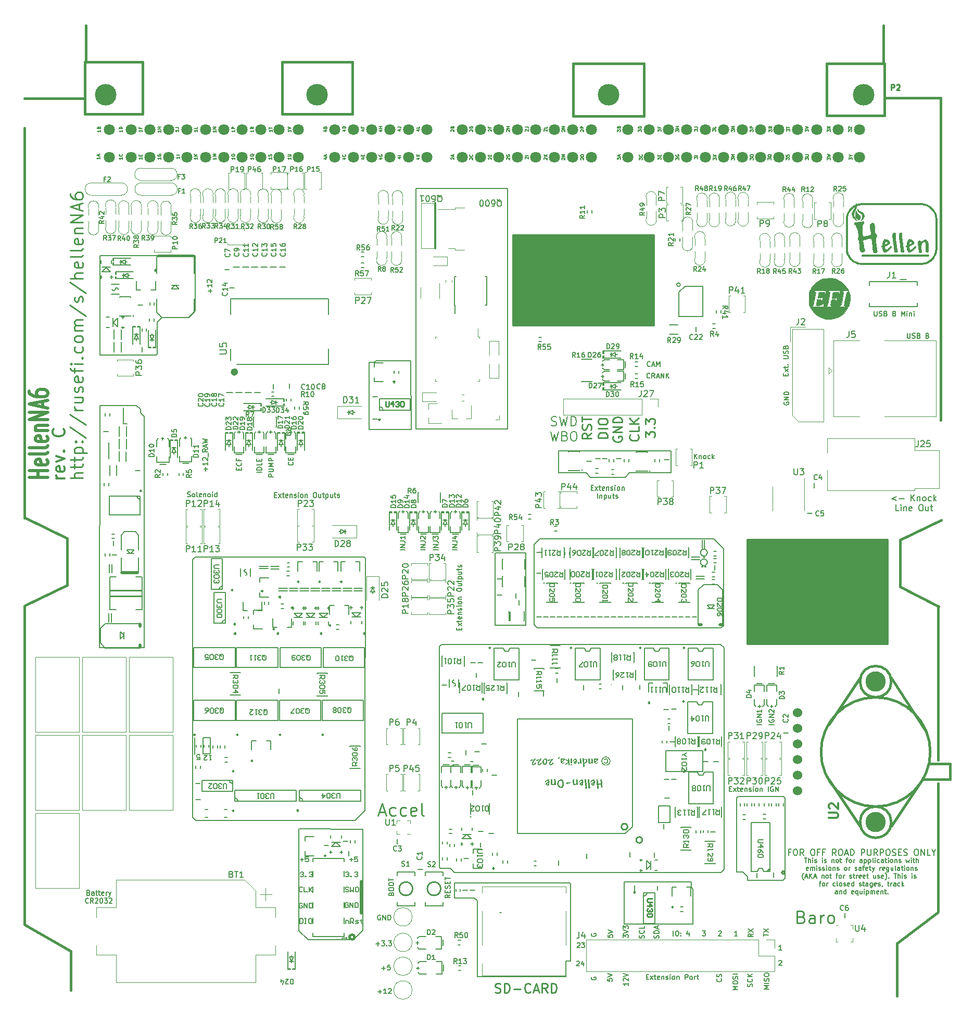
<source format=gto>
G75*
G70*
%OFA0B0*%
%FSLAX25Y25*%
%IPPOS*%
%LPD*%
%AMOC8*
5,1,8,0,0,1.08239X$1,22.5*
%
%ADD10C,0.00394*%
%ADD100C,0.00800*%
%ADD101C,0.01969*%
%ADD106C,0.01500*%
%ADD107C,0.00984*%
%ADD108C,0.00669*%
%ADD109C,0.00500*%
%ADD110C,0.01181*%
%ADD111C,0.00591*%
%ADD112C,0.00709*%
%ADD113C,0.00875*%
%ADD114C,0.01200*%
%ADD115C,0.00472*%
%ADD116C,0.00010*%
%ADD117C,0.00390*%
%ADD118C,0.02425*%
%ADD157C,0.01968*%
%ADD158C,0.00689*%
%ADD20C,0.06000*%
%ADD230C,0.00650*%
%ADD35C,0.13780*%
%ADD36C,0.07087*%
%ADD45C,0.13000*%
%ADD95C,0.01575*%
%ADD96C,0.00787*%
%ADD97C,0.01000*%
X0000000Y0000000D02*
%LPD*%
G01*
D106*
X0595129Y0373228D02*
X0595129Y0578761D01*
X0008471Y0579253D02*
X0045916Y0579253D01*
X0035875Y0267618D02*
X0035875Y0297539D01*
X0569046Y0296555D02*
X0569046Y0266634D01*
X0567274Y0038210D02*
X0593258Y0057895D01*
X0595129Y0579745D02*
X0559744Y0579745D01*
X0595424Y0309154D02*
X0569046Y0296555D01*
D107*
X0411447Y0491968D02*
X0321289Y0491968D01*
X0321289Y0491968D02*
X0321289Y0433897D01*
X0321289Y0433897D02*
X0411447Y0433897D01*
X0411447Y0433897D02*
X0411447Y0491968D01*
G36*
X0411447Y0491968D02*
G01*
X0321289Y0491968D01*
X0321289Y0433897D01*
X0411447Y0433897D01*
X0411447Y0491968D01*
G37*
X0561326Y0296970D02*
X0471168Y0296970D01*
X0471168Y0296970D02*
X0471168Y0230041D01*
X0471168Y0230041D02*
X0561326Y0230041D01*
X0561326Y0230041D02*
X0561326Y0296970D01*
G36*
X0561326Y0296970D02*
G01*
X0471168Y0296970D01*
X0471168Y0230041D01*
X0561326Y0230041D01*
X0561326Y0296970D01*
G37*
D106*
X0038196Y0008289D02*
X0038042Y0032698D01*
X0008514Y0310651D02*
X0008514Y0560454D01*
X0569046Y0266634D02*
X0593849Y0254035D01*
X0567329Y0004773D02*
X0567329Y0038407D01*
X0038042Y0033465D02*
X0008514Y0050394D01*
X0035875Y0297539D02*
X0008563Y0310925D01*
X0009497Y0255020D02*
X0035875Y0267618D01*
X0593554Y0155561D02*
X0593554Y0254352D01*
X0008514Y0050415D02*
X0008514Y0254352D01*
X0593554Y0058682D02*
X0593554Y0140600D01*
D108*
X0281156Y0069364D02*
X0279656Y0068314D01*
X0281156Y0067564D02*
X0278006Y0067564D01*
X0278006Y0068764D01*
X0278156Y0069064D01*
X0278306Y0069214D01*
X0278606Y0069364D01*
X0279056Y0069364D01*
X0279356Y0069214D01*
X0279506Y0069064D01*
X0279656Y0068764D01*
X0279656Y0067564D01*
X0279506Y0070714D02*
X0279506Y0071764D01*
X0281156Y0072214D02*
X0281156Y0070714D01*
X0278006Y0070714D01*
X0278006Y0072214D01*
X0281006Y0073413D02*
X0281156Y0073863D01*
X0281156Y0074613D01*
X0281006Y0074913D01*
X0280856Y0075063D01*
X0280556Y0075213D01*
X0280256Y0075213D01*
X0279956Y0075063D01*
X0279806Y0074913D01*
X0279656Y0074613D01*
X0279506Y0074013D01*
X0279356Y0073713D01*
X0279206Y0073563D01*
X0278906Y0073413D01*
X0278606Y0073413D01*
X0278306Y0073563D01*
X0278156Y0073713D01*
X0278006Y0074013D01*
X0278006Y0074763D01*
X0278156Y0075213D01*
X0279506Y0076563D02*
X0279506Y0077613D01*
X0281156Y0078063D02*
X0281156Y0076563D01*
X0278006Y0076563D01*
X0278006Y0078063D01*
X0278006Y0078963D02*
X0278006Y0080762D01*
X0281156Y0079863D02*
X0278006Y0079863D01*
D109*
X0473153Y0558066D02*
X0473153Y0559304D01*
X0473915Y0558637D01*
X0473915Y0558923D01*
X0474010Y0559113D01*
X0474105Y0559208D01*
X0474296Y0559304D01*
X0474772Y0559304D01*
X0474962Y0559208D01*
X0475058Y0559113D01*
X0475153Y0558923D01*
X0475153Y0558351D01*
X0475058Y0558161D01*
X0474962Y0558066D01*
X0475153Y0560161D02*
X0473153Y0560161D01*
X0473153Y0560923D01*
X0473248Y0561113D01*
X0473343Y0561208D01*
X0473534Y0561304D01*
X0473819Y0561304D01*
X0474010Y0561208D01*
X0474105Y0561113D01*
X0474200Y0560923D01*
X0474200Y0560161D01*
D108*
X0237169Y0022434D02*
X0239569Y0022434D01*
X0238369Y0021234D02*
X0238369Y0023634D01*
X0242568Y0024384D02*
X0241069Y0024384D01*
X0240919Y0022884D01*
X0241069Y0023034D01*
X0241369Y0023184D01*
X0242119Y0023184D01*
X0242418Y0023034D01*
X0242568Y0022884D01*
X0242718Y0022584D01*
X0242718Y0021834D01*
X0242568Y0021534D01*
X0242418Y0021384D01*
X0242119Y0021234D01*
X0241369Y0021234D01*
X0241069Y0021384D01*
X0240919Y0021534D01*
D109*
X0414153Y0540161D02*
X0414153Y0541399D01*
X0414915Y0540732D01*
X0414915Y0541018D01*
X0415010Y0541208D01*
X0415105Y0541304D01*
X0415296Y0541399D01*
X0415772Y0541399D01*
X0415962Y0541304D01*
X0416058Y0541208D01*
X0416153Y0541018D01*
X0416153Y0540447D01*
X0416058Y0540256D01*
X0415962Y0540161D01*
X0415105Y0542256D02*
X0415105Y0542923D01*
X0416153Y0543208D02*
X0416153Y0542256D01*
X0414153Y0542256D01*
X0414153Y0543208D01*
X0107318Y0559239D02*
X0107318Y0558096D01*
X0107318Y0558667D02*
X0105318Y0558667D01*
X0105604Y0558477D01*
X0105794Y0558286D01*
X0105890Y0558096D01*
X0105318Y0560667D02*
X0106747Y0560667D01*
X0107032Y0560572D01*
X0107223Y0560382D01*
X0107318Y0560096D01*
X0107318Y0559905D01*
D108*
X0409252Y0407979D02*
X0409102Y0407829D01*
X0408652Y0407679D01*
X0408352Y0407679D01*
X0407902Y0407829D01*
X0407602Y0408129D01*
X0407452Y0408429D01*
X0407302Y0409029D01*
X0407302Y0409479D01*
X0407452Y0410079D01*
X0407602Y0410379D01*
X0407902Y0410679D01*
X0408352Y0410829D01*
X0408652Y0410829D01*
X0409102Y0410679D01*
X0409252Y0410529D01*
X0410452Y0408579D02*
X0411952Y0408579D01*
X0410152Y0407679D02*
X0411202Y0410829D01*
X0412252Y0407679D01*
X0413301Y0407679D02*
X0413301Y0410829D01*
X0414351Y0408579D01*
X0415401Y0410829D01*
X0415401Y0407679D01*
X0475056Y0044372D02*
X0473556Y0043322D01*
X0475056Y0042572D02*
X0471907Y0042572D01*
X0471907Y0043772D01*
X0472057Y0044072D01*
X0472207Y0044222D01*
X0472507Y0044372D01*
X0472957Y0044372D01*
X0473256Y0044222D01*
X0473406Y0044072D01*
X0473556Y0043772D01*
X0473556Y0042572D01*
X0471907Y0045422D02*
X0475056Y0047522D01*
X0471907Y0047522D02*
X0475056Y0045422D01*
D109*
X0179318Y0541453D02*
X0179318Y0540310D01*
X0179318Y0540882D02*
X0177318Y0540882D01*
X0177604Y0540691D01*
X0177794Y0540501D01*
X0177890Y0540310D01*
X0177318Y0542310D02*
X0178937Y0542310D01*
X0179128Y0542405D01*
X0179223Y0542501D01*
X0179318Y0542691D01*
X0179318Y0543072D01*
X0179223Y0543262D01*
X0179128Y0543358D01*
X0178937Y0543453D01*
X0177318Y0543453D01*
D108*
X0573868Y0428911D02*
X0573868Y0426361D01*
X0574018Y0426062D01*
X0574168Y0425912D01*
X0574468Y0425762D01*
X0575068Y0425762D01*
X0575368Y0425912D01*
X0575517Y0426062D01*
X0575667Y0426361D01*
X0575667Y0428911D01*
X0577017Y0425912D02*
X0577467Y0425762D01*
X0578217Y0425762D01*
X0578517Y0425912D01*
X0578667Y0426062D01*
X0578817Y0426361D01*
X0578817Y0426661D01*
X0578667Y0426961D01*
X0578517Y0427111D01*
X0578217Y0427261D01*
X0577617Y0427411D01*
X0577317Y0427561D01*
X0577167Y0427711D01*
X0577017Y0428011D01*
X0577017Y0428311D01*
X0577167Y0428611D01*
X0577317Y0428761D01*
X0577617Y0428911D01*
X0578367Y0428911D01*
X0578817Y0428761D01*
X0581217Y0427411D02*
X0581667Y0427261D01*
X0581817Y0427111D01*
X0581967Y0426811D01*
X0581967Y0426361D01*
X0581817Y0426062D01*
X0581667Y0425912D01*
X0581367Y0425762D01*
X0580167Y0425762D01*
X0580167Y0428911D01*
X0581217Y0428911D01*
X0581517Y0428761D01*
X0581667Y0428611D01*
X0581817Y0428311D01*
X0581817Y0428011D01*
X0581667Y0427711D01*
X0581517Y0427561D01*
X0581217Y0427411D01*
X0580167Y0427411D01*
X0586766Y0427411D02*
X0587216Y0427261D01*
X0587366Y0427111D01*
X0587516Y0426811D01*
X0587516Y0426361D01*
X0587366Y0426062D01*
X0587216Y0425912D01*
X0586916Y0425762D01*
X0585716Y0425762D01*
X0585716Y0428911D01*
X0586766Y0428911D01*
X0587066Y0428761D01*
X0587216Y0428611D01*
X0587366Y0428311D01*
X0587366Y0428011D01*
X0587216Y0427711D01*
X0587066Y0427561D01*
X0586766Y0427411D01*
X0585716Y0427411D01*
D109*
X0167318Y0559239D02*
X0167318Y0558096D01*
X0167318Y0558667D02*
X0165318Y0558667D01*
X0165604Y0558477D01*
X0165794Y0558286D01*
X0165890Y0558096D01*
X0165318Y0559810D02*
X0165318Y0560953D01*
X0167318Y0560382D02*
X0165318Y0560382D01*
X0536153Y0558113D02*
X0536153Y0559351D01*
X0536915Y0558685D01*
X0536915Y0558970D01*
X0537010Y0559161D01*
X0537105Y0559256D01*
X0537296Y0559351D01*
X0537772Y0559351D01*
X0537962Y0559256D01*
X0538058Y0559161D01*
X0538153Y0558970D01*
X0538153Y0558399D01*
X0538058Y0558208D01*
X0537962Y0558113D01*
X0536153Y0560018D02*
X0536153Y0561351D01*
X0538153Y0560018D01*
X0538153Y0561351D01*
D110*
X0034271Y0335827D02*
X0029021Y0335827D01*
X0030521Y0335827D02*
X0029771Y0336202D01*
X0029396Y0336577D01*
X0029021Y0337327D01*
X0029021Y0338076D01*
X0033896Y0343701D02*
X0034271Y0342951D01*
X0034271Y0341451D01*
X0033896Y0340701D01*
X0033146Y0340326D01*
X0030146Y0340326D01*
X0029396Y0340701D01*
X0029021Y0341451D01*
X0029021Y0342951D01*
X0029396Y0343701D01*
X0030146Y0344076D01*
X0030896Y0344076D01*
X0031646Y0340326D01*
X0029021Y0346700D02*
X0034271Y0348575D01*
X0029021Y0350450D01*
X0033521Y0353450D02*
X0033896Y0353825D01*
X0034271Y0353450D01*
X0033896Y0353075D01*
X0033521Y0353450D01*
X0034271Y0353450D01*
X0033521Y0367698D02*
X0033896Y0367323D01*
X0034271Y0366198D01*
X0034271Y0365448D01*
X0033896Y0364323D01*
X0033146Y0363573D01*
X0032396Y0363198D01*
X0030896Y0362823D01*
X0029771Y0362823D01*
X0028271Y0363198D01*
X0027522Y0363573D01*
X0026772Y0364323D01*
X0026397Y0365448D01*
X0026397Y0366198D01*
X0026772Y0367323D01*
X0027147Y0367698D01*
D108*
X0481749Y0042910D02*
X0481749Y0044710D01*
X0484899Y0043810D02*
X0481749Y0043810D01*
X0481749Y0045459D02*
X0484899Y0047559D01*
X0481749Y0047559D02*
X0484899Y0045459D01*
X0485292Y0009108D02*
X0482143Y0009108D01*
X0484393Y0010158D01*
X0482143Y0011208D01*
X0485292Y0011208D01*
X0485292Y0012707D02*
X0482143Y0012707D01*
X0485142Y0014057D02*
X0485292Y0014507D01*
X0485292Y0015257D01*
X0485142Y0015557D01*
X0484992Y0015707D01*
X0484693Y0015857D01*
X0484393Y0015857D01*
X0484093Y0015707D01*
X0483943Y0015557D01*
X0483793Y0015257D01*
X0483643Y0014657D01*
X0483493Y0014357D01*
X0483343Y0014207D01*
X0483043Y0014057D01*
X0482743Y0014057D01*
X0482443Y0014207D01*
X0482293Y0014357D01*
X0482143Y0014657D01*
X0482143Y0015407D01*
X0482293Y0015857D01*
X0482143Y0017807D02*
X0482143Y0018407D01*
X0482293Y0018707D01*
X0482593Y0019007D01*
X0483193Y0019157D01*
X0484243Y0019157D01*
X0484843Y0019007D01*
X0485142Y0018707D01*
X0485292Y0018407D01*
X0485292Y0017807D01*
X0485142Y0017507D01*
X0484843Y0017207D01*
X0484243Y0017057D01*
X0483193Y0017057D01*
X0482593Y0017207D01*
X0482293Y0017507D01*
X0482143Y0017807D01*
X0285686Y0290210D02*
X0282537Y0290210D01*
X0285686Y0291710D02*
X0282537Y0291710D01*
X0285686Y0293510D01*
X0282537Y0293510D01*
X0282537Y0295909D02*
X0284786Y0295909D01*
X0285236Y0295759D01*
X0285536Y0295459D01*
X0285686Y0295010D01*
X0285686Y0294710D01*
X0283586Y0298759D02*
X0285686Y0298759D01*
X0282387Y0298009D02*
X0284636Y0297259D01*
X0284636Y0299209D01*
D107*
X0309941Y0007080D02*
X0310784Y0006798D01*
X0312190Y0006798D01*
X0312753Y0007080D01*
X0313034Y0007361D01*
X0313315Y0007923D01*
X0313315Y0008486D01*
X0313034Y0009048D01*
X0312753Y0009329D01*
X0312190Y0009610D01*
X0311065Y0009892D01*
X0310503Y0010173D01*
X0310222Y0010454D01*
X0309941Y0011017D01*
X0309941Y0011579D01*
X0310222Y0012141D01*
X0310503Y0012423D01*
X0311065Y0012704D01*
X0312471Y0012704D01*
X0313315Y0012423D01*
X0315846Y0006798D02*
X0315846Y0012704D01*
X0317252Y0012704D01*
X0318096Y0012423D01*
X0318658Y0011860D01*
X0318939Y0011298D01*
X0319221Y0010173D01*
X0319221Y0009329D01*
X0318939Y0008204D01*
X0318658Y0007642D01*
X0318096Y0007080D01*
X0317252Y0006798D01*
X0315846Y0006798D01*
X0321752Y0009048D02*
X0326251Y0009048D01*
X0332438Y0007361D02*
X0332156Y0007080D01*
X0331313Y0006798D01*
X0330750Y0006798D01*
X0329907Y0007080D01*
X0329344Y0007642D01*
X0329063Y0008204D01*
X0328782Y0009329D01*
X0328782Y0010173D01*
X0329063Y0011298D01*
X0329344Y0011860D01*
X0329907Y0012423D01*
X0330750Y0012704D01*
X0331313Y0012704D01*
X0332156Y0012423D01*
X0332438Y0012141D01*
X0334687Y0008486D02*
X0337500Y0008486D01*
X0334125Y0006798D02*
X0336094Y0012704D01*
X0338062Y0006798D01*
X0343405Y0006798D02*
X0341437Y0009610D01*
X0340031Y0006798D02*
X0340031Y0012704D01*
X0342280Y0012704D01*
X0342843Y0012423D01*
X0343124Y0012141D01*
X0343405Y0011579D01*
X0343405Y0010735D01*
X0343124Y0010173D01*
X0342843Y0009892D01*
X0342280Y0009610D01*
X0340031Y0009610D01*
X0345936Y0006798D02*
X0345936Y0012704D01*
X0347342Y0012704D01*
X0348186Y0012423D01*
X0348748Y0011860D01*
X0349029Y0011298D01*
X0349311Y0010173D01*
X0349311Y0009329D01*
X0349029Y0008204D01*
X0348748Y0007642D01*
X0348186Y0007080D01*
X0347342Y0006798D01*
X0345936Y0006798D01*
D109*
X0388153Y0540208D02*
X0388153Y0541447D01*
X0388915Y0540780D01*
X0388915Y0541066D01*
X0389010Y0541256D01*
X0389105Y0541351D01*
X0389296Y0541447D01*
X0389772Y0541447D01*
X0389962Y0541351D01*
X0390058Y0541256D01*
X0390153Y0541066D01*
X0390153Y0540494D01*
X0390058Y0540304D01*
X0389962Y0540208D01*
X0389581Y0542208D02*
X0389581Y0543161D01*
X0390153Y0542018D02*
X0388153Y0542685D01*
X0390153Y0543351D01*
X0414153Y0558208D02*
X0414153Y0559447D01*
X0414915Y0558780D01*
X0414915Y0559066D01*
X0415010Y0559256D01*
X0415105Y0559351D01*
X0415296Y0559447D01*
X0415772Y0559447D01*
X0415962Y0559351D01*
X0416058Y0559256D01*
X0416153Y0559066D01*
X0416153Y0558494D01*
X0416058Y0558304D01*
X0415962Y0558208D01*
X0415105Y0560970D02*
X0415105Y0560304D01*
X0416153Y0560304D02*
X0414153Y0560304D01*
X0414153Y0561256D01*
X0484653Y0540018D02*
X0484653Y0541256D01*
X0485415Y0540589D01*
X0485415Y0540875D01*
X0485510Y0541066D01*
X0485605Y0541161D01*
X0485796Y0541256D01*
X0486272Y0541256D01*
X0486462Y0541161D01*
X0486558Y0541066D01*
X0486653Y0540875D01*
X0486653Y0540304D01*
X0486558Y0540113D01*
X0486462Y0540018D01*
X0486843Y0543447D02*
X0486748Y0543256D01*
X0486558Y0543066D01*
X0486272Y0542780D01*
X0486177Y0542589D01*
X0486177Y0542399D01*
X0486653Y0542494D02*
X0486558Y0542304D01*
X0486367Y0542113D01*
X0485986Y0542018D01*
X0485319Y0542018D01*
X0484939Y0542113D01*
X0484748Y0542304D01*
X0484653Y0542494D01*
X0484653Y0542875D01*
X0484748Y0543066D01*
X0484939Y0543256D01*
X0485319Y0543351D01*
X0485986Y0543351D01*
X0486367Y0543256D01*
X0486558Y0543066D01*
X0486653Y0542875D01*
X0486653Y0542494D01*
X0449653Y0540066D02*
X0449653Y0541304D01*
X0450415Y0540637D01*
X0450415Y0540923D01*
X0450510Y0541113D01*
X0450605Y0541208D01*
X0450796Y0541304D01*
X0451272Y0541304D01*
X0451462Y0541208D01*
X0451558Y0541113D01*
X0451653Y0540923D01*
X0451653Y0540351D01*
X0451558Y0540161D01*
X0451462Y0540066D01*
X0451653Y0542161D02*
X0449653Y0542161D01*
X0451653Y0543304D02*
X0450510Y0542447D01*
X0449653Y0543304D02*
X0450796Y0542161D01*
D111*
X0566990Y0324190D02*
X0563990Y0323065D01*
X0566990Y0321940D01*
X0568490Y0322878D02*
X0571864Y0322878D01*
X0576364Y0321565D02*
X0576364Y0325502D01*
X0578614Y0321565D02*
X0576926Y0323815D01*
X0578614Y0325502D02*
X0576364Y0323253D01*
X0580301Y0324190D02*
X0580301Y0321565D01*
X0580301Y0323815D02*
X0580488Y0324003D01*
X0580863Y0324190D01*
X0581426Y0324190D01*
X0581801Y0324003D01*
X0581988Y0323628D01*
X0581988Y0321565D01*
X0584425Y0321565D02*
X0584050Y0321753D01*
X0583863Y0321940D01*
X0583675Y0322315D01*
X0583675Y0323440D01*
X0583863Y0323815D01*
X0584050Y0324003D01*
X0584425Y0324190D01*
X0584988Y0324190D01*
X0585363Y0324003D01*
X0585550Y0323815D01*
X0585738Y0323440D01*
X0585738Y0322315D01*
X0585550Y0321940D01*
X0585363Y0321753D01*
X0584988Y0321565D01*
X0584425Y0321565D01*
X0589112Y0321753D02*
X0588737Y0321565D01*
X0587987Y0321565D01*
X0587612Y0321753D01*
X0587425Y0321940D01*
X0587238Y0322315D01*
X0587238Y0323440D01*
X0587425Y0323815D01*
X0587612Y0324003D01*
X0587987Y0324190D01*
X0588737Y0324190D01*
X0589112Y0324003D01*
X0590800Y0321565D02*
X0590800Y0325502D01*
X0591175Y0323065D02*
X0592299Y0321565D01*
X0592299Y0324190D02*
X0590800Y0322690D01*
X0568396Y0315227D02*
X0566521Y0315227D01*
X0566521Y0319164D01*
X0569708Y0315227D02*
X0569708Y0317852D01*
X0569708Y0319164D02*
X0569521Y0318976D01*
X0569708Y0318789D01*
X0569896Y0318976D01*
X0569708Y0319164D01*
X0569708Y0318789D01*
X0571583Y0317852D02*
X0571583Y0315227D01*
X0571583Y0317477D02*
X0571771Y0317664D01*
X0572146Y0317852D01*
X0572708Y0317852D01*
X0573083Y0317664D01*
X0573271Y0317289D01*
X0573271Y0315227D01*
X0576645Y0315414D02*
X0576270Y0315227D01*
X0575520Y0315227D01*
X0575145Y0315414D01*
X0574958Y0315789D01*
X0574958Y0317289D01*
X0575145Y0317664D01*
X0575520Y0317852D01*
X0576270Y0317852D01*
X0576645Y0317664D01*
X0576833Y0317289D01*
X0576833Y0316914D01*
X0574958Y0316539D01*
X0582269Y0319164D02*
X0583019Y0319164D01*
X0583394Y0318976D01*
X0583769Y0318601D01*
X0583957Y0317852D01*
X0583957Y0316539D01*
X0583769Y0315789D01*
X0583394Y0315414D01*
X0583019Y0315227D01*
X0582269Y0315227D01*
X0581894Y0315414D01*
X0581519Y0315789D01*
X0581332Y0316539D01*
X0581332Y0317852D01*
X0581519Y0318601D01*
X0581894Y0318976D01*
X0582269Y0319164D01*
X0587331Y0317852D02*
X0587331Y0315227D01*
X0585644Y0317852D02*
X0585644Y0315789D01*
X0585831Y0315414D01*
X0586206Y0315227D01*
X0586769Y0315227D01*
X0587144Y0315414D01*
X0587331Y0315602D01*
X0588644Y0317852D02*
X0590143Y0317852D01*
X0589206Y0319164D02*
X0589206Y0315789D01*
X0589394Y0315414D01*
X0589768Y0315227D01*
X0590143Y0315227D01*
D108*
X0168679Y0325443D02*
X0169729Y0325443D01*
X0170179Y0323793D02*
X0168679Y0323793D01*
X0168679Y0326943D01*
X0170179Y0326943D01*
X0171229Y0323793D02*
X0172879Y0325893D01*
X0171229Y0325893D02*
X0172879Y0323793D01*
X0173629Y0325893D02*
X0174829Y0325893D01*
X0174079Y0326943D02*
X0174079Y0324243D01*
X0174229Y0323943D01*
X0174529Y0323793D01*
X0174829Y0323793D01*
X0177078Y0323943D02*
X0176778Y0323793D01*
X0176178Y0323793D01*
X0175878Y0323943D01*
X0175728Y0324243D01*
X0175728Y0325443D01*
X0175878Y0325743D01*
X0176178Y0325893D01*
X0176778Y0325893D01*
X0177078Y0325743D01*
X0177228Y0325443D01*
X0177228Y0325143D01*
X0175728Y0324843D01*
X0178578Y0325893D02*
X0178578Y0323793D01*
X0178578Y0325593D02*
X0178728Y0325743D01*
X0179028Y0325893D01*
X0179478Y0325893D01*
X0179778Y0325743D01*
X0179928Y0325443D01*
X0179928Y0323793D01*
X0181278Y0323943D02*
X0181578Y0323793D01*
X0182178Y0323793D01*
X0182478Y0323943D01*
X0182628Y0324243D01*
X0182628Y0324393D01*
X0182478Y0324693D01*
X0182178Y0324843D01*
X0181728Y0324843D01*
X0181428Y0324993D01*
X0181278Y0325293D01*
X0181278Y0325443D01*
X0181428Y0325743D01*
X0181728Y0325893D01*
X0182178Y0325893D01*
X0182478Y0325743D01*
X0183977Y0323793D02*
X0183977Y0325893D01*
X0183977Y0326943D02*
X0183827Y0326793D01*
X0183977Y0326643D01*
X0184127Y0326793D01*
X0183977Y0326943D01*
X0183977Y0326643D01*
X0185927Y0323793D02*
X0185627Y0323943D01*
X0185477Y0324093D01*
X0185327Y0324393D01*
X0185327Y0325293D01*
X0185477Y0325593D01*
X0185627Y0325743D01*
X0185927Y0325893D01*
X0186377Y0325893D01*
X0186677Y0325743D01*
X0186827Y0325593D01*
X0186977Y0325293D01*
X0186977Y0324393D01*
X0186827Y0324093D01*
X0186677Y0323943D01*
X0186377Y0323793D01*
X0185927Y0323793D01*
X0188327Y0325893D02*
X0188327Y0323793D01*
X0188327Y0325593D02*
X0188477Y0325743D01*
X0188777Y0325893D01*
X0189227Y0325893D01*
X0189527Y0325743D01*
X0189677Y0325443D01*
X0189677Y0323793D01*
X0194176Y0326943D02*
X0194776Y0326943D01*
X0195076Y0326793D01*
X0195376Y0326493D01*
X0195526Y0325893D01*
X0195526Y0324843D01*
X0195376Y0324243D01*
X0195076Y0323943D01*
X0194776Y0323793D01*
X0194176Y0323793D01*
X0193876Y0323943D01*
X0193576Y0324243D01*
X0193426Y0324843D01*
X0193426Y0325893D01*
X0193576Y0326493D01*
X0193876Y0326793D01*
X0194176Y0326943D01*
X0198226Y0325893D02*
X0198226Y0323793D01*
X0196876Y0325893D02*
X0196876Y0324243D01*
X0197026Y0323943D01*
X0197326Y0323793D01*
X0197776Y0323793D01*
X0198076Y0323943D01*
X0198226Y0324093D01*
X0199275Y0325893D02*
X0200475Y0325893D01*
X0199725Y0326943D02*
X0199725Y0324243D01*
X0199875Y0323943D01*
X0200175Y0323793D01*
X0200475Y0323793D01*
X0201525Y0325893D02*
X0201525Y0322743D01*
X0201525Y0325743D02*
X0201825Y0325893D01*
X0202425Y0325893D01*
X0202725Y0325743D01*
X0202875Y0325593D01*
X0203025Y0325293D01*
X0203025Y0324393D01*
X0202875Y0324093D01*
X0202725Y0323943D01*
X0202425Y0323793D01*
X0201825Y0323793D01*
X0201525Y0323943D01*
X0205725Y0325893D02*
X0205725Y0323793D01*
X0204375Y0325893D02*
X0204375Y0324243D01*
X0204525Y0323943D01*
X0204825Y0323793D01*
X0205275Y0323793D01*
X0205575Y0323943D01*
X0205725Y0324093D01*
X0206775Y0325893D02*
X0207974Y0325893D01*
X0207224Y0326943D02*
X0207224Y0324243D01*
X0207374Y0323943D01*
X0207674Y0323793D01*
X0207974Y0323793D01*
X0208874Y0323943D02*
X0209174Y0323793D01*
X0209774Y0323793D01*
X0210074Y0323943D01*
X0210224Y0324243D01*
X0210224Y0324393D01*
X0210074Y0324693D01*
X0209774Y0324843D01*
X0209324Y0324843D01*
X0209024Y0324993D01*
X0208874Y0325293D01*
X0208874Y0325443D01*
X0209024Y0325743D01*
X0209324Y0325893D01*
X0209774Y0325893D01*
X0210074Y0325743D01*
D109*
X0305843Y0558304D02*
X0305748Y0558399D01*
X0305653Y0558589D01*
X0305653Y0559066D01*
X0305748Y0559256D01*
X0305843Y0559351D01*
X0306034Y0559447D01*
X0306224Y0559447D01*
X0306510Y0559351D01*
X0307653Y0558208D01*
X0307653Y0559447D01*
X0306605Y0560970D02*
X0306605Y0560304D01*
X0307653Y0560304D02*
X0305653Y0560304D01*
X0305653Y0561256D01*
D108*
X0286790Y0238969D02*
X0286790Y0240019D01*
X0288439Y0240469D02*
X0288439Y0238969D01*
X0285290Y0238969D01*
X0285290Y0240469D01*
X0288439Y0241519D02*
X0286340Y0243169D01*
X0286340Y0241519D02*
X0288439Y0243169D01*
X0286340Y0243919D02*
X0286340Y0245119D01*
X0285290Y0244369D02*
X0287989Y0244369D01*
X0288289Y0244519D01*
X0288439Y0244819D01*
X0288439Y0245119D01*
X0288289Y0247368D02*
X0288439Y0247068D01*
X0288439Y0246468D01*
X0288289Y0246168D01*
X0287989Y0246018D01*
X0286790Y0246018D01*
X0286490Y0246168D01*
X0286340Y0246468D01*
X0286340Y0247068D01*
X0286490Y0247368D01*
X0286790Y0247518D01*
X0287089Y0247518D01*
X0287389Y0246018D01*
X0286340Y0248868D02*
X0288439Y0248868D01*
X0286640Y0248868D02*
X0286490Y0249018D01*
X0286340Y0249318D01*
X0286340Y0249768D01*
X0286490Y0250068D01*
X0286790Y0250218D01*
X0288439Y0250218D01*
X0288289Y0251568D02*
X0288439Y0251868D01*
X0288439Y0252468D01*
X0288289Y0252768D01*
X0287989Y0252918D01*
X0287839Y0252918D01*
X0287539Y0252768D01*
X0287389Y0252468D01*
X0287389Y0252018D01*
X0287239Y0251718D01*
X0286939Y0251568D01*
X0286790Y0251568D01*
X0286490Y0251718D01*
X0286340Y0252018D01*
X0286340Y0252468D01*
X0286490Y0252768D01*
X0288439Y0254267D02*
X0286340Y0254267D01*
X0285290Y0254267D02*
X0285440Y0254117D01*
X0285590Y0254267D01*
X0285440Y0254417D01*
X0285290Y0254267D01*
X0285590Y0254267D01*
X0288439Y0256217D02*
X0288289Y0255917D01*
X0288139Y0255767D01*
X0287839Y0255617D01*
X0286939Y0255617D01*
X0286640Y0255767D01*
X0286490Y0255917D01*
X0286340Y0256217D01*
X0286340Y0256667D01*
X0286490Y0256967D01*
X0286640Y0257117D01*
X0286939Y0257267D01*
X0287839Y0257267D01*
X0288139Y0257117D01*
X0288289Y0256967D01*
X0288439Y0256667D01*
X0288439Y0256217D01*
X0286340Y0258617D02*
X0288439Y0258617D01*
X0286640Y0258617D02*
X0286490Y0258767D01*
X0286340Y0259067D01*
X0286340Y0259517D01*
X0286490Y0259817D01*
X0286790Y0259967D01*
X0288439Y0259967D01*
X0285290Y0264466D02*
X0285290Y0265066D01*
X0285440Y0265366D01*
X0285740Y0265666D01*
X0286340Y0265816D01*
X0287389Y0265816D01*
X0287989Y0265666D01*
X0288289Y0265366D01*
X0288439Y0265066D01*
X0288439Y0264466D01*
X0288289Y0264166D01*
X0287989Y0263866D01*
X0287389Y0263716D01*
X0286340Y0263716D01*
X0285740Y0263866D01*
X0285440Y0264166D01*
X0285290Y0264466D01*
X0286340Y0268516D02*
X0288439Y0268516D01*
X0286340Y0267166D02*
X0287989Y0267166D01*
X0288289Y0267316D01*
X0288439Y0267616D01*
X0288439Y0268066D01*
X0288289Y0268366D01*
X0288139Y0268516D01*
X0286340Y0269565D02*
X0286340Y0270765D01*
X0285290Y0270015D02*
X0287989Y0270015D01*
X0288289Y0270165D01*
X0288439Y0270465D01*
X0288439Y0270765D01*
X0286340Y0271815D02*
X0289489Y0271815D01*
X0286490Y0271815D02*
X0286340Y0272115D01*
X0286340Y0272715D01*
X0286490Y0273015D01*
X0286640Y0273165D01*
X0286939Y0273315D01*
X0287839Y0273315D01*
X0288139Y0273165D01*
X0288289Y0273015D01*
X0288439Y0272715D01*
X0288439Y0272115D01*
X0288289Y0271815D01*
X0286340Y0276015D02*
X0288439Y0276015D01*
X0286340Y0274665D02*
X0287989Y0274665D01*
X0288289Y0274815D01*
X0288439Y0275115D01*
X0288439Y0275565D01*
X0288289Y0275865D01*
X0288139Y0276015D01*
X0286340Y0277065D02*
X0286340Y0278264D01*
X0285290Y0277514D02*
X0287989Y0277514D01*
X0288289Y0277664D01*
X0288439Y0277964D01*
X0288439Y0278264D01*
X0288289Y0279164D02*
X0288439Y0279464D01*
X0288439Y0280064D01*
X0288289Y0280364D01*
X0287989Y0280514D01*
X0287839Y0280514D01*
X0287539Y0280364D01*
X0287389Y0280064D01*
X0287389Y0279614D01*
X0287239Y0279314D01*
X0286939Y0279164D01*
X0286790Y0279164D01*
X0286490Y0279314D01*
X0286340Y0279614D01*
X0286340Y0280064D01*
X0286490Y0280364D01*
X0454678Y0015632D02*
X0454828Y0015482D01*
X0454977Y0015032D01*
X0454977Y0014732D01*
X0454828Y0014282D01*
X0454528Y0013982D01*
X0454228Y0013832D01*
X0453628Y0013682D01*
X0453178Y0013682D01*
X0452578Y0013832D01*
X0452278Y0013982D01*
X0451978Y0014282D01*
X0451828Y0014732D01*
X0451828Y0015032D01*
X0451978Y0015482D01*
X0452128Y0015632D01*
X0454828Y0016832D02*
X0454977Y0017282D01*
X0454977Y0018032D01*
X0454828Y0018332D01*
X0454678Y0018482D01*
X0454378Y0018632D01*
X0454078Y0018632D01*
X0453778Y0018482D01*
X0453628Y0018332D01*
X0453478Y0018032D01*
X0453328Y0017432D01*
X0453178Y0017132D01*
X0453028Y0016982D01*
X0452728Y0016832D01*
X0452428Y0016832D01*
X0452128Y0016982D01*
X0451978Y0017132D01*
X0451828Y0017432D01*
X0451828Y0018182D01*
X0451978Y0018632D01*
X0437408Y0348596D02*
X0437408Y0351746D01*
X0439208Y0348596D02*
X0437858Y0350396D01*
X0439208Y0351746D02*
X0437408Y0349946D01*
X0440558Y0350696D02*
X0440558Y0348596D01*
X0440558Y0350396D02*
X0440708Y0350546D01*
X0441008Y0350696D01*
X0441458Y0350696D01*
X0441758Y0350546D01*
X0441908Y0350246D01*
X0441908Y0348596D01*
X0443857Y0348596D02*
X0443557Y0348746D01*
X0443407Y0348896D01*
X0443257Y0349196D01*
X0443257Y0350096D01*
X0443407Y0350396D01*
X0443557Y0350546D01*
X0443857Y0350696D01*
X0444307Y0350696D01*
X0444607Y0350546D01*
X0444757Y0350396D01*
X0444907Y0350096D01*
X0444907Y0349196D01*
X0444757Y0348896D01*
X0444607Y0348746D01*
X0444307Y0348596D01*
X0443857Y0348596D01*
X0447607Y0348746D02*
X0447307Y0348596D01*
X0446707Y0348596D01*
X0446407Y0348746D01*
X0446257Y0348896D01*
X0446107Y0349196D01*
X0446107Y0350096D01*
X0446257Y0350396D01*
X0446407Y0350546D01*
X0446707Y0350696D01*
X0447307Y0350696D01*
X0447607Y0350546D01*
X0448957Y0348596D02*
X0448957Y0351746D01*
X0449257Y0349796D02*
X0450157Y0348596D01*
X0450157Y0350696D02*
X0448957Y0349496D01*
X0160489Y0339869D02*
X0157340Y0339869D01*
X0160489Y0341369D02*
X0157340Y0341369D01*
X0157340Y0342119D01*
X0157490Y0342569D01*
X0157790Y0342868D01*
X0158090Y0343018D01*
X0158690Y0343168D01*
X0159139Y0343168D01*
X0159739Y0343018D01*
X0160039Y0342868D01*
X0160339Y0342569D01*
X0160489Y0342119D01*
X0160489Y0341369D01*
X0160489Y0346018D02*
X0160489Y0344518D01*
X0157340Y0344518D01*
X0158840Y0347068D02*
X0158840Y0348118D01*
X0160489Y0348568D02*
X0160489Y0347068D01*
X0157340Y0347068D01*
X0157340Y0348568D01*
D109*
X0496653Y0558304D02*
X0496653Y0559542D01*
X0497415Y0558875D01*
X0497415Y0559161D01*
X0497510Y0559351D01*
X0497605Y0559447D01*
X0497796Y0559542D01*
X0498272Y0559542D01*
X0498462Y0559447D01*
X0498558Y0559351D01*
X0498653Y0559161D01*
X0498653Y0558589D01*
X0498558Y0558399D01*
X0498462Y0558304D01*
X0496653Y0560113D02*
X0496653Y0561256D01*
X0498653Y0560685D02*
X0496653Y0560685D01*
X0260300Y0559304D02*
X0261633Y0559304D01*
X0259538Y0558828D02*
X0260966Y0558351D01*
X0260966Y0559589D01*
X0261633Y0561304D02*
X0261633Y0560351D01*
X0259633Y0560351D01*
X0119318Y0559191D02*
X0119318Y0558048D01*
X0119318Y0558620D02*
X0117318Y0558620D01*
X0117604Y0558429D01*
X0117794Y0558239D01*
X0117890Y0558048D01*
X0119318Y0561001D02*
X0119318Y0560048D01*
X0117318Y0560048D01*
D108*
X0252222Y0290210D02*
X0249072Y0290210D01*
X0252222Y0291710D02*
X0249072Y0291710D01*
X0252222Y0293510D01*
X0249072Y0293510D01*
X0249072Y0295909D02*
X0251322Y0295909D01*
X0251772Y0295759D01*
X0252072Y0295459D01*
X0252222Y0295010D01*
X0252222Y0294710D01*
X0252222Y0299059D02*
X0252222Y0297259D01*
X0252222Y0298159D02*
X0249072Y0298159D01*
X0249522Y0297859D01*
X0249822Y0297559D01*
X0249972Y0297259D01*
X0273481Y0290210D02*
X0270332Y0290210D01*
X0273481Y0291710D02*
X0270332Y0291710D01*
X0273481Y0293510D01*
X0270332Y0293510D01*
X0270332Y0295909D02*
X0272582Y0295909D01*
X0273031Y0295759D01*
X0273331Y0295459D01*
X0273481Y0295010D01*
X0273481Y0294710D01*
X0270332Y0297109D02*
X0270332Y0299059D01*
X0271532Y0298009D01*
X0271532Y0298459D01*
X0271682Y0298759D01*
X0271832Y0298909D01*
X0272132Y0299059D01*
X0272882Y0299059D01*
X0273181Y0298909D01*
X0273331Y0298759D01*
X0273481Y0298459D01*
X0273481Y0297559D01*
X0273331Y0297259D01*
X0273181Y0297109D01*
X0493395Y0034057D02*
X0491596Y0034057D01*
X0492495Y0034057D02*
X0492495Y0037207D01*
X0492195Y0036757D01*
X0491895Y0036457D01*
X0491596Y0036307D01*
D109*
X0437653Y0558304D02*
X0437653Y0559542D01*
X0438415Y0558875D01*
X0438415Y0559161D01*
X0438510Y0559351D01*
X0438605Y0559447D01*
X0438796Y0559542D01*
X0439272Y0559542D01*
X0439462Y0559447D01*
X0439558Y0559351D01*
X0439653Y0559161D01*
X0439653Y0558589D01*
X0439558Y0558399D01*
X0439462Y0558304D01*
X0437653Y0560970D02*
X0439081Y0560970D01*
X0439367Y0560875D01*
X0439558Y0560685D01*
X0439653Y0560399D01*
X0439653Y0560208D01*
D108*
X0049585Y0070793D02*
X0050035Y0070643D01*
X0050185Y0070493D01*
X0050335Y0070193D01*
X0050335Y0069743D01*
X0050185Y0069443D01*
X0050035Y0069293D01*
X0049735Y0069143D01*
X0048535Y0069143D01*
X0048535Y0072293D01*
X0049585Y0072293D01*
X0049885Y0072143D01*
X0050035Y0071993D01*
X0050185Y0071693D01*
X0050185Y0071393D01*
X0050035Y0071093D01*
X0049885Y0070943D01*
X0049585Y0070793D01*
X0048535Y0070793D01*
X0053034Y0069143D02*
X0053034Y0070793D01*
X0052884Y0071093D01*
X0052584Y0071243D01*
X0051984Y0071243D01*
X0051685Y0071093D01*
X0053034Y0069293D02*
X0052734Y0069143D01*
X0051984Y0069143D01*
X0051685Y0069293D01*
X0051535Y0069593D01*
X0051535Y0069893D01*
X0051685Y0070193D01*
X0051984Y0070343D01*
X0052734Y0070343D01*
X0053034Y0070493D01*
X0054084Y0071243D02*
X0055284Y0071243D01*
X0054534Y0072293D02*
X0054534Y0069593D01*
X0054684Y0069293D01*
X0054984Y0069143D01*
X0055284Y0069143D01*
X0055884Y0071243D02*
X0057084Y0071243D01*
X0056334Y0072293D02*
X0056334Y0069593D01*
X0056484Y0069293D01*
X0056784Y0069143D01*
X0057084Y0069143D01*
X0059334Y0069293D02*
X0059034Y0069143D01*
X0058434Y0069143D01*
X0058134Y0069293D01*
X0057984Y0069593D01*
X0057984Y0070793D01*
X0058134Y0071093D01*
X0058434Y0071243D01*
X0059034Y0071243D01*
X0059334Y0071093D01*
X0059484Y0070793D01*
X0059484Y0070493D01*
X0057984Y0070193D01*
X0060833Y0069143D02*
X0060833Y0071243D01*
X0060833Y0070643D02*
X0060983Y0070943D01*
X0061133Y0071093D01*
X0061433Y0071243D01*
X0061733Y0071243D01*
X0062483Y0071243D02*
X0063233Y0069143D01*
X0063983Y0071243D02*
X0063233Y0069143D01*
X0062933Y0068394D01*
X0062783Y0068244D01*
X0062483Y0068094D01*
X0049510Y0064373D02*
X0049360Y0064223D01*
X0048910Y0064073D01*
X0048610Y0064073D01*
X0048160Y0064223D01*
X0047860Y0064523D01*
X0047710Y0064822D01*
X0047560Y0065422D01*
X0047560Y0065872D01*
X0047710Y0066472D01*
X0047860Y0066772D01*
X0048160Y0067072D01*
X0048610Y0067222D01*
X0048910Y0067222D01*
X0049360Y0067072D01*
X0049510Y0066922D01*
X0052659Y0064073D02*
X0051610Y0065572D01*
X0050860Y0064073D02*
X0050860Y0067222D01*
X0052059Y0067222D01*
X0052359Y0067072D01*
X0052509Y0066922D01*
X0052659Y0066622D01*
X0052659Y0066172D01*
X0052509Y0065872D01*
X0052359Y0065722D01*
X0052059Y0065572D01*
X0050860Y0065572D01*
X0053859Y0066922D02*
X0054009Y0067072D01*
X0054309Y0067222D01*
X0055059Y0067222D01*
X0055359Y0067072D01*
X0055509Y0066922D01*
X0055659Y0066622D01*
X0055659Y0066322D01*
X0055509Y0065872D01*
X0053709Y0064073D01*
X0055659Y0064073D01*
X0057609Y0067222D02*
X0057909Y0067222D01*
X0058209Y0067072D01*
X0058359Y0066922D01*
X0058509Y0066622D01*
X0058659Y0066022D01*
X0058659Y0065272D01*
X0058509Y0064673D01*
X0058359Y0064373D01*
X0058209Y0064223D01*
X0057909Y0064073D01*
X0057609Y0064073D01*
X0057309Y0064223D01*
X0057159Y0064373D01*
X0057009Y0064673D01*
X0056859Y0065272D01*
X0056859Y0066022D01*
X0057009Y0066622D01*
X0057159Y0066922D01*
X0057309Y0067072D01*
X0057609Y0067222D01*
X0059709Y0067222D02*
X0061658Y0067222D01*
X0060608Y0066022D01*
X0061058Y0066022D01*
X0061358Y0065872D01*
X0061508Y0065722D01*
X0061658Y0065422D01*
X0061658Y0064673D01*
X0061508Y0064373D01*
X0061358Y0064223D01*
X0061058Y0064073D01*
X0060158Y0064073D01*
X0059859Y0064223D01*
X0059709Y0064373D01*
X0062858Y0066922D02*
X0063008Y0067072D01*
X0063308Y0067222D01*
X0064058Y0067222D01*
X0064358Y0067072D01*
X0064508Y0066922D01*
X0064658Y0066622D01*
X0064658Y0066322D01*
X0064508Y0065872D01*
X0062708Y0064073D01*
X0064658Y0064073D01*
D109*
X0200759Y0559048D02*
X0202092Y0559048D01*
X0199997Y0558571D02*
X0201426Y0558095D01*
X0201426Y0559333D01*
X0201045Y0560762D02*
X0201140Y0561048D01*
X0201235Y0561143D01*
X0201426Y0561238D01*
X0201712Y0561238D01*
X0201902Y0561143D01*
X0201997Y0561048D01*
X0202092Y0560857D01*
X0202092Y0560095D01*
X0200092Y0560095D01*
X0200092Y0560762D01*
X0200188Y0560952D01*
X0200283Y0561048D01*
X0200473Y0561143D01*
X0200664Y0561143D01*
X0200854Y0561048D01*
X0200950Y0560952D01*
X0201045Y0560762D01*
X0201045Y0560095D01*
D108*
X0488442Y0178395D02*
X0485292Y0178395D01*
X0485442Y0181545D02*
X0485292Y0181245D01*
X0485292Y0180795D01*
X0485442Y0180345D01*
X0485742Y0180045D01*
X0486042Y0179895D01*
X0486642Y0179745D01*
X0487092Y0179745D01*
X0487692Y0179895D01*
X0487992Y0180045D01*
X0488292Y0180345D01*
X0488442Y0180795D01*
X0488442Y0181095D01*
X0488292Y0181545D01*
X0488142Y0181695D01*
X0487092Y0181695D01*
X0487092Y0181095D01*
X0488442Y0183045D02*
X0485292Y0183045D01*
X0488442Y0184844D01*
X0485292Y0184844D01*
X0485592Y0186194D02*
X0485442Y0186344D01*
X0485292Y0186644D01*
X0485292Y0187394D01*
X0485442Y0187694D01*
X0485592Y0187844D01*
X0485892Y0187994D01*
X0486192Y0187994D01*
X0486642Y0187844D01*
X0488442Y0186044D01*
X0488442Y0187994D01*
D109*
X0119318Y0541501D02*
X0119318Y0540358D01*
X0119318Y0540929D02*
X0117318Y0540929D01*
X0117604Y0540739D01*
X0117794Y0540548D01*
X0117890Y0540358D01*
X0119318Y0542358D02*
X0117318Y0542358D01*
X0119318Y0543501D02*
X0118175Y0542643D01*
X0117318Y0543501D02*
X0118461Y0542358D01*
D108*
X0382143Y0043678D02*
X0382143Y0042179D01*
X0383643Y0042029D01*
X0383493Y0042179D01*
X0383343Y0042479D01*
X0383343Y0043229D01*
X0383493Y0043528D01*
X0383643Y0043678D01*
X0383943Y0043828D01*
X0384693Y0043828D01*
X0384992Y0043678D01*
X0385142Y0043528D01*
X0385292Y0043229D01*
X0385292Y0042479D01*
X0385142Y0042179D01*
X0384992Y0042029D01*
X0382143Y0044728D02*
X0385292Y0045778D01*
X0382143Y0046828D01*
D101*
X0023453Y0336633D02*
X0011642Y0336633D01*
X0017267Y0336633D02*
X0017267Y0341132D01*
X0023453Y0341132D02*
X0011642Y0341132D01*
X0022891Y0347882D02*
X0023453Y0347132D01*
X0023453Y0345632D01*
X0022891Y0344882D01*
X0021766Y0344507D01*
X0017267Y0344507D01*
X0016142Y0344882D01*
X0015579Y0345632D01*
X0015579Y0347132D01*
X0016142Y0347882D01*
X0017267Y0348256D01*
X0018391Y0348256D01*
X0019516Y0344507D01*
X0023453Y0352756D02*
X0022891Y0352006D01*
X0021766Y0351631D01*
X0011642Y0351631D01*
X0023453Y0356880D02*
X0022891Y0356130D01*
X0021766Y0355756D01*
X0011642Y0355756D01*
X0022891Y0362880D02*
X0023453Y0362130D01*
X0023453Y0360630D01*
X0022891Y0359880D01*
X0021766Y0359505D01*
X0017267Y0359505D01*
X0016142Y0359880D01*
X0015579Y0360630D01*
X0015579Y0362130D01*
X0016142Y0362880D01*
X0017267Y0363255D01*
X0018391Y0363255D01*
X0019516Y0359505D01*
X0015579Y0366629D02*
X0023453Y0366629D01*
X0016704Y0366629D02*
X0016142Y0367004D01*
X0015579Y0367754D01*
X0015579Y0368879D01*
X0016142Y0369629D01*
X0017267Y0370004D01*
X0023453Y0370004D01*
X0023453Y0373753D02*
X0011642Y0373753D01*
X0023453Y0378253D01*
X0011642Y0378253D01*
X0020079Y0381627D02*
X0020079Y0385377D01*
X0023453Y0380877D02*
X0011642Y0383502D01*
X0023453Y0386127D01*
X0011642Y0392126D02*
X0011642Y0390626D01*
X0012205Y0389876D01*
X0012767Y0389501D01*
X0014454Y0388751D01*
X0016704Y0388376D01*
X0021204Y0388376D01*
X0022328Y0388751D01*
X0022891Y0389126D01*
X0023453Y0389876D01*
X0023453Y0391376D01*
X0022891Y0392126D01*
X0022328Y0392501D01*
X0021204Y0392876D01*
X0018391Y0392876D01*
X0017267Y0392501D01*
X0016704Y0392126D01*
X0016142Y0391376D01*
X0016142Y0389876D01*
X0016704Y0389126D01*
X0017267Y0388751D01*
X0018391Y0388376D01*
D108*
X0243377Y0069938D02*
X0243527Y0070388D01*
X0243677Y0070538D01*
X0243977Y0070688D01*
X0244427Y0070688D01*
X0244727Y0070538D01*
X0244877Y0070388D01*
X0245027Y0070088D01*
X0245027Y0068888D01*
X0241878Y0068888D01*
X0241878Y0069938D01*
X0242028Y0070238D01*
X0242178Y0070388D01*
X0242478Y0070538D01*
X0242777Y0070538D01*
X0243077Y0070388D01*
X0243227Y0070238D01*
X0243377Y0069938D01*
X0243377Y0068888D01*
X0241878Y0072638D02*
X0241878Y0073238D01*
X0242028Y0073538D01*
X0242328Y0073838D01*
X0242927Y0073988D01*
X0243977Y0073988D01*
X0244577Y0073838D01*
X0244877Y0073538D01*
X0245027Y0073238D01*
X0245027Y0072638D01*
X0244877Y0072338D01*
X0244577Y0072038D01*
X0243977Y0071888D01*
X0242927Y0071888D01*
X0242328Y0072038D01*
X0242028Y0072338D01*
X0241878Y0072638D01*
X0241878Y0075937D02*
X0241878Y0076537D01*
X0242028Y0076837D01*
X0242328Y0077137D01*
X0242927Y0077287D01*
X0243977Y0077287D01*
X0244577Y0077137D01*
X0244877Y0076837D01*
X0245027Y0076537D01*
X0245027Y0075937D01*
X0244877Y0075637D01*
X0244577Y0075337D01*
X0243977Y0075187D01*
X0242927Y0075187D01*
X0242328Y0075337D01*
X0242028Y0075637D01*
X0241878Y0075937D01*
X0241878Y0078187D02*
X0241878Y0079987D01*
X0245027Y0079087D02*
X0241878Y0079087D01*
D109*
X0224800Y0541208D02*
X0226133Y0541208D01*
X0224038Y0540732D02*
X0225466Y0540256D01*
X0225466Y0541494D01*
X0225085Y0542256D02*
X0225085Y0542923D01*
X0226133Y0543208D02*
X0226133Y0542256D01*
X0224133Y0542256D01*
X0224133Y0543208D01*
D108*
X0491596Y0027064D02*
X0491745Y0027214D01*
X0492045Y0027364D01*
X0492795Y0027364D01*
X0493095Y0027214D01*
X0493245Y0027064D01*
X0493395Y0026764D01*
X0493395Y0026464D01*
X0493245Y0026014D01*
X0491446Y0024215D01*
X0493395Y0024215D01*
D109*
X0248300Y0559351D02*
X0249633Y0559351D01*
X0247538Y0558875D02*
X0248966Y0558399D01*
X0248966Y0559637D01*
X0247633Y0560970D02*
X0249062Y0560970D01*
X0249347Y0560875D01*
X0249538Y0560685D01*
X0249633Y0560399D01*
X0249633Y0560208D01*
X0317343Y0540161D02*
X0317248Y0540256D01*
X0317153Y0540447D01*
X0317153Y0540923D01*
X0317248Y0541113D01*
X0317343Y0541208D01*
X0317534Y0541304D01*
X0317724Y0541304D01*
X0318010Y0541208D01*
X0319153Y0540066D01*
X0319153Y0541304D01*
X0317248Y0543208D02*
X0317153Y0543018D01*
X0317153Y0542732D01*
X0317248Y0542447D01*
X0317439Y0542256D01*
X0317629Y0542161D01*
X0318010Y0542066D01*
X0318296Y0542066D01*
X0318677Y0542161D01*
X0318867Y0542256D01*
X0319058Y0542447D01*
X0319153Y0542732D01*
X0319153Y0542923D01*
X0319058Y0543208D01*
X0318962Y0543304D01*
X0318296Y0543304D01*
X0318296Y0542923D01*
D108*
X0124634Y0340762D02*
X0124634Y0343162D01*
X0125834Y0341962D02*
X0123435Y0341962D01*
X0125834Y0346311D02*
X0125834Y0344512D01*
X0125834Y0345412D02*
X0122685Y0345412D01*
X0123135Y0345112D01*
X0123435Y0344812D01*
X0123585Y0344512D01*
X0122985Y0347511D02*
X0122835Y0347661D01*
X0122685Y0347961D01*
X0122685Y0348711D01*
X0122835Y0349011D01*
X0122985Y0349161D01*
X0123285Y0349311D01*
X0123585Y0349311D01*
X0124034Y0349161D01*
X0125834Y0347361D01*
X0125834Y0349311D01*
X0126134Y0349911D02*
X0126134Y0352311D01*
X0125834Y0354860D02*
X0124334Y0353810D01*
X0125834Y0353061D02*
X0122685Y0353061D01*
X0122685Y0354260D01*
X0122835Y0354560D01*
X0122985Y0354710D01*
X0123285Y0354860D01*
X0123735Y0354860D01*
X0124034Y0354710D01*
X0124184Y0354560D01*
X0124334Y0354260D01*
X0124334Y0353061D01*
X0124934Y0356060D02*
X0124934Y0357560D01*
X0125834Y0355760D02*
X0122685Y0356810D01*
X0125834Y0357860D01*
X0122685Y0358610D02*
X0125834Y0359360D01*
X0123585Y0359960D01*
X0125834Y0360560D01*
X0122685Y0361310D01*
X0233541Y0037985D02*
X0235941Y0037985D01*
X0234741Y0036785D02*
X0234741Y0039185D01*
X0237141Y0039935D02*
X0239091Y0039935D01*
X0238041Y0038735D01*
X0238491Y0038735D01*
X0238791Y0038585D01*
X0238941Y0038435D01*
X0239091Y0038135D01*
X0239091Y0037385D01*
X0238941Y0037085D01*
X0238791Y0036935D01*
X0238491Y0036785D01*
X0237591Y0036785D01*
X0237291Y0036935D01*
X0237141Y0037085D01*
X0240441Y0037085D02*
X0240591Y0036935D01*
X0240441Y0036785D01*
X0240291Y0036935D01*
X0240441Y0037085D01*
X0240441Y0036785D01*
X0241640Y0039935D02*
X0243590Y0039935D01*
X0242540Y0038735D01*
X0242990Y0038735D01*
X0243290Y0038585D01*
X0243440Y0038435D01*
X0243590Y0038135D01*
X0243590Y0037385D01*
X0243440Y0037085D01*
X0243290Y0036935D01*
X0242990Y0036785D01*
X0242090Y0036785D01*
X0241790Y0036935D01*
X0241640Y0037085D01*
X0180268Y0346449D02*
X0180418Y0346299D01*
X0180568Y0345849D01*
X0180568Y0345549D01*
X0180418Y0345099D01*
X0180118Y0344799D01*
X0179818Y0344649D01*
X0179218Y0344500D01*
X0178768Y0344500D01*
X0178168Y0344649D01*
X0177868Y0344799D01*
X0177568Y0345099D01*
X0177418Y0345549D01*
X0177418Y0345849D01*
X0177568Y0346299D01*
X0177718Y0346449D01*
X0178918Y0347799D02*
X0178918Y0348849D01*
X0180568Y0349299D02*
X0180568Y0347799D01*
X0177418Y0347799D01*
X0177418Y0349299D01*
X0167970Y0337113D02*
X0164820Y0337113D01*
X0164820Y0338313D01*
X0164970Y0338613D01*
X0165120Y0338763D01*
X0165420Y0338913D01*
X0165870Y0338913D01*
X0166170Y0338763D01*
X0166320Y0338613D01*
X0166470Y0338313D01*
X0166470Y0337113D01*
X0164820Y0340263D02*
X0167370Y0340263D01*
X0167670Y0340413D01*
X0167820Y0340563D01*
X0167970Y0340862D01*
X0167970Y0341462D01*
X0167820Y0341762D01*
X0167670Y0341912D01*
X0167370Y0342062D01*
X0164820Y0342062D01*
X0167970Y0343562D02*
X0164820Y0343562D01*
X0167070Y0344612D01*
X0164820Y0345662D01*
X0167970Y0345662D01*
X0167970Y0347162D02*
X0164820Y0347162D01*
X0164820Y0348362D01*
X0164970Y0348661D01*
X0165120Y0348811D01*
X0165420Y0348961D01*
X0165870Y0348961D01*
X0166170Y0348811D01*
X0166320Y0348661D01*
X0166470Y0348362D01*
X0166470Y0347162D01*
D107*
X0406221Y0362338D02*
X0406221Y0365994D01*
X0408471Y0364026D01*
X0408471Y0364869D01*
X0408752Y0365432D01*
X0409034Y0365713D01*
X0409596Y0365994D01*
X0411002Y0365994D01*
X0411565Y0365713D01*
X0411846Y0365432D01*
X0412127Y0364869D01*
X0412127Y0363182D01*
X0411846Y0362619D01*
X0411565Y0362338D01*
X0411565Y0368525D02*
X0411846Y0368806D01*
X0412127Y0368525D01*
X0411846Y0368244D01*
X0411565Y0368525D01*
X0412127Y0368525D01*
X0406221Y0370775D02*
X0406221Y0374430D01*
X0408471Y0372462D01*
X0408471Y0373306D01*
X0408752Y0373868D01*
X0409034Y0374149D01*
X0409596Y0374430D01*
X0411002Y0374430D01*
X0411565Y0374149D01*
X0411846Y0373868D01*
X0412127Y0373306D01*
X0412127Y0371618D01*
X0411846Y0371056D01*
X0411565Y0370775D01*
D109*
X0425653Y0558018D02*
X0425653Y0559256D01*
X0426415Y0558589D01*
X0426415Y0558875D01*
X0426510Y0559066D01*
X0426605Y0559161D01*
X0426796Y0559256D01*
X0427272Y0559256D01*
X0427462Y0559161D01*
X0427558Y0559066D01*
X0427653Y0558875D01*
X0427653Y0558304D01*
X0427558Y0558113D01*
X0427462Y0558018D01*
X0427653Y0560113D02*
X0425653Y0560113D01*
X0426605Y0560113D02*
X0426605Y0561256D01*
X0427653Y0561256D02*
X0425653Y0561256D01*
D108*
X0381749Y0015726D02*
X0381749Y0014226D01*
X0383249Y0014076D01*
X0383099Y0014226D01*
X0382949Y0014526D01*
X0382949Y0015276D01*
X0383099Y0015576D01*
X0383249Y0015726D01*
X0383549Y0015876D01*
X0384299Y0015876D01*
X0384599Y0015726D01*
X0384749Y0015576D01*
X0384899Y0015276D01*
X0384899Y0014526D01*
X0384749Y0014226D01*
X0384599Y0014076D01*
X0381749Y0016776D02*
X0384899Y0017825D01*
X0381749Y0018875D01*
X0459924Y0137254D02*
X0460974Y0137254D01*
X0461424Y0135604D02*
X0459924Y0135604D01*
X0459924Y0138754D01*
X0461424Y0138754D01*
X0462474Y0135604D02*
X0464124Y0137704D01*
X0462474Y0137704D02*
X0464124Y0135604D01*
X0464874Y0137704D02*
X0466073Y0137704D01*
X0465323Y0138754D02*
X0465323Y0136054D01*
X0465473Y0135754D01*
X0465773Y0135604D01*
X0466073Y0135604D01*
X0468323Y0135754D02*
X0468023Y0135604D01*
X0467423Y0135604D01*
X0467123Y0135754D01*
X0466973Y0136054D01*
X0466973Y0137254D01*
X0467123Y0137554D01*
X0467423Y0137704D01*
X0468023Y0137704D01*
X0468323Y0137554D01*
X0468473Y0137254D01*
X0468473Y0136954D01*
X0466973Y0136654D01*
X0469823Y0137704D02*
X0469823Y0135604D01*
X0469823Y0137404D02*
X0469973Y0137554D01*
X0470273Y0137704D01*
X0470723Y0137704D01*
X0471023Y0137554D01*
X0471173Y0137254D01*
X0471173Y0135604D01*
X0472523Y0135754D02*
X0472823Y0135604D01*
X0473422Y0135604D01*
X0473722Y0135754D01*
X0473872Y0136054D01*
X0473872Y0136204D01*
X0473722Y0136504D01*
X0473422Y0136654D01*
X0472972Y0136654D01*
X0472673Y0136804D01*
X0472523Y0137104D01*
X0472523Y0137254D01*
X0472673Y0137554D01*
X0472972Y0137704D01*
X0473422Y0137704D01*
X0473722Y0137554D01*
X0475222Y0135604D02*
X0475222Y0137704D01*
X0475222Y0138754D02*
X0475072Y0138604D01*
X0475222Y0138454D01*
X0475372Y0138604D01*
X0475222Y0138754D01*
X0475222Y0138454D01*
X0477172Y0135604D02*
X0476872Y0135754D01*
X0476722Y0135904D01*
X0476572Y0136204D01*
X0476572Y0137104D01*
X0476722Y0137404D01*
X0476872Y0137554D01*
X0477172Y0137704D01*
X0477622Y0137704D01*
X0477922Y0137554D01*
X0478072Y0137404D01*
X0478222Y0137104D01*
X0478222Y0136204D01*
X0478072Y0135904D01*
X0477922Y0135754D01*
X0477622Y0135604D01*
X0477172Y0135604D01*
X0479572Y0137704D02*
X0479572Y0135604D01*
X0479572Y0137404D02*
X0479722Y0137554D01*
X0480022Y0137704D01*
X0480472Y0137704D01*
X0480772Y0137554D01*
X0480921Y0137254D01*
X0480921Y0135604D01*
X0484821Y0135604D02*
X0484821Y0138754D01*
X0487971Y0138604D02*
X0487671Y0138754D01*
X0487221Y0138754D01*
X0486771Y0138604D01*
X0486471Y0138304D01*
X0486321Y0138004D01*
X0486171Y0137404D01*
X0486171Y0136954D01*
X0486321Y0136354D01*
X0486471Y0136054D01*
X0486771Y0135754D01*
X0487221Y0135604D01*
X0487521Y0135604D01*
X0487971Y0135754D01*
X0488121Y0135904D01*
X0488121Y0136954D01*
X0487521Y0136954D01*
X0489470Y0135604D02*
X0489470Y0138754D01*
X0491270Y0135604D01*
X0491270Y0138754D01*
D109*
X0200800Y0541256D02*
X0202133Y0541256D01*
X0200038Y0540780D02*
X0201466Y0540304D01*
X0201466Y0541542D01*
X0201562Y0542208D02*
X0201562Y0543161D01*
X0202133Y0542018D02*
X0200133Y0542685D01*
X0202133Y0543351D01*
D107*
X0401328Y0363829D02*
X0401610Y0363547D01*
X0401891Y0362704D01*
X0401891Y0362141D01*
X0401610Y0361298D01*
X0401047Y0360735D01*
X0400485Y0360454D01*
X0399360Y0360173D01*
X0398516Y0360173D01*
X0397391Y0360454D01*
X0396829Y0360735D01*
X0396266Y0361298D01*
X0395985Y0362141D01*
X0395985Y0362704D01*
X0396266Y0363547D01*
X0396548Y0363829D01*
X0401891Y0369172D02*
X0401891Y0366360D01*
X0395985Y0366360D01*
X0401891Y0371140D02*
X0395985Y0371140D01*
X0401891Y0374515D02*
X0398516Y0371984D01*
X0395985Y0374515D02*
X0399360Y0371140D01*
D109*
X0248300Y0541637D02*
X0249633Y0541637D01*
X0247538Y0541161D02*
X0248966Y0540685D01*
X0248966Y0541923D01*
X0249633Y0542685D02*
X0247633Y0542685D01*
X0341343Y0558351D02*
X0341248Y0558447D01*
X0341153Y0558637D01*
X0341153Y0559113D01*
X0341248Y0559304D01*
X0341343Y0559399D01*
X0341534Y0559494D01*
X0341724Y0559494D01*
X0342010Y0559399D01*
X0343153Y0558256D01*
X0343153Y0559494D01*
X0343153Y0561304D02*
X0343153Y0560351D01*
X0341153Y0560351D01*
X0425653Y0540066D02*
X0425653Y0541304D01*
X0426415Y0540637D01*
X0426415Y0540923D01*
X0426510Y0541113D01*
X0426605Y0541208D01*
X0426796Y0541304D01*
X0427272Y0541304D01*
X0427462Y0541208D01*
X0427558Y0541113D01*
X0427653Y0540923D01*
X0427653Y0540351D01*
X0427558Y0540161D01*
X0427462Y0540066D01*
X0425748Y0543208D02*
X0425653Y0543018D01*
X0425653Y0542732D01*
X0425748Y0542447D01*
X0425939Y0542256D01*
X0426129Y0542161D01*
X0426510Y0542066D01*
X0426796Y0542066D01*
X0427177Y0542161D01*
X0427367Y0542256D01*
X0427558Y0542447D01*
X0427653Y0542732D01*
X0427653Y0542923D01*
X0427558Y0543208D01*
X0427462Y0543304D01*
X0426796Y0543304D01*
X0426796Y0542923D01*
D108*
X0395135Y0013120D02*
X0395135Y0011320D01*
X0395135Y0012220D02*
X0391985Y0012220D01*
X0392435Y0011920D01*
X0392735Y0011620D01*
X0392885Y0011320D01*
X0392285Y0014320D02*
X0392135Y0014470D01*
X0391985Y0014770D01*
X0391985Y0015519D01*
X0392135Y0015819D01*
X0392285Y0015969D01*
X0392585Y0016119D01*
X0392885Y0016119D01*
X0393335Y0015969D01*
X0395135Y0014170D01*
X0395135Y0016119D01*
X0391985Y0017019D02*
X0395135Y0018069D01*
X0391985Y0019119D01*
X0494987Y0384826D02*
X0494837Y0384526D01*
X0494837Y0384076D01*
X0494987Y0383626D01*
X0495287Y0383326D01*
X0495587Y0383176D01*
X0496187Y0383026D01*
X0496637Y0383026D01*
X0497237Y0383176D01*
X0497537Y0383326D01*
X0497837Y0383626D01*
X0497987Y0384076D01*
X0497987Y0384376D01*
X0497837Y0384826D01*
X0497687Y0384976D01*
X0496637Y0384976D01*
X0496637Y0384376D01*
X0497987Y0386326D02*
X0494837Y0386326D01*
X0497987Y0388126D01*
X0494837Y0388126D01*
X0497987Y0389625D02*
X0494837Y0389625D01*
X0494837Y0390375D01*
X0494987Y0390825D01*
X0495287Y0391125D01*
X0495587Y0391275D01*
X0496187Y0391425D01*
X0496637Y0391425D01*
X0497237Y0391275D01*
X0497537Y0391125D01*
X0497837Y0390825D01*
X0497987Y0390375D01*
X0497987Y0389625D01*
D109*
X0364843Y0540113D02*
X0364748Y0540208D01*
X0364653Y0540399D01*
X0364653Y0540875D01*
X0364748Y0541066D01*
X0364843Y0541161D01*
X0365034Y0541256D01*
X0365224Y0541256D01*
X0365510Y0541161D01*
X0366653Y0540018D01*
X0366653Y0541256D01*
X0364653Y0542494D02*
X0364653Y0542875D01*
X0364748Y0543066D01*
X0364939Y0543256D01*
X0365319Y0543351D01*
X0365986Y0543351D01*
X0366367Y0543256D01*
X0366558Y0543066D01*
X0366653Y0542875D01*
X0366653Y0542494D01*
X0366558Y0542304D01*
X0366367Y0542113D01*
X0365986Y0542018D01*
X0365319Y0542018D01*
X0364939Y0542113D01*
X0364748Y0542304D01*
X0364653Y0542494D01*
X0485153Y0558066D02*
X0485153Y0559304D01*
X0485915Y0558637D01*
X0485915Y0558923D01*
X0486010Y0559113D01*
X0486105Y0559208D01*
X0486296Y0559304D01*
X0486772Y0559304D01*
X0486962Y0559208D01*
X0487058Y0559113D01*
X0487153Y0558923D01*
X0487153Y0558351D01*
X0487058Y0558161D01*
X0486962Y0558066D01*
X0487153Y0561304D02*
X0486200Y0560637D01*
X0487153Y0560161D02*
X0485153Y0560161D01*
X0485153Y0560923D01*
X0485248Y0561113D01*
X0485343Y0561208D01*
X0485534Y0561304D01*
X0485819Y0561304D01*
X0486010Y0561208D01*
X0486105Y0561113D01*
X0486200Y0560923D01*
X0486200Y0560161D01*
X0212800Y0541113D02*
X0214133Y0541113D01*
X0212038Y0540637D02*
X0213466Y0540161D01*
X0213466Y0541399D01*
X0213943Y0543304D02*
X0214038Y0543208D01*
X0214133Y0542923D01*
X0214133Y0542732D01*
X0214038Y0542447D01*
X0213847Y0542256D01*
X0213657Y0542161D01*
X0213276Y0542066D01*
X0212990Y0542066D01*
X0212609Y0542161D01*
X0212419Y0542256D01*
X0212228Y0542447D01*
X0212133Y0542732D01*
X0212133Y0542923D01*
X0212228Y0543208D01*
X0212324Y0543304D01*
D108*
X0424029Y0043112D02*
X0424029Y0046262D01*
X0426129Y0046262D02*
X0426729Y0046262D01*
X0427029Y0046112D01*
X0427329Y0045812D01*
X0427479Y0045212D01*
X0427479Y0044162D01*
X0427329Y0043562D01*
X0427029Y0043262D01*
X0426729Y0043112D01*
X0426129Y0043112D01*
X0425829Y0043262D01*
X0425529Y0043562D01*
X0425379Y0044162D01*
X0425379Y0045212D01*
X0425529Y0045812D01*
X0425829Y0046112D01*
X0426129Y0046262D01*
X0428828Y0043412D02*
X0428978Y0043262D01*
X0428828Y0043112D01*
X0428678Y0043262D01*
X0428828Y0043412D01*
X0428828Y0043112D01*
X0428828Y0045062D02*
X0428978Y0044912D01*
X0428828Y0044762D01*
X0428678Y0044912D01*
X0428828Y0045062D01*
X0428828Y0044762D01*
X0434078Y0045212D02*
X0434078Y0043112D01*
X0433328Y0046412D02*
X0432578Y0044162D01*
X0434528Y0044162D01*
X0442627Y0046262D02*
X0444576Y0046262D01*
X0443527Y0045062D01*
X0443976Y0045062D01*
X0444276Y0044912D01*
X0444426Y0044762D01*
X0444576Y0044462D01*
X0444576Y0043712D01*
X0444426Y0043412D01*
X0444276Y0043262D01*
X0443976Y0043112D01*
X0443077Y0043112D01*
X0442777Y0043262D01*
X0442627Y0043412D01*
X0452975Y0045962D02*
X0453125Y0046112D01*
X0453425Y0046262D01*
X0454175Y0046262D01*
X0454475Y0046112D01*
X0454625Y0045962D01*
X0454775Y0045662D01*
X0454775Y0045362D01*
X0454625Y0044912D01*
X0452825Y0043112D01*
X0454775Y0043112D01*
X0464974Y0043112D02*
X0463174Y0043112D01*
X0464074Y0043112D02*
X0464074Y0046262D01*
X0463774Y0045812D01*
X0463474Y0045512D01*
X0463174Y0045362D01*
X0371663Y0044616D02*
X0371513Y0044316D01*
X0371513Y0043866D01*
X0371663Y0043416D01*
X0371963Y0043116D01*
X0372263Y0042966D01*
X0372863Y0042816D01*
X0373313Y0042816D01*
X0373913Y0042966D01*
X0374213Y0043116D01*
X0374513Y0043416D01*
X0374663Y0043866D01*
X0374663Y0044166D01*
X0374513Y0044616D01*
X0374363Y0044766D01*
X0373313Y0044766D01*
X0373313Y0044166D01*
D109*
X0522653Y0558113D02*
X0522653Y0559351D01*
X0523415Y0558685D01*
X0523415Y0558970D01*
X0523510Y0559161D01*
X0523605Y0559256D01*
X0523796Y0559351D01*
X0524272Y0559351D01*
X0524462Y0559256D01*
X0524558Y0559161D01*
X0524653Y0558970D01*
X0524653Y0558399D01*
X0524558Y0558208D01*
X0524462Y0558113D01*
X0522653Y0560018D02*
X0524653Y0561351D01*
X0522653Y0561351D02*
X0524653Y0560018D01*
X0341343Y0540161D02*
X0341248Y0540256D01*
X0341153Y0540447D01*
X0341153Y0540923D01*
X0341248Y0541113D01*
X0341343Y0541208D01*
X0341534Y0541304D01*
X0341724Y0541304D01*
X0342010Y0541208D01*
X0343153Y0540066D01*
X0343153Y0541304D01*
X0343153Y0542161D02*
X0341153Y0542161D01*
X0343153Y0543304D02*
X0342010Y0542447D01*
X0341153Y0543304D02*
X0342296Y0542161D01*
X0107818Y0542024D02*
X0107818Y0540882D01*
X0107818Y0541453D02*
X0105818Y0541453D01*
X0106104Y0541262D01*
X0106294Y0541072D01*
X0106390Y0540882D01*
X0107818Y0542882D02*
X0105818Y0542882D01*
D108*
X0414670Y0041635D02*
X0414820Y0042085D01*
X0414820Y0042835D01*
X0414670Y0043135D01*
X0414520Y0043285D01*
X0414220Y0043435D01*
X0413920Y0043435D01*
X0413620Y0043285D01*
X0413470Y0043135D01*
X0413320Y0042835D01*
X0413170Y0042235D01*
X0413020Y0041935D01*
X0412870Y0041785D01*
X0412570Y0041635D01*
X0412270Y0041635D01*
X0411970Y0041785D01*
X0411820Y0041935D01*
X0411670Y0042235D01*
X0411670Y0042985D01*
X0411820Y0043435D01*
X0414820Y0044785D02*
X0411670Y0044785D01*
X0411670Y0045534D01*
X0411820Y0045984D01*
X0412120Y0046284D01*
X0412420Y0046434D01*
X0413020Y0046584D01*
X0413470Y0046584D01*
X0414070Y0046434D01*
X0414370Y0046284D01*
X0414670Y0045984D01*
X0414820Y0045534D01*
X0414820Y0044785D01*
X0413920Y0047784D02*
X0413920Y0049284D01*
X0414820Y0047484D02*
X0411670Y0048534D01*
X0414820Y0049584D01*
D107*
X0045885Y0336258D02*
X0038011Y0336258D01*
X0045885Y0339633D02*
X0041760Y0339633D01*
X0041010Y0339258D01*
X0040636Y0338508D01*
X0040636Y0337383D01*
X0041010Y0336633D01*
X0041385Y0336258D01*
X0040636Y0342257D02*
X0040636Y0345257D01*
X0038011Y0343382D02*
X0044760Y0343382D01*
X0045510Y0343757D01*
X0045885Y0344507D01*
X0045885Y0345257D01*
X0040636Y0346757D02*
X0040636Y0349756D01*
X0038011Y0347882D02*
X0044760Y0347882D01*
X0045510Y0348256D01*
X0045885Y0349006D01*
X0045885Y0349756D01*
X0040636Y0352381D02*
X0048510Y0352381D01*
X0041010Y0352381D02*
X0040636Y0353131D01*
X0040636Y0354631D01*
X0041010Y0355381D01*
X0041385Y0355756D01*
X0042135Y0356130D01*
X0044385Y0356130D01*
X0045135Y0355756D01*
X0045510Y0355381D01*
X0045885Y0354631D01*
X0045885Y0353131D01*
X0045510Y0352381D01*
X0045135Y0359505D02*
X0045510Y0359880D01*
X0045885Y0359505D01*
X0045510Y0359130D01*
X0045135Y0359505D01*
X0045885Y0359505D01*
X0041010Y0359505D02*
X0041385Y0359880D01*
X0041760Y0359505D01*
X0041385Y0359130D01*
X0041010Y0359505D01*
X0041760Y0359505D01*
X0037636Y0368879D02*
X0047760Y0362130D01*
X0037636Y0377128D02*
X0047760Y0370379D01*
X0045885Y0379753D02*
X0040636Y0379753D01*
X0042135Y0379753D02*
X0041385Y0380127D01*
X0041010Y0380502D01*
X0040636Y0381252D01*
X0040636Y0382002D01*
X0040636Y0388002D02*
X0045885Y0388002D01*
X0040636Y0384627D02*
X0044760Y0384627D01*
X0045510Y0385002D01*
X0045885Y0385752D01*
X0045885Y0386877D01*
X0045510Y0387627D01*
X0045135Y0388002D01*
X0045510Y0391376D02*
X0045885Y0392126D01*
X0045885Y0393626D01*
X0045510Y0394376D01*
X0044760Y0394751D01*
X0044385Y0394751D01*
X0043635Y0394376D01*
X0043260Y0393626D01*
X0043260Y0392501D01*
X0042885Y0391751D01*
X0042135Y0391376D01*
X0041760Y0391376D01*
X0041010Y0391751D01*
X0040636Y0392501D01*
X0040636Y0393626D01*
X0041010Y0394376D01*
X0045510Y0401125D02*
X0045885Y0400375D01*
X0045885Y0398875D01*
X0045510Y0398125D01*
X0044760Y0397750D01*
X0041760Y0397750D01*
X0041010Y0398125D01*
X0040636Y0398875D01*
X0040636Y0400375D01*
X0041010Y0401125D01*
X0041760Y0401500D01*
X0042510Y0401500D01*
X0043260Y0397750D01*
X0040636Y0403750D02*
X0040636Y0406749D01*
X0045885Y0404874D02*
X0039136Y0404874D01*
X0038386Y0405249D01*
X0038011Y0405999D01*
X0038011Y0406749D01*
X0045885Y0409374D02*
X0040636Y0409374D01*
X0038011Y0409374D02*
X0038386Y0408999D01*
X0038761Y0409374D01*
X0038386Y0409749D01*
X0038011Y0409374D01*
X0038761Y0409374D01*
X0045135Y0413123D02*
X0045510Y0413498D01*
X0045885Y0413123D01*
X0045510Y0412748D01*
X0045135Y0413123D01*
X0045885Y0413123D01*
X0045510Y0420247D02*
X0045885Y0419498D01*
X0045885Y0417998D01*
X0045510Y0417248D01*
X0045135Y0416873D01*
X0044385Y0416498D01*
X0042135Y0416498D01*
X0041385Y0416873D01*
X0041010Y0417248D01*
X0040636Y0417998D01*
X0040636Y0419498D01*
X0041010Y0420247D01*
X0045885Y0424747D02*
X0045510Y0423997D01*
X0045135Y0423622D01*
X0044385Y0423247D01*
X0042135Y0423247D01*
X0041385Y0423622D01*
X0041010Y0423997D01*
X0040636Y0424747D01*
X0040636Y0425872D01*
X0041010Y0426622D01*
X0041385Y0426997D01*
X0042135Y0427372D01*
X0044385Y0427372D01*
X0045135Y0426997D01*
X0045510Y0426622D01*
X0045885Y0425872D01*
X0045885Y0424747D01*
X0045885Y0430746D02*
X0040636Y0430746D01*
X0041385Y0430746D02*
X0041010Y0431121D01*
X0040636Y0431871D01*
X0040636Y0432996D01*
X0041010Y0433746D01*
X0041760Y0434121D01*
X0045885Y0434121D01*
X0041760Y0434121D02*
X0041010Y0434496D01*
X0040636Y0435246D01*
X0040636Y0436370D01*
X0041010Y0437120D01*
X0041760Y0437495D01*
X0045885Y0437495D01*
X0037636Y0446869D02*
X0047760Y0440120D01*
X0045510Y0449119D02*
X0045885Y0449869D01*
X0045885Y0451369D01*
X0045510Y0452118D01*
X0044760Y0452493D01*
X0044385Y0452493D01*
X0043635Y0452118D01*
X0043260Y0451369D01*
X0043260Y0450244D01*
X0042885Y0449494D01*
X0042135Y0449119D01*
X0041760Y0449119D01*
X0041010Y0449494D01*
X0040636Y0450244D01*
X0040636Y0451369D01*
X0041010Y0452118D01*
X0037636Y0461492D02*
X0047760Y0454743D01*
X0045885Y0464117D02*
X0038011Y0464117D01*
X0045885Y0467492D02*
X0041760Y0467492D01*
X0041010Y0467117D01*
X0040636Y0466367D01*
X0040636Y0465242D01*
X0041010Y0464492D01*
X0041385Y0464117D01*
X0045510Y0474241D02*
X0045885Y0473491D01*
X0045885Y0471991D01*
X0045510Y0471241D01*
X0044760Y0470866D01*
X0041760Y0470866D01*
X0041010Y0471241D01*
X0040636Y0471991D01*
X0040636Y0473491D01*
X0041010Y0474241D01*
X0041760Y0474616D01*
X0042510Y0474616D01*
X0043260Y0470866D01*
X0045885Y0479115D02*
X0045510Y0478365D01*
X0044760Y0477990D01*
X0038011Y0477990D01*
X0045885Y0483240D02*
X0045510Y0482490D01*
X0044760Y0482115D01*
X0038011Y0482115D01*
X0045510Y0489239D02*
X0045885Y0488489D01*
X0045885Y0486989D01*
X0045510Y0486239D01*
X0044760Y0485864D01*
X0041760Y0485864D01*
X0041010Y0486239D01*
X0040636Y0486989D01*
X0040636Y0488489D01*
X0041010Y0489239D01*
X0041760Y0489614D01*
X0042510Y0489614D01*
X0043260Y0485864D01*
X0040636Y0492988D02*
X0045885Y0492988D01*
X0041385Y0492988D02*
X0041010Y0493363D01*
X0040636Y0494113D01*
X0040636Y0495238D01*
X0041010Y0495988D01*
X0041760Y0496363D01*
X0045885Y0496363D01*
X0045885Y0500112D02*
X0038011Y0500112D01*
X0045885Y0504612D01*
X0038011Y0504612D01*
X0043635Y0507987D02*
X0043635Y0511736D01*
X0045885Y0507237D02*
X0038011Y0509861D01*
X0045885Y0512486D01*
X0038011Y0518485D02*
X0038011Y0516985D01*
X0038386Y0516235D01*
X0038761Y0515861D01*
X0039886Y0515111D01*
X0041385Y0514736D01*
X0044385Y0514736D01*
X0045135Y0515111D01*
X0045510Y0515486D01*
X0045885Y0516235D01*
X0045885Y0517735D01*
X0045510Y0518485D01*
X0045135Y0518860D01*
X0044385Y0519235D01*
X0042510Y0519235D01*
X0041760Y0518860D01*
X0041385Y0518485D01*
X0041010Y0517735D01*
X0041010Y0516235D01*
X0041385Y0515486D01*
X0041760Y0515111D01*
X0042510Y0514736D01*
D108*
X0474513Y0010533D02*
X0474663Y0010983D01*
X0474663Y0011732D01*
X0474513Y0012032D01*
X0474363Y0012182D01*
X0474063Y0012332D01*
X0473763Y0012332D01*
X0473463Y0012182D01*
X0473313Y0012032D01*
X0473163Y0011732D01*
X0473013Y0011133D01*
X0472863Y0010833D01*
X0472713Y0010683D01*
X0472413Y0010533D01*
X0472113Y0010533D01*
X0471813Y0010683D01*
X0471663Y0010833D01*
X0471513Y0011133D01*
X0471513Y0011882D01*
X0471663Y0012332D01*
X0474363Y0015482D02*
X0474513Y0015332D01*
X0474663Y0014882D01*
X0474663Y0014582D01*
X0474513Y0014132D01*
X0474213Y0013832D01*
X0473913Y0013682D01*
X0473313Y0013532D01*
X0472863Y0013532D01*
X0472263Y0013682D01*
X0471963Y0013832D01*
X0471663Y0014132D01*
X0471513Y0014582D01*
X0471513Y0014882D01*
X0471663Y0015332D01*
X0471813Y0015482D01*
X0474663Y0016832D02*
X0471513Y0016832D01*
X0474663Y0018632D02*
X0472863Y0017282D01*
X0471513Y0018632D02*
X0473313Y0016832D01*
D109*
X0260300Y0541113D02*
X0261633Y0541113D01*
X0259538Y0540637D02*
X0260966Y0540161D01*
X0260966Y0541399D01*
X0261633Y0542161D02*
X0259633Y0542161D01*
X0261633Y0543304D02*
X0260490Y0542447D01*
X0259633Y0543304D02*
X0260776Y0542161D01*
X0508653Y0558208D02*
X0508653Y0559447D01*
X0509415Y0558780D01*
X0509415Y0559066D01*
X0509510Y0559256D01*
X0509605Y0559351D01*
X0509796Y0559447D01*
X0510272Y0559447D01*
X0510462Y0559351D01*
X0510558Y0559256D01*
X0510653Y0559066D01*
X0510653Y0558494D01*
X0510558Y0558304D01*
X0510462Y0558208D01*
X0508653Y0560018D02*
X0510653Y0560685D01*
X0508653Y0561351D01*
X0496153Y0540113D02*
X0496153Y0541351D01*
X0496915Y0540685D01*
X0496915Y0540970D01*
X0497010Y0541161D01*
X0497105Y0541256D01*
X0497296Y0541351D01*
X0497772Y0541351D01*
X0497962Y0541256D01*
X0498058Y0541161D01*
X0498153Y0540970D01*
X0498153Y0540399D01*
X0498058Y0540208D01*
X0497962Y0540113D01*
X0498058Y0542113D02*
X0498153Y0542399D01*
X0498153Y0542875D01*
X0498058Y0543066D01*
X0497962Y0543161D01*
X0497772Y0543256D01*
X0497581Y0543256D01*
X0497391Y0543161D01*
X0497296Y0543066D01*
X0497200Y0542875D01*
X0497105Y0542494D01*
X0497010Y0542304D01*
X0496915Y0542208D01*
X0496724Y0542113D01*
X0496534Y0542113D01*
X0496343Y0542208D01*
X0496248Y0542304D01*
X0496153Y0542494D01*
X0496153Y0542970D01*
X0496248Y0543256D01*
D107*
X0505968Y0055308D02*
X0507093Y0054933D01*
X0507468Y0054558D01*
X0507843Y0053808D01*
X0507843Y0052683D01*
X0507468Y0051933D01*
X0507093Y0051558D01*
X0506343Y0051183D01*
X0503344Y0051183D01*
X0503344Y0059057D01*
X0505968Y0059057D01*
X0506718Y0058682D01*
X0507093Y0058307D01*
X0507468Y0057558D01*
X0507468Y0056808D01*
X0507093Y0056058D01*
X0506718Y0055683D01*
X0505968Y0055308D01*
X0503344Y0055308D01*
X0514592Y0051183D02*
X0514592Y0055308D01*
X0514217Y0056058D01*
X0513467Y0056433D01*
X0511968Y0056433D01*
X0511218Y0056058D01*
X0514592Y0051558D02*
X0513842Y0051183D01*
X0511968Y0051183D01*
X0511218Y0051558D01*
X0510843Y0052308D01*
X0510843Y0053058D01*
X0511218Y0053808D01*
X0511968Y0054183D01*
X0513842Y0054183D01*
X0514592Y0054558D01*
X0518342Y0051183D02*
X0518342Y0056433D01*
X0518342Y0054933D02*
X0518717Y0055683D01*
X0519092Y0056058D01*
X0519842Y0056433D01*
X0520592Y0056433D01*
X0524341Y0051183D02*
X0523591Y0051558D01*
X0523216Y0051933D01*
X0522841Y0052683D01*
X0522841Y0054933D01*
X0523216Y0055683D01*
X0523591Y0056058D01*
X0524341Y0056433D01*
X0525466Y0056433D01*
X0526216Y0056058D01*
X0526591Y0055683D01*
X0526966Y0054933D01*
X0526966Y0052683D01*
X0526591Y0051933D01*
X0526216Y0051558D01*
X0525466Y0051183D01*
X0524341Y0051183D01*
D109*
X0281843Y0540304D02*
X0281748Y0540399D01*
X0281653Y0540589D01*
X0281653Y0541066D01*
X0281748Y0541256D01*
X0281843Y0541351D01*
X0282034Y0541447D01*
X0282224Y0541447D01*
X0282510Y0541351D01*
X0283653Y0540208D01*
X0283653Y0541447D01*
X0283081Y0542208D02*
X0283081Y0543161D01*
X0283653Y0542018D02*
X0281653Y0542685D01*
X0283653Y0543351D01*
X0305843Y0540256D02*
X0305748Y0540351D01*
X0305653Y0540542D01*
X0305653Y0541018D01*
X0305748Y0541208D01*
X0305843Y0541304D01*
X0306034Y0541399D01*
X0306224Y0541399D01*
X0306510Y0541304D01*
X0307653Y0540161D01*
X0307653Y0541399D01*
X0306605Y0542256D02*
X0306605Y0542923D01*
X0307653Y0543208D02*
X0307653Y0542256D01*
X0305653Y0542256D01*
X0305653Y0543208D01*
X0143318Y0559001D02*
X0143318Y0557858D01*
X0143318Y0558429D02*
X0141318Y0558429D01*
X0141604Y0558239D01*
X0141794Y0558048D01*
X0141890Y0557858D01*
X0143318Y0559858D02*
X0141318Y0559858D01*
X0141318Y0560620D01*
X0141413Y0560810D01*
X0141509Y0560905D01*
X0141699Y0561001D01*
X0141985Y0561001D01*
X0142175Y0560905D01*
X0142271Y0560810D01*
X0142366Y0560620D01*
X0142366Y0559858D01*
D108*
X0552688Y0443084D02*
X0552688Y0440535D01*
X0552838Y0440235D01*
X0552987Y0440085D01*
X0553287Y0439935D01*
X0553887Y0439935D01*
X0554187Y0440085D01*
X0554337Y0440235D01*
X0554487Y0440535D01*
X0554487Y0443084D01*
X0555837Y0440085D02*
X0556287Y0439935D01*
X0557037Y0439935D01*
X0557337Y0440085D01*
X0557487Y0440235D01*
X0557637Y0440535D01*
X0557637Y0440835D01*
X0557487Y0441135D01*
X0557337Y0441285D01*
X0557037Y0441435D01*
X0556437Y0441585D01*
X0556137Y0441735D01*
X0555987Y0441885D01*
X0555837Y0442185D01*
X0555837Y0442484D01*
X0555987Y0442784D01*
X0556137Y0442934D01*
X0556437Y0443084D01*
X0557187Y0443084D01*
X0557637Y0442934D01*
X0560037Y0441585D02*
X0560487Y0441435D01*
X0560637Y0441285D01*
X0560787Y0440985D01*
X0560787Y0440535D01*
X0560637Y0440235D01*
X0560487Y0440085D01*
X0560187Y0439935D01*
X0558987Y0439935D01*
X0558987Y0443084D01*
X0560037Y0443084D01*
X0560337Y0442934D01*
X0560487Y0442784D01*
X0560637Y0442484D01*
X0560637Y0442185D01*
X0560487Y0441885D01*
X0560337Y0441735D01*
X0560037Y0441585D01*
X0558987Y0441585D01*
X0565586Y0441585D02*
X0566036Y0441435D01*
X0566186Y0441285D01*
X0566336Y0440985D01*
X0566336Y0440535D01*
X0566186Y0440235D01*
X0566036Y0440085D01*
X0565736Y0439935D01*
X0564536Y0439935D01*
X0564536Y0443084D01*
X0565586Y0443084D01*
X0565886Y0442934D01*
X0566036Y0442784D01*
X0566186Y0442484D01*
X0566186Y0442185D01*
X0566036Y0441885D01*
X0565886Y0441735D01*
X0565586Y0441585D01*
X0564536Y0441585D01*
X0570085Y0439935D02*
X0570085Y0443084D01*
X0571135Y0440835D01*
X0572185Y0443084D01*
X0572185Y0439935D01*
X0573685Y0439935D02*
X0573685Y0442035D01*
X0573685Y0443084D02*
X0573535Y0442934D01*
X0573685Y0442784D01*
X0573835Y0442934D01*
X0573685Y0443084D01*
X0573685Y0442784D01*
X0575185Y0442035D02*
X0575185Y0439935D01*
X0575185Y0441735D02*
X0575335Y0441885D01*
X0575635Y0442035D01*
X0576085Y0442035D01*
X0576385Y0441885D01*
X0576535Y0441585D01*
X0576535Y0439935D01*
X0578034Y0439935D02*
X0578034Y0442035D01*
X0578034Y0443084D02*
X0577884Y0442934D01*
X0578034Y0442784D01*
X0578184Y0442934D01*
X0578034Y0443084D01*
X0578034Y0442784D01*
D109*
X0352843Y0558113D02*
X0352748Y0558208D01*
X0352653Y0558399D01*
X0352653Y0558875D01*
X0352748Y0559066D01*
X0352843Y0559161D01*
X0353034Y0559256D01*
X0353224Y0559256D01*
X0353510Y0559161D01*
X0354653Y0558018D01*
X0354653Y0559256D01*
X0354653Y0560113D02*
X0352653Y0560113D01*
X0354653Y0561256D01*
X0352653Y0561256D01*
D96*
X0345929Y0369904D02*
X0346773Y0369623D01*
X0348179Y0369623D01*
X0348741Y0369904D01*
X0349022Y0370186D01*
X0349304Y0370748D01*
X0349304Y0371310D01*
X0349022Y0371873D01*
X0348741Y0372154D01*
X0348179Y0372435D01*
X0347054Y0372716D01*
X0346491Y0372998D01*
X0346210Y0373279D01*
X0345929Y0373841D01*
X0345929Y0374404D01*
X0346210Y0374966D01*
X0346491Y0375247D01*
X0347054Y0375529D01*
X0348460Y0375529D01*
X0349304Y0375247D01*
X0351272Y0375529D02*
X0352678Y0369623D01*
X0353803Y0373841D01*
X0354928Y0369623D01*
X0356334Y0375529D01*
X0358584Y0369623D02*
X0358584Y0375529D01*
X0359990Y0375529D01*
X0360833Y0375247D01*
X0361396Y0374685D01*
X0361677Y0374123D01*
X0361958Y0372998D01*
X0361958Y0372154D01*
X0361677Y0371029D01*
X0361396Y0370467D01*
X0360833Y0369904D01*
X0359990Y0369623D01*
X0358584Y0369623D01*
X0345367Y0366021D02*
X0346773Y0360115D01*
X0347898Y0364333D01*
X0349022Y0360115D01*
X0350428Y0366021D01*
X0354647Y0363209D02*
X0355490Y0362927D01*
X0355772Y0362646D01*
X0356053Y0362084D01*
X0356053Y0361240D01*
X0355772Y0360678D01*
X0355490Y0360396D01*
X0354928Y0360115D01*
X0352678Y0360115D01*
X0352678Y0366021D01*
X0354647Y0366021D01*
X0355209Y0365740D01*
X0355490Y0365458D01*
X0355772Y0364896D01*
X0355772Y0364333D01*
X0355490Y0363771D01*
X0355209Y0363490D01*
X0354647Y0363209D01*
X0352678Y0363209D01*
X0359709Y0366021D02*
X0360833Y0366021D01*
X0361396Y0365740D01*
X0361958Y0365177D01*
X0362239Y0364052D01*
X0362239Y0362084D01*
X0361958Y0360959D01*
X0361396Y0360396D01*
X0360833Y0360115D01*
X0359709Y0360115D01*
X0359146Y0360396D01*
X0358584Y0360959D01*
X0358302Y0362084D01*
X0358302Y0364052D01*
X0358584Y0365177D01*
X0359146Y0365740D01*
X0359709Y0366021D01*
D108*
X0265214Y0290210D02*
X0262064Y0290210D01*
X0265214Y0291710D02*
X0262064Y0291710D01*
X0265214Y0293510D01*
X0262064Y0293510D01*
X0262064Y0295909D02*
X0264314Y0295909D01*
X0264764Y0295759D01*
X0265064Y0295459D01*
X0265214Y0295010D01*
X0265214Y0294710D01*
X0262364Y0297259D02*
X0262214Y0297409D01*
X0262064Y0297709D01*
X0262064Y0298459D01*
X0262214Y0298759D01*
X0262364Y0298909D01*
X0262664Y0299059D01*
X0262964Y0299059D01*
X0263414Y0298909D01*
X0265214Y0297109D01*
X0265214Y0299059D01*
D107*
X0235552Y0122331D02*
X0239302Y0122331D01*
X0234802Y0120081D02*
X0237427Y0127955D01*
X0240052Y0120081D01*
X0246051Y0120456D02*
X0245301Y0120081D01*
X0243801Y0120081D01*
X0243051Y0120456D01*
X0242676Y0120831D01*
X0242301Y0121581D01*
X0242301Y0123831D01*
X0242676Y0124580D01*
X0243051Y0124955D01*
X0243801Y0125330D01*
X0245301Y0125330D01*
X0246051Y0124955D01*
X0252800Y0120456D02*
X0252050Y0120081D01*
X0250550Y0120081D01*
X0249800Y0120456D01*
X0249425Y0120831D01*
X0249050Y0121581D01*
X0249050Y0123831D01*
X0249425Y0124580D01*
X0249800Y0124955D01*
X0250550Y0125330D01*
X0252050Y0125330D01*
X0252800Y0124955D01*
X0259174Y0120456D02*
X0258424Y0120081D01*
X0256924Y0120081D01*
X0256175Y0120456D01*
X0255800Y0121206D01*
X0255800Y0124206D01*
X0256175Y0124955D01*
X0256924Y0125330D01*
X0258424Y0125330D01*
X0259174Y0124955D01*
X0259549Y0124206D01*
X0259549Y0123456D01*
X0255800Y0122706D01*
X0264049Y0120081D02*
X0263299Y0120456D01*
X0262924Y0121206D01*
X0262924Y0127955D01*
D109*
X0095818Y0541501D02*
X0095818Y0540358D01*
X0095818Y0540929D02*
X0093818Y0540929D01*
X0094104Y0540739D01*
X0094294Y0540548D01*
X0094390Y0540358D01*
X0093913Y0543405D02*
X0093818Y0543215D01*
X0093818Y0542929D01*
X0093913Y0542643D01*
X0094104Y0542453D01*
X0094294Y0542358D01*
X0094675Y0542262D01*
X0094961Y0542262D01*
X0095342Y0542358D01*
X0095532Y0542453D01*
X0095723Y0542643D01*
X0095818Y0542929D01*
X0095818Y0543120D01*
X0095723Y0543405D01*
X0095628Y0543501D01*
X0094961Y0543501D01*
X0094961Y0543120D01*
D112*
X0371398Y0330045D02*
X0372448Y0330045D01*
X0372898Y0328395D02*
X0371398Y0328395D01*
X0371398Y0331545D01*
X0372898Y0331545D01*
X0373947Y0328395D02*
X0375597Y0330495D01*
X0373947Y0330495D02*
X0375597Y0328395D01*
X0376347Y0330495D02*
X0377547Y0330495D01*
X0376797Y0331545D02*
X0376797Y0328845D01*
X0376947Y0328545D01*
X0377247Y0328395D01*
X0377547Y0328395D01*
X0379797Y0328545D02*
X0379497Y0328395D01*
X0378897Y0328395D01*
X0378597Y0328545D01*
X0378447Y0328845D01*
X0378447Y0330045D01*
X0378597Y0330345D01*
X0378897Y0330495D01*
X0379497Y0330495D01*
X0379797Y0330345D01*
X0379947Y0330045D01*
X0379947Y0329745D01*
X0378447Y0329445D01*
X0381296Y0330495D02*
X0381296Y0328395D01*
X0381296Y0330195D02*
X0381446Y0330345D01*
X0381746Y0330495D01*
X0382196Y0330495D01*
X0382496Y0330345D01*
X0382646Y0330045D01*
X0382646Y0328395D01*
X0383996Y0328545D02*
X0384296Y0328395D01*
X0384896Y0328395D01*
X0385196Y0328545D01*
X0385346Y0328845D01*
X0385346Y0328995D01*
X0385196Y0329295D01*
X0384896Y0329445D01*
X0384446Y0329445D01*
X0384146Y0329595D01*
X0383996Y0329895D01*
X0383996Y0330045D01*
X0384146Y0330345D01*
X0384446Y0330495D01*
X0384896Y0330495D01*
X0385196Y0330345D01*
X0386696Y0328395D02*
X0386696Y0330495D01*
X0386696Y0331545D02*
X0386546Y0331395D01*
X0386696Y0331245D01*
X0386846Y0331395D01*
X0386696Y0331545D01*
X0386696Y0331245D01*
X0388646Y0328395D02*
X0388346Y0328545D01*
X0388196Y0328695D01*
X0388046Y0328995D01*
X0388046Y0329895D01*
X0388196Y0330195D01*
X0388346Y0330345D01*
X0388646Y0330495D01*
X0389095Y0330495D01*
X0389395Y0330345D01*
X0389545Y0330195D01*
X0389695Y0329895D01*
X0389695Y0328995D01*
X0389545Y0328695D01*
X0389395Y0328545D01*
X0389095Y0328395D01*
X0388646Y0328395D01*
X0391045Y0330495D02*
X0391045Y0328395D01*
X0391045Y0330195D02*
X0391195Y0330345D01*
X0391495Y0330495D01*
X0391945Y0330495D01*
X0392245Y0330345D01*
X0392395Y0330045D01*
X0392395Y0328395D01*
X0375447Y0323325D02*
X0375447Y0326474D01*
X0376947Y0325424D02*
X0376947Y0323325D01*
X0376947Y0325124D02*
X0377097Y0325274D01*
X0377397Y0325424D01*
X0377847Y0325424D01*
X0378147Y0325274D01*
X0378297Y0324974D01*
X0378297Y0323325D01*
X0379797Y0325424D02*
X0379797Y0322275D01*
X0379797Y0325274D02*
X0380097Y0325424D01*
X0380697Y0325424D01*
X0380996Y0325274D01*
X0381146Y0325124D01*
X0381296Y0324824D01*
X0381296Y0323924D01*
X0381146Y0323625D01*
X0380996Y0323475D01*
X0380697Y0323325D01*
X0380097Y0323325D01*
X0379797Y0323475D01*
X0383996Y0325424D02*
X0383996Y0323325D01*
X0382646Y0325424D02*
X0382646Y0323774D01*
X0382796Y0323475D01*
X0383096Y0323325D01*
X0383546Y0323325D01*
X0383846Y0323475D01*
X0383996Y0323625D01*
X0385046Y0325424D02*
X0386246Y0325424D01*
X0385496Y0326474D02*
X0385496Y0323774D01*
X0385646Y0323475D01*
X0385946Y0323325D01*
X0386246Y0323325D01*
X0387146Y0323475D02*
X0387446Y0323325D01*
X0388046Y0323325D01*
X0388346Y0323475D01*
X0388496Y0323774D01*
X0388496Y0323924D01*
X0388346Y0324224D01*
X0388046Y0324374D01*
X0387596Y0324374D01*
X0387296Y0324524D01*
X0387146Y0324824D01*
X0387146Y0324974D01*
X0387296Y0325274D01*
X0387596Y0325424D01*
X0388046Y0325424D01*
X0388346Y0325274D01*
D109*
X0071318Y0559001D02*
X0071318Y0557858D01*
X0071318Y0558429D02*
X0069318Y0558429D01*
X0069604Y0558239D01*
X0069794Y0558048D01*
X0069890Y0557858D01*
X0071318Y0559858D02*
X0069318Y0559858D01*
X0069318Y0560334D01*
X0069413Y0560620D01*
X0069604Y0560810D01*
X0069794Y0560905D01*
X0070175Y0561001D01*
X0070461Y0561001D01*
X0070842Y0560905D01*
X0071032Y0560810D01*
X0071223Y0560620D01*
X0071318Y0560334D01*
X0071318Y0559858D01*
X0449153Y0558256D02*
X0449153Y0559494D01*
X0449915Y0558828D01*
X0449915Y0559113D01*
X0450010Y0559304D01*
X0450105Y0559399D01*
X0450296Y0559494D01*
X0450772Y0559494D01*
X0450962Y0559399D01*
X0451058Y0559304D01*
X0451153Y0559113D01*
X0451153Y0558542D01*
X0451058Y0558351D01*
X0450962Y0558256D01*
X0451153Y0561304D02*
X0451153Y0560351D01*
X0449153Y0560351D01*
D108*
X0465214Y0008714D02*
X0462064Y0008714D01*
X0464314Y0009764D01*
X0462064Y0010814D01*
X0465214Y0010814D01*
X0462064Y0012914D02*
X0462064Y0013513D01*
X0462214Y0013813D01*
X0462514Y0014113D01*
X0463114Y0014263D01*
X0464164Y0014263D01*
X0464764Y0014113D01*
X0465064Y0013813D01*
X0465214Y0013513D01*
X0465214Y0012914D01*
X0465064Y0012614D01*
X0464764Y0012314D01*
X0464164Y0012164D01*
X0463114Y0012164D01*
X0462514Y0012314D01*
X0462214Y0012614D01*
X0462064Y0012914D01*
X0465064Y0015463D02*
X0465214Y0015913D01*
X0465214Y0016663D01*
X0465064Y0016963D01*
X0464914Y0017113D01*
X0464614Y0017263D01*
X0464314Y0017263D01*
X0464014Y0017113D01*
X0463864Y0016963D01*
X0463714Y0016663D01*
X0463564Y0016063D01*
X0463414Y0015763D01*
X0463264Y0015613D01*
X0462964Y0015463D01*
X0462664Y0015463D01*
X0462364Y0015613D01*
X0462214Y0015763D01*
X0462064Y0016063D01*
X0462064Y0016813D01*
X0462214Y0017263D01*
X0465214Y0018613D02*
X0462064Y0018613D01*
D109*
X0437653Y0540589D02*
X0437653Y0541828D01*
X0438415Y0541161D01*
X0438415Y0541447D01*
X0438510Y0541637D01*
X0438605Y0541732D01*
X0438796Y0541828D01*
X0439272Y0541828D01*
X0439462Y0541732D01*
X0439558Y0541637D01*
X0439653Y0541447D01*
X0439653Y0540875D01*
X0439558Y0540685D01*
X0439462Y0540589D01*
X0439653Y0542685D02*
X0437653Y0542685D01*
X0057318Y0559001D02*
X0057318Y0557858D01*
X0057318Y0558429D02*
X0055318Y0558429D01*
X0055604Y0558239D01*
X0055794Y0558048D01*
X0055890Y0557858D01*
X0056271Y0560524D02*
X0056366Y0560810D01*
X0056461Y0560905D01*
X0056651Y0561001D01*
X0056937Y0561001D01*
X0057128Y0560905D01*
X0057223Y0560810D01*
X0057318Y0560620D01*
X0057318Y0559858D01*
X0055318Y0559858D01*
X0055318Y0560524D01*
X0055413Y0560715D01*
X0055509Y0560810D01*
X0055699Y0560905D01*
X0055890Y0560905D01*
X0056080Y0560810D01*
X0056175Y0560715D01*
X0056271Y0560524D01*
X0056271Y0559858D01*
D107*
X0371576Y0364897D02*
X0368764Y0362929D01*
X0371576Y0361523D02*
X0365670Y0361523D01*
X0365670Y0363772D01*
X0365951Y0364335D01*
X0366233Y0364616D01*
X0366795Y0364897D01*
X0367639Y0364897D01*
X0368201Y0364616D01*
X0368482Y0364335D01*
X0368764Y0363772D01*
X0368764Y0361523D01*
X0371295Y0367147D02*
X0371576Y0367991D01*
X0371576Y0369397D01*
X0371295Y0369959D01*
X0371013Y0370240D01*
X0370451Y0370522D01*
X0369889Y0370522D01*
X0369326Y0370240D01*
X0369045Y0369959D01*
X0368764Y0369397D01*
X0368482Y0368272D01*
X0368201Y0367709D01*
X0367920Y0367428D01*
X0367358Y0367147D01*
X0366795Y0367147D01*
X0366233Y0367428D01*
X0365951Y0367709D01*
X0365670Y0368272D01*
X0365670Y0369678D01*
X0365951Y0370522D01*
X0365670Y0372209D02*
X0365670Y0375583D01*
X0371576Y0373896D02*
X0365670Y0373896D01*
D108*
X0127390Y0454877D02*
X0127390Y0457276D01*
X0128590Y0456077D02*
X0126190Y0456077D01*
X0128590Y0460426D02*
X0128590Y0458626D01*
X0128590Y0459526D02*
X0125441Y0459526D01*
X0125891Y0459226D01*
X0126190Y0458926D01*
X0126340Y0458626D01*
X0125741Y0461626D02*
X0125591Y0461776D01*
X0125441Y0462076D01*
X0125441Y0462826D01*
X0125591Y0463126D01*
X0125741Y0463276D01*
X0126040Y0463426D01*
X0126340Y0463426D01*
X0126790Y0463276D01*
X0128590Y0461476D01*
X0128590Y0463426D01*
X0145847Y0341331D02*
X0145847Y0342381D01*
X0147497Y0342831D02*
X0147497Y0341331D01*
X0144348Y0341331D01*
X0144348Y0342831D01*
X0147197Y0345981D02*
X0147347Y0345831D01*
X0147497Y0345381D01*
X0147497Y0345081D01*
X0147347Y0344631D01*
X0147047Y0344331D01*
X0146747Y0344181D01*
X0146147Y0344031D01*
X0145697Y0344031D01*
X0145097Y0344181D01*
X0144798Y0344331D01*
X0144498Y0344631D01*
X0144348Y0345081D01*
X0144348Y0345381D01*
X0144498Y0345831D01*
X0144648Y0345981D01*
X0145847Y0348380D02*
X0145847Y0347330D01*
X0147497Y0347330D02*
X0144348Y0347330D01*
X0144348Y0348830D01*
D109*
X0166818Y0541548D02*
X0166818Y0540405D01*
X0166818Y0540977D02*
X0164818Y0540977D01*
X0165104Y0540786D01*
X0165294Y0540596D01*
X0165390Y0540405D01*
X0166723Y0542310D02*
X0166818Y0542596D01*
X0166818Y0543072D01*
X0166723Y0543262D01*
X0166628Y0543358D01*
X0166437Y0543453D01*
X0166247Y0543453D01*
X0166056Y0543358D01*
X0165961Y0543262D01*
X0165866Y0543072D01*
X0165771Y0542691D01*
X0165675Y0542501D01*
X0165580Y0542405D01*
X0165390Y0542310D01*
X0165199Y0542310D01*
X0165009Y0542405D01*
X0164913Y0542501D01*
X0164818Y0542691D01*
X0164818Y0543167D01*
X0164913Y0543453D01*
X0536653Y0540208D02*
X0536653Y0541447D01*
X0537415Y0540780D01*
X0537415Y0541066D01*
X0537510Y0541256D01*
X0537605Y0541351D01*
X0537796Y0541447D01*
X0538272Y0541447D01*
X0538462Y0541351D01*
X0538558Y0541256D01*
X0538653Y0541066D01*
X0538653Y0540494D01*
X0538558Y0540304D01*
X0538462Y0540208D01*
X0537700Y0542685D02*
X0538653Y0542685D01*
X0536653Y0542018D02*
X0537700Y0542685D01*
X0536653Y0543351D01*
X0212800Y0559113D02*
X0214133Y0559113D01*
X0212038Y0558637D02*
X0213466Y0558161D01*
X0213466Y0559399D01*
X0214133Y0560161D02*
X0212133Y0560161D01*
X0212133Y0560637D01*
X0212228Y0560923D01*
X0212419Y0561113D01*
X0212609Y0561208D01*
X0212990Y0561304D01*
X0213276Y0561304D01*
X0213657Y0561208D01*
X0213847Y0561113D01*
X0214038Y0560923D01*
X0214133Y0560637D01*
X0214133Y0560161D01*
D108*
X0391985Y0041879D02*
X0391985Y0043828D01*
X0393185Y0042779D01*
X0393185Y0043229D01*
X0393335Y0043528D01*
X0393485Y0043678D01*
X0393785Y0043828D01*
X0394535Y0043828D01*
X0394835Y0043678D01*
X0394985Y0043528D01*
X0395135Y0043229D01*
X0395135Y0042329D01*
X0394985Y0042029D01*
X0394835Y0041879D01*
X0391985Y0044728D02*
X0395135Y0045778D01*
X0391985Y0046828D01*
X0391985Y0047578D02*
X0391985Y0049528D01*
X0393185Y0048478D01*
X0393185Y0048928D01*
X0393335Y0049228D01*
X0393485Y0049378D01*
X0393785Y0049528D01*
X0394535Y0049528D01*
X0394835Y0049378D01*
X0394985Y0049228D01*
X0395135Y0048928D01*
X0395135Y0048028D01*
X0394985Y0047728D01*
X0394835Y0047578D01*
D109*
X0155318Y0559001D02*
X0155318Y0557858D01*
X0155318Y0558429D02*
X0153318Y0558429D01*
X0153604Y0558239D01*
X0153794Y0558048D01*
X0153890Y0557858D01*
X0155318Y0561001D02*
X0154366Y0560334D01*
X0155318Y0559858D02*
X0153318Y0559858D01*
X0153318Y0560620D01*
X0153413Y0560810D01*
X0153509Y0560905D01*
X0153699Y0561001D01*
X0153985Y0561001D01*
X0154175Y0560905D01*
X0154271Y0560810D01*
X0154366Y0560620D01*
X0154366Y0559858D01*
D108*
X0234882Y0007375D02*
X0237282Y0007375D01*
X0236082Y0006175D02*
X0236082Y0008575D01*
X0240431Y0006175D02*
X0238631Y0006175D01*
X0239531Y0006175D02*
X0239531Y0009325D01*
X0239231Y0008875D01*
X0238931Y0008575D01*
X0238631Y0008425D01*
X0241631Y0009025D02*
X0241781Y0009175D01*
X0242081Y0009325D01*
X0242831Y0009325D01*
X0243131Y0009175D01*
X0243281Y0009025D01*
X0243431Y0008725D01*
X0243431Y0008425D01*
X0243281Y0007975D01*
X0241481Y0006175D01*
X0243431Y0006175D01*
D109*
X0508653Y0540018D02*
X0508653Y0541256D01*
X0509415Y0540589D01*
X0509415Y0540875D01*
X0509510Y0541066D01*
X0509605Y0541161D01*
X0509796Y0541256D01*
X0510272Y0541256D01*
X0510462Y0541161D01*
X0510558Y0541066D01*
X0510653Y0540875D01*
X0510653Y0540304D01*
X0510558Y0540113D01*
X0510462Y0540018D01*
X0508653Y0542113D02*
X0510272Y0542113D01*
X0510462Y0542208D01*
X0510558Y0542304D01*
X0510653Y0542494D01*
X0510653Y0542875D01*
X0510558Y0543066D01*
X0510462Y0543161D01*
X0510272Y0543256D01*
X0508653Y0543256D01*
D108*
X0406706Y0016809D02*
X0407756Y0016809D01*
X0408206Y0015159D02*
X0406706Y0015159D01*
X0406706Y0018309D01*
X0408206Y0018309D01*
X0409256Y0015159D02*
X0410906Y0017259D01*
X0409256Y0017259D02*
X0410906Y0015159D01*
X0411656Y0017259D02*
X0412855Y0017259D01*
X0412105Y0018309D02*
X0412105Y0015609D01*
X0412255Y0015309D01*
X0412555Y0015159D01*
X0412855Y0015159D01*
X0415105Y0015309D02*
X0414805Y0015159D01*
X0414205Y0015159D01*
X0413905Y0015309D01*
X0413755Y0015609D01*
X0413755Y0016809D01*
X0413905Y0017109D01*
X0414205Y0017259D01*
X0414805Y0017259D01*
X0415105Y0017109D01*
X0415255Y0016809D01*
X0415255Y0016509D01*
X0413755Y0016209D01*
X0416605Y0017259D02*
X0416605Y0015159D01*
X0416605Y0016959D02*
X0416755Y0017109D01*
X0417055Y0017259D01*
X0417505Y0017259D01*
X0417805Y0017109D01*
X0417955Y0016809D01*
X0417955Y0015159D01*
X0419305Y0015309D02*
X0419605Y0015159D01*
X0420204Y0015159D01*
X0420504Y0015309D01*
X0420654Y0015609D01*
X0420654Y0015759D01*
X0420504Y0016059D01*
X0420204Y0016209D01*
X0419754Y0016209D01*
X0419455Y0016359D01*
X0419305Y0016659D01*
X0419305Y0016809D01*
X0419455Y0017109D01*
X0419754Y0017259D01*
X0420204Y0017259D01*
X0420504Y0017109D01*
X0422004Y0015159D02*
X0422004Y0017259D01*
X0422004Y0018309D02*
X0421854Y0018159D01*
X0422004Y0018009D01*
X0422154Y0018159D01*
X0422004Y0018309D01*
X0422004Y0018009D01*
X0423954Y0015159D02*
X0423654Y0015309D01*
X0423504Y0015459D01*
X0423354Y0015759D01*
X0423354Y0016659D01*
X0423504Y0016959D01*
X0423654Y0017109D01*
X0423954Y0017259D01*
X0424404Y0017259D01*
X0424704Y0017109D01*
X0424854Y0016959D01*
X0425004Y0016659D01*
X0425004Y0015759D01*
X0424854Y0015459D01*
X0424704Y0015309D01*
X0424404Y0015159D01*
X0423954Y0015159D01*
X0426354Y0017259D02*
X0426354Y0015159D01*
X0426354Y0016959D02*
X0426504Y0017109D01*
X0426804Y0017259D01*
X0427254Y0017259D01*
X0427554Y0017109D01*
X0427704Y0016809D01*
X0427704Y0015159D01*
X0431603Y0015159D02*
X0431603Y0018309D01*
X0432803Y0018309D01*
X0433103Y0018159D01*
X0433253Y0018009D01*
X0433403Y0017709D01*
X0433403Y0017259D01*
X0433253Y0016959D01*
X0433103Y0016809D01*
X0432803Y0016659D01*
X0431603Y0016659D01*
X0435203Y0015159D02*
X0434903Y0015309D01*
X0434753Y0015459D01*
X0434603Y0015759D01*
X0434603Y0016659D01*
X0434753Y0016959D01*
X0434903Y0017109D01*
X0435203Y0017259D01*
X0435653Y0017259D01*
X0435952Y0017109D01*
X0436102Y0016959D01*
X0436252Y0016659D01*
X0436252Y0015759D01*
X0436102Y0015459D01*
X0435952Y0015309D01*
X0435653Y0015159D01*
X0435203Y0015159D01*
X0437602Y0015159D02*
X0437602Y0017259D01*
X0437602Y0016659D02*
X0437752Y0016959D01*
X0437902Y0017109D01*
X0438202Y0017259D01*
X0438502Y0017259D01*
X0439102Y0017259D02*
X0440302Y0017259D01*
X0439552Y0018309D02*
X0439552Y0015609D01*
X0439702Y0015309D01*
X0440002Y0015159D01*
X0440302Y0015159D01*
X0236485Y0056320D02*
X0236185Y0056470D01*
X0235735Y0056470D01*
X0235285Y0056320D01*
X0234985Y0056020D01*
X0234835Y0055720D01*
X0234685Y0055120D01*
X0234685Y0054670D01*
X0234835Y0054071D01*
X0234985Y0053771D01*
X0235285Y0053471D01*
X0235735Y0053321D01*
X0236035Y0053321D01*
X0236485Y0053471D01*
X0236635Y0053621D01*
X0236635Y0054670D01*
X0236035Y0054670D01*
X0237985Y0053321D02*
X0237985Y0056470D01*
X0239784Y0053321D01*
X0239784Y0056470D01*
X0241284Y0053321D02*
X0241284Y0056470D01*
X0242034Y0056470D01*
X0242484Y0056320D01*
X0242784Y0056020D01*
X0242934Y0055720D01*
X0243084Y0055120D01*
X0243084Y0054670D01*
X0242934Y0054071D01*
X0242784Y0053771D01*
X0242484Y0053471D01*
X0242034Y0053321D01*
X0241284Y0053321D01*
D109*
X0095818Y0558953D02*
X0095818Y0557810D01*
X0095818Y0558382D02*
X0093818Y0558382D01*
X0094104Y0558191D01*
X0094294Y0558001D01*
X0094390Y0557810D01*
X0095818Y0559810D02*
X0093818Y0559810D01*
X0094771Y0559810D02*
X0094771Y0560953D01*
X0095818Y0560953D02*
X0093818Y0560953D01*
X0522653Y0539923D02*
X0522653Y0541161D01*
X0523415Y0540494D01*
X0523415Y0540780D01*
X0523510Y0540970D01*
X0523605Y0541066D01*
X0523796Y0541161D01*
X0524272Y0541161D01*
X0524462Y0541066D01*
X0524558Y0540970D01*
X0524653Y0540780D01*
X0524653Y0540208D01*
X0524558Y0540018D01*
X0524462Y0539923D01*
X0522653Y0541828D02*
X0524653Y0542304D01*
X0523224Y0542685D01*
X0524653Y0543066D01*
X0522653Y0543542D01*
X0329343Y0540685D02*
X0329248Y0540780D01*
X0329153Y0540970D01*
X0329153Y0541447D01*
X0329248Y0541637D01*
X0329343Y0541732D01*
X0329534Y0541828D01*
X0329724Y0541828D01*
X0330010Y0541732D01*
X0331153Y0540589D01*
X0331153Y0541828D01*
X0331153Y0542685D02*
X0329153Y0542685D01*
D108*
X0112924Y0324337D02*
X0113374Y0324187D01*
X0114124Y0324187D01*
X0114424Y0324337D01*
X0114574Y0324487D01*
X0114724Y0324787D01*
X0114724Y0325087D01*
X0114574Y0325387D01*
X0114424Y0325537D01*
X0114124Y0325687D01*
X0113524Y0325837D01*
X0113224Y0325987D01*
X0113074Y0326137D01*
X0112924Y0326436D01*
X0112924Y0326736D01*
X0113074Y0327036D01*
X0113224Y0327186D01*
X0113524Y0327336D01*
X0114274Y0327336D01*
X0114724Y0327186D01*
X0116523Y0324187D02*
X0116223Y0324337D01*
X0116073Y0324487D01*
X0115923Y0324787D01*
X0115923Y0325687D01*
X0116073Y0325987D01*
X0116223Y0326137D01*
X0116523Y0326286D01*
X0116973Y0326286D01*
X0117273Y0326137D01*
X0117423Y0325987D01*
X0117573Y0325687D01*
X0117573Y0324787D01*
X0117423Y0324487D01*
X0117273Y0324337D01*
X0116973Y0324187D01*
X0116523Y0324187D01*
X0119373Y0324187D02*
X0119073Y0324337D01*
X0118923Y0324637D01*
X0118923Y0327336D01*
X0121773Y0324337D02*
X0121473Y0324187D01*
X0120873Y0324187D01*
X0120573Y0324337D01*
X0120423Y0324637D01*
X0120423Y0325837D01*
X0120573Y0326137D01*
X0120873Y0326286D01*
X0121473Y0326286D01*
X0121773Y0326137D01*
X0121923Y0325837D01*
X0121923Y0325537D01*
X0120423Y0325237D01*
X0123272Y0326286D02*
X0123272Y0324187D01*
X0123272Y0325987D02*
X0123422Y0326137D01*
X0123722Y0326286D01*
X0124172Y0326286D01*
X0124472Y0326137D01*
X0124622Y0325837D01*
X0124622Y0324187D01*
X0126572Y0324187D02*
X0126272Y0324337D01*
X0126122Y0324487D01*
X0125972Y0324787D01*
X0125972Y0325687D01*
X0126122Y0325987D01*
X0126272Y0326137D01*
X0126572Y0326286D01*
X0127022Y0326286D01*
X0127322Y0326137D01*
X0127472Y0325987D01*
X0127622Y0325687D01*
X0127622Y0324787D01*
X0127472Y0324487D01*
X0127322Y0324337D01*
X0127022Y0324187D01*
X0126572Y0324187D01*
X0128972Y0324187D02*
X0128972Y0326286D01*
X0128972Y0327336D02*
X0128822Y0327186D01*
X0128972Y0327036D01*
X0129122Y0327186D01*
X0128972Y0327336D01*
X0128972Y0327036D01*
X0131821Y0324187D02*
X0131821Y0327336D01*
X0131821Y0324337D02*
X0131521Y0324187D01*
X0130921Y0324187D01*
X0130622Y0324337D01*
X0130472Y0324487D01*
X0130322Y0324787D01*
X0130322Y0325687D01*
X0130472Y0325987D01*
X0130622Y0326137D01*
X0130921Y0326286D01*
X0131521Y0326286D01*
X0131821Y0326137D01*
D109*
X0461153Y0558018D02*
X0461153Y0559256D01*
X0461915Y0558589D01*
X0461915Y0558875D01*
X0462010Y0559066D01*
X0462105Y0559161D01*
X0462296Y0559256D01*
X0462772Y0559256D01*
X0462962Y0559161D01*
X0463058Y0559066D01*
X0463153Y0558875D01*
X0463153Y0558304D01*
X0463058Y0558113D01*
X0462962Y0558018D01*
X0463153Y0560113D02*
X0461153Y0560113D01*
X0463153Y0561256D01*
X0461153Y0561256D01*
X0401653Y0558066D02*
X0401653Y0559304D01*
X0402415Y0558637D01*
X0402415Y0558923D01*
X0402510Y0559113D01*
X0402605Y0559208D01*
X0402796Y0559304D01*
X0403272Y0559304D01*
X0403462Y0559208D01*
X0403558Y0559113D01*
X0403653Y0558923D01*
X0403653Y0558351D01*
X0403558Y0558161D01*
X0403462Y0558066D01*
X0403653Y0560161D02*
X0401653Y0560161D01*
X0401653Y0560637D01*
X0401748Y0560923D01*
X0401939Y0561113D01*
X0402129Y0561208D01*
X0402510Y0561304D01*
X0402796Y0561304D01*
X0403177Y0561208D01*
X0403367Y0561113D01*
X0403558Y0560923D01*
X0403653Y0560637D01*
X0403653Y0560161D01*
X0473153Y0540018D02*
X0473153Y0541256D01*
X0473915Y0540589D01*
X0473915Y0540875D01*
X0474010Y0541066D01*
X0474105Y0541161D01*
X0474296Y0541256D01*
X0474772Y0541256D01*
X0474962Y0541161D01*
X0475058Y0541066D01*
X0475153Y0540875D01*
X0475153Y0540304D01*
X0475058Y0540113D01*
X0474962Y0540018D01*
X0473153Y0542494D02*
X0473153Y0542875D01*
X0473248Y0543066D01*
X0473439Y0543256D01*
X0473819Y0543351D01*
X0474486Y0543351D01*
X0474867Y0543256D01*
X0475058Y0543066D01*
X0475153Y0542875D01*
X0475153Y0542494D01*
X0475058Y0542304D01*
X0474867Y0542113D01*
X0474486Y0542018D01*
X0473819Y0542018D01*
X0473439Y0542113D01*
X0473248Y0542304D01*
X0473153Y0542494D01*
X0388153Y0558066D02*
X0388153Y0559304D01*
X0388915Y0558637D01*
X0388915Y0558923D01*
X0389010Y0559113D01*
X0389105Y0559208D01*
X0389296Y0559304D01*
X0389772Y0559304D01*
X0389962Y0559208D01*
X0390058Y0559113D01*
X0390153Y0558923D01*
X0390153Y0558351D01*
X0390058Y0558161D01*
X0389962Y0558066D01*
X0389105Y0560828D02*
X0389200Y0561113D01*
X0389296Y0561208D01*
X0389486Y0561304D01*
X0389772Y0561304D01*
X0389962Y0561208D01*
X0390058Y0561113D01*
X0390153Y0560923D01*
X0390153Y0560161D01*
X0388153Y0560161D01*
X0388153Y0560828D01*
X0388248Y0561018D01*
X0388343Y0561113D01*
X0388534Y0561208D01*
X0388724Y0561208D01*
X0388915Y0561113D01*
X0389010Y0561018D01*
X0389105Y0560828D01*
X0389105Y0560161D01*
X0083818Y0541596D02*
X0083818Y0540453D01*
X0083818Y0541024D02*
X0081818Y0541024D01*
X0082104Y0540834D01*
X0082294Y0540643D01*
X0082390Y0540453D01*
X0082771Y0542453D02*
X0082771Y0543120D01*
X0083818Y0543405D02*
X0083818Y0542453D01*
X0081818Y0542453D01*
X0081818Y0543405D01*
X0143318Y0541453D02*
X0143318Y0540310D01*
X0143318Y0540882D02*
X0141318Y0540882D01*
X0141604Y0540691D01*
X0141794Y0540501D01*
X0141890Y0540310D01*
X0141318Y0542691D02*
X0141318Y0543072D01*
X0141413Y0543262D01*
X0141604Y0543453D01*
X0141985Y0543548D01*
X0142651Y0543548D01*
X0143032Y0543453D01*
X0143223Y0543262D01*
X0143318Y0543072D01*
X0143318Y0542691D01*
X0143223Y0542501D01*
X0143032Y0542310D01*
X0142651Y0542215D01*
X0141985Y0542215D01*
X0141604Y0542310D01*
X0141413Y0542501D01*
X0141318Y0542691D01*
X0131318Y0558953D02*
X0131318Y0557810D01*
X0131318Y0558382D02*
X0129318Y0558382D01*
X0129604Y0558191D01*
X0129794Y0558001D01*
X0129890Y0557810D01*
X0131318Y0559810D02*
X0129318Y0559810D01*
X0131318Y0560953D01*
X0129318Y0560953D01*
X0317343Y0558113D02*
X0317248Y0558208D01*
X0317153Y0558399D01*
X0317153Y0558875D01*
X0317248Y0559066D01*
X0317343Y0559161D01*
X0317534Y0559256D01*
X0317724Y0559256D01*
X0318010Y0559161D01*
X0319153Y0558018D01*
X0319153Y0559256D01*
X0319153Y0560113D02*
X0317153Y0560113D01*
X0318105Y0560113D02*
X0318105Y0561256D01*
X0319153Y0561256D02*
X0317153Y0561256D01*
X0056818Y0541643D02*
X0056818Y0540501D01*
X0056818Y0541072D02*
X0054818Y0541072D01*
X0055104Y0540882D01*
X0055294Y0540691D01*
X0055390Y0540501D01*
X0056247Y0542405D02*
X0056247Y0543358D01*
X0056818Y0542215D02*
X0054818Y0542882D01*
X0056818Y0543548D01*
D108*
X0409008Y0400499D02*
X0408858Y0400349D01*
X0408408Y0400199D01*
X0408108Y0400199D01*
X0407658Y0400349D01*
X0407358Y0400649D01*
X0407208Y0400949D01*
X0407058Y0401549D01*
X0407058Y0401999D01*
X0407208Y0402599D01*
X0407358Y0402898D01*
X0407658Y0403198D01*
X0408108Y0403348D01*
X0408408Y0403348D01*
X0408858Y0403198D01*
X0409008Y0403048D01*
X0412158Y0400199D02*
X0411108Y0401699D01*
X0410358Y0400199D02*
X0410358Y0403348D01*
X0411558Y0403348D01*
X0411858Y0403198D01*
X0412008Y0403048D01*
X0412158Y0402748D01*
X0412158Y0402299D01*
X0412008Y0401999D01*
X0411858Y0401849D01*
X0411558Y0401699D01*
X0410358Y0401699D01*
X0413358Y0401099D02*
X0414858Y0401099D01*
X0413058Y0400199D02*
X0414108Y0403348D01*
X0415157Y0400199D01*
X0416207Y0400199D02*
X0416207Y0403348D01*
X0418007Y0400199D01*
X0418007Y0403348D01*
X0419507Y0400199D02*
X0419507Y0403348D01*
X0421307Y0400199D02*
X0419957Y0401999D01*
X0421307Y0403348D02*
X0419507Y0401549D01*
D109*
X0293843Y0558161D02*
X0293748Y0558256D01*
X0293653Y0558447D01*
X0293653Y0558923D01*
X0293748Y0559113D01*
X0293843Y0559208D01*
X0294034Y0559304D01*
X0294224Y0559304D01*
X0294510Y0559208D01*
X0295653Y0558066D01*
X0295653Y0559304D01*
X0295653Y0560161D02*
X0293653Y0560161D01*
X0293653Y0560637D01*
X0293748Y0560923D01*
X0293939Y0561113D01*
X0294129Y0561208D01*
X0294510Y0561304D01*
X0294796Y0561304D01*
X0295177Y0561208D01*
X0295367Y0561113D01*
X0295558Y0560923D01*
X0295653Y0560637D01*
X0295653Y0560161D01*
X0155318Y0541453D02*
X0155318Y0540310D01*
X0155318Y0540882D02*
X0153318Y0540882D01*
X0153604Y0540691D01*
X0153794Y0540501D01*
X0153890Y0540310D01*
X0155509Y0543643D02*
X0155413Y0543453D01*
X0155223Y0543262D01*
X0154937Y0542977D01*
X0154842Y0542786D01*
X0154842Y0542596D01*
X0155318Y0542691D02*
X0155223Y0542501D01*
X0155032Y0542310D01*
X0154651Y0542215D01*
X0153985Y0542215D01*
X0153604Y0542310D01*
X0153413Y0542501D01*
X0153318Y0542691D01*
X0153318Y0543072D01*
X0153413Y0543262D01*
X0153604Y0543453D01*
X0153985Y0543548D01*
X0154651Y0543548D01*
X0155032Y0543453D01*
X0155223Y0543262D01*
X0155318Y0543072D01*
X0155318Y0542691D01*
D108*
X0480568Y0178395D02*
X0477418Y0178395D01*
X0477568Y0181545D02*
X0477418Y0181245D01*
X0477418Y0180795D01*
X0477568Y0180345D01*
X0477868Y0180045D01*
X0478168Y0179895D01*
X0478768Y0179745D01*
X0479218Y0179745D01*
X0479818Y0179895D01*
X0480118Y0180045D01*
X0480418Y0180345D01*
X0480568Y0180795D01*
X0480568Y0181095D01*
X0480418Y0181545D01*
X0480268Y0181695D01*
X0479218Y0181695D01*
X0479218Y0181095D01*
X0480568Y0183045D02*
X0477418Y0183045D01*
X0480568Y0184844D01*
X0477418Y0184844D01*
X0480568Y0187994D02*
X0480568Y0186194D01*
X0480568Y0187094D02*
X0477418Y0187094D01*
X0477868Y0186794D01*
X0478168Y0186494D01*
X0478318Y0186194D01*
D109*
X0083818Y0559143D02*
X0083818Y0558001D01*
X0083818Y0558572D02*
X0081818Y0558572D01*
X0082104Y0558382D01*
X0082294Y0558191D01*
X0082390Y0558001D01*
X0082771Y0560667D02*
X0082771Y0560001D01*
X0083818Y0560001D02*
X0081818Y0560001D01*
X0081818Y0560953D01*
X0402153Y0540066D02*
X0402153Y0541304D01*
X0402915Y0540637D01*
X0402915Y0540923D01*
X0403010Y0541113D01*
X0403105Y0541208D01*
X0403296Y0541304D01*
X0403772Y0541304D01*
X0403962Y0541208D01*
X0404058Y0541113D01*
X0404153Y0540923D01*
X0404153Y0540351D01*
X0404058Y0540161D01*
X0403962Y0540066D01*
X0403962Y0543304D02*
X0404058Y0543208D01*
X0404153Y0542923D01*
X0404153Y0542732D01*
X0404058Y0542447D01*
X0403867Y0542256D01*
X0403677Y0542161D01*
X0403296Y0542066D01*
X0403010Y0542066D01*
X0402629Y0542161D01*
X0402439Y0542256D01*
X0402248Y0542447D01*
X0402153Y0542732D01*
X0402153Y0542923D01*
X0402248Y0543208D01*
X0402343Y0543304D01*
X0131318Y0541358D02*
X0131318Y0540215D01*
X0131318Y0540786D02*
X0129318Y0540786D01*
X0129604Y0540596D01*
X0129794Y0540405D01*
X0129890Y0540215D01*
X0131318Y0542215D02*
X0129318Y0542215D01*
X0130747Y0542882D01*
X0129318Y0543548D01*
X0131318Y0543548D01*
X0329343Y0558399D02*
X0329248Y0558494D01*
X0329153Y0558685D01*
X0329153Y0559161D01*
X0329248Y0559351D01*
X0329343Y0559447D01*
X0329534Y0559542D01*
X0329724Y0559542D01*
X0330010Y0559447D01*
X0331153Y0558304D01*
X0331153Y0559542D01*
X0329153Y0560970D02*
X0330581Y0560970D01*
X0330867Y0560875D01*
X0331058Y0560685D01*
X0331153Y0560399D01*
X0331153Y0560208D01*
D108*
X0371663Y0016663D02*
X0371513Y0016363D01*
X0371513Y0015913D01*
X0371663Y0015463D01*
X0371963Y0015163D01*
X0372263Y0015013D01*
X0372863Y0014863D01*
X0373313Y0014863D01*
X0373913Y0015013D01*
X0374213Y0015163D01*
X0374513Y0015463D01*
X0374663Y0015913D01*
X0374663Y0016213D01*
X0374513Y0016663D01*
X0374363Y0016813D01*
X0373313Y0016813D01*
X0373313Y0016213D01*
X0362068Y0026670D02*
X0362218Y0026820D01*
X0362518Y0026970D01*
X0363268Y0026970D01*
X0363568Y0026820D01*
X0363718Y0026670D01*
X0363868Y0026371D01*
X0363868Y0026071D01*
X0363718Y0025621D01*
X0361918Y0023821D01*
X0363868Y0023821D01*
X0366567Y0025921D02*
X0366567Y0023821D01*
X0365817Y0027120D02*
X0365068Y0024871D01*
X0367017Y0024871D01*
D109*
X0236300Y0541113D02*
X0237633Y0541113D01*
X0235538Y0540637D02*
X0236966Y0540161D01*
X0236966Y0541399D01*
X0235728Y0543208D02*
X0235633Y0543018D01*
X0235633Y0542732D01*
X0235728Y0542447D01*
X0235919Y0542256D01*
X0236109Y0542161D01*
X0236490Y0542066D01*
X0236776Y0542066D01*
X0237157Y0542161D01*
X0237347Y0542256D01*
X0237538Y0542447D01*
X0237633Y0542732D01*
X0237633Y0542923D01*
X0237538Y0543208D01*
X0237443Y0543304D01*
X0236776Y0543304D01*
X0236776Y0542923D01*
D107*
X0381812Y0362085D02*
X0375906Y0362085D01*
X0375906Y0363491D01*
X0376188Y0364335D01*
X0376750Y0364897D01*
X0377313Y0365179D01*
X0378437Y0365460D01*
X0379281Y0365460D01*
X0380406Y0365179D01*
X0380968Y0364897D01*
X0381531Y0364335D01*
X0381812Y0363491D01*
X0381812Y0362085D01*
X0381812Y0367991D02*
X0375906Y0367991D01*
X0375906Y0371928D02*
X0375906Y0373053D01*
X0376188Y0373615D01*
X0376750Y0374177D01*
X0377875Y0374459D01*
X0379844Y0374459D01*
X0380968Y0374177D01*
X0381531Y0373615D01*
X0381812Y0373053D01*
X0381812Y0371928D01*
X0381531Y0371365D01*
X0380968Y0370803D01*
X0379844Y0370522D01*
X0377875Y0370522D01*
X0376750Y0370803D01*
X0376188Y0371365D01*
X0375906Y0371928D01*
D109*
X0236300Y0559066D02*
X0237633Y0559066D01*
X0235538Y0558589D02*
X0236966Y0558113D01*
X0236966Y0559351D01*
X0237633Y0560113D02*
X0235633Y0560113D01*
X0236585Y0560113D02*
X0236585Y0561256D01*
X0237633Y0561256D02*
X0235633Y0561256D01*
X0179318Y0559143D02*
X0179318Y0558001D01*
X0179318Y0558572D02*
X0177318Y0558572D01*
X0177604Y0558382D01*
X0177794Y0558191D01*
X0177890Y0558001D01*
X0177318Y0559715D02*
X0179318Y0560382D01*
X0177318Y0561048D01*
X0364843Y0558161D02*
X0364748Y0558256D01*
X0364653Y0558447D01*
X0364653Y0558923D01*
X0364748Y0559113D01*
X0364843Y0559208D01*
X0365034Y0559304D01*
X0365224Y0559304D01*
X0365510Y0559208D01*
X0366653Y0558066D01*
X0366653Y0559304D01*
X0366653Y0560161D02*
X0364653Y0560161D01*
X0364653Y0560923D01*
X0364748Y0561113D01*
X0364843Y0561208D01*
X0365034Y0561304D01*
X0365319Y0561304D01*
X0365510Y0561208D01*
X0365605Y0561113D01*
X0365700Y0560923D01*
X0365700Y0560161D01*
D108*
X0405221Y0041635D02*
X0405371Y0042085D01*
X0405371Y0042835D01*
X0405221Y0043135D01*
X0405071Y0043285D01*
X0404771Y0043435D01*
X0404471Y0043435D01*
X0404171Y0043285D01*
X0404021Y0043135D01*
X0403871Y0042835D01*
X0403721Y0042235D01*
X0403571Y0041935D01*
X0403421Y0041785D01*
X0403121Y0041635D01*
X0402822Y0041635D01*
X0402522Y0041785D01*
X0402372Y0041935D01*
X0402222Y0042235D01*
X0402222Y0042985D01*
X0402372Y0043435D01*
X0405071Y0046584D02*
X0405221Y0046434D01*
X0405371Y0045984D01*
X0405371Y0045684D01*
X0405221Y0045235D01*
X0404921Y0044935D01*
X0404621Y0044785D01*
X0404021Y0044635D01*
X0403571Y0044635D01*
X0402971Y0044785D01*
X0402672Y0044935D01*
X0402372Y0045235D01*
X0402222Y0045684D01*
X0402222Y0045984D01*
X0402372Y0046434D01*
X0402522Y0046584D01*
X0405371Y0049434D02*
X0405371Y0047934D01*
X0402222Y0047934D01*
D109*
X0281843Y0558161D02*
X0281748Y0558256D01*
X0281653Y0558447D01*
X0281653Y0558923D01*
X0281748Y0559113D01*
X0281843Y0559208D01*
X0282034Y0559304D01*
X0282224Y0559304D01*
X0282510Y0559208D01*
X0283653Y0558066D01*
X0283653Y0559304D01*
X0282605Y0560828D02*
X0282700Y0561113D01*
X0282796Y0561208D01*
X0282986Y0561304D01*
X0283272Y0561304D01*
X0283462Y0561208D01*
X0283558Y0561113D01*
X0283653Y0560923D01*
X0283653Y0560161D01*
X0281653Y0560161D01*
X0281653Y0560828D01*
X0281748Y0561018D01*
X0281843Y0561113D01*
X0282034Y0561208D01*
X0282224Y0561208D01*
X0282415Y0561113D01*
X0282510Y0561018D01*
X0282605Y0560828D01*
X0282605Y0560161D01*
X0224800Y0559256D02*
X0226133Y0559256D01*
X0224038Y0558780D02*
X0225466Y0558304D01*
X0225466Y0559542D01*
X0225085Y0560970D02*
X0225085Y0560304D01*
X0226133Y0560304D02*
X0224133Y0560304D01*
X0224133Y0561256D01*
D108*
X0362462Y0038482D02*
X0362612Y0038631D01*
X0362912Y0038781D01*
X0363662Y0038781D01*
X0363961Y0038631D01*
X0364111Y0038482D01*
X0364261Y0038182D01*
X0364261Y0037882D01*
X0364111Y0037432D01*
X0362312Y0035632D01*
X0364261Y0035632D01*
X0365311Y0038781D02*
X0367261Y0038781D01*
X0366211Y0037582D01*
X0366661Y0037582D01*
X0366961Y0037432D01*
X0367111Y0037282D01*
X0367261Y0036982D01*
X0367261Y0036232D01*
X0367111Y0035932D01*
X0366961Y0035782D01*
X0366661Y0035632D01*
X0365761Y0035632D01*
X0365461Y0035782D01*
X0365311Y0035932D01*
X0495943Y0401718D02*
X0495943Y0402768D01*
X0497593Y0403218D02*
X0497593Y0401718D01*
X0494443Y0401718D01*
X0494443Y0403218D01*
X0497593Y0404267D02*
X0495493Y0405917D01*
X0495493Y0404267D02*
X0497593Y0405917D01*
X0495493Y0406667D02*
X0495493Y0407867D01*
X0494443Y0407117D02*
X0497143Y0407117D01*
X0497443Y0407267D01*
X0497593Y0407567D01*
X0497593Y0407867D01*
X0497293Y0408917D02*
X0497443Y0409067D01*
X0497593Y0408917D01*
X0497443Y0408767D01*
X0497293Y0408917D01*
X0497593Y0408917D01*
X0494443Y0412816D02*
X0496993Y0412816D01*
X0497293Y0412966D01*
X0497443Y0413116D01*
X0497593Y0413416D01*
X0497593Y0414016D01*
X0497443Y0414316D01*
X0497293Y0414466D01*
X0496993Y0414616D01*
X0494443Y0414616D01*
X0497443Y0415966D02*
X0497593Y0416416D01*
X0497593Y0417166D01*
X0497443Y0417466D01*
X0497293Y0417616D01*
X0496993Y0417766D01*
X0496693Y0417766D01*
X0496393Y0417616D01*
X0496243Y0417466D01*
X0496093Y0417166D01*
X0495943Y0416566D01*
X0495793Y0416266D01*
X0495643Y0416116D01*
X0495343Y0415966D01*
X0495043Y0415966D01*
X0494743Y0416116D01*
X0494593Y0416266D01*
X0494443Y0416566D01*
X0494443Y0417316D01*
X0494593Y0417766D01*
X0495943Y0420165D02*
X0496093Y0420615D01*
X0496243Y0420765D01*
X0496543Y0420915D01*
X0496993Y0420915D01*
X0497293Y0420765D01*
X0497443Y0420615D01*
X0497593Y0420315D01*
X0497593Y0419116D01*
X0494443Y0419116D01*
X0494443Y0420165D01*
X0494593Y0420465D01*
X0494743Y0420615D01*
X0495043Y0420765D01*
X0495343Y0420765D01*
X0495643Y0420615D01*
X0495793Y0420465D01*
X0495943Y0420165D01*
X0495943Y0419116D01*
D109*
X0352843Y0540018D02*
X0352748Y0540113D01*
X0352653Y0540304D01*
X0352653Y0540780D01*
X0352748Y0540970D01*
X0352843Y0541066D01*
X0353034Y0541161D01*
X0353224Y0541161D01*
X0353510Y0541066D01*
X0354653Y0539923D01*
X0354653Y0541161D01*
X0354653Y0542018D02*
X0352653Y0542018D01*
X0354081Y0542685D01*
X0352653Y0543351D01*
X0354653Y0543351D01*
X0071318Y0541501D02*
X0071318Y0540358D01*
X0071318Y0540929D02*
X0069318Y0540929D01*
X0069604Y0540739D01*
X0069794Y0540548D01*
X0069890Y0540358D01*
X0071128Y0543501D02*
X0071223Y0543405D01*
X0071318Y0543120D01*
X0071318Y0542929D01*
X0071223Y0542643D01*
X0071032Y0542453D01*
X0070842Y0542358D01*
X0070461Y0542262D01*
X0070175Y0542262D01*
X0069794Y0542358D01*
X0069604Y0542453D01*
X0069413Y0542643D01*
X0069318Y0542929D01*
X0069318Y0543120D01*
X0069413Y0543405D01*
X0069509Y0543501D01*
D107*
X0385637Y0362844D02*
X0385355Y0362282D01*
X0385355Y0361438D01*
X0385637Y0360595D01*
X0386199Y0360032D01*
X0386761Y0359751D01*
X0387886Y0359470D01*
X0388730Y0359470D01*
X0389855Y0359751D01*
X0390417Y0360032D01*
X0390980Y0360595D01*
X0391261Y0361438D01*
X0391261Y0362001D01*
X0390980Y0362844D01*
X0390698Y0363126D01*
X0388730Y0363126D01*
X0388730Y0362001D01*
X0391261Y0365657D02*
X0385355Y0365657D01*
X0391261Y0369031D01*
X0385355Y0369031D01*
X0391261Y0371843D02*
X0385355Y0371843D01*
X0385355Y0373249D01*
X0385637Y0374093D01*
X0386199Y0374655D01*
X0386761Y0374937D01*
X0387886Y0375218D01*
X0388730Y0375218D01*
X0389855Y0374937D01*
X0390417Y0374655D01*
X0390980Y0374093D01*
X0391261Y0373249D01*
X0391261Y0371843D01*
D109*
X0461153Y0539923D02*
X0461153Y0541161D01*
X0461915Y0540494D01*
X0461915Y0540780D01*
X0462010Y0540970D01*
X0462105Y0541066D01*
X0462296Y0541161D01*
X0462772Y0541161D01*
X0462962Y0541066D01*
X0463058Y0540970D01*
X0463153Y0540780D01*
X0463153Y0540208D01*
X0463058Y0540018D01*
X0462962Y0539923D01*
X0463153Y0542018D02*
X0461153Y0542018D01*
X0462581Y0542685D01*
X0461153Y0543351D01*
X0463153Y0543351D01*
X0293843Y0540161D02*
X0293748Y0540256D01*
X0293653Y0540447D01*
X0293653Y0540923D01*
X0293748Y0541113D01*
X0293843Y0541208D01*
X0294034Y0541304D01*
X0294224Y0541304D01*
X0294510Y0541208D01*
X0295653Y0540066D01*
X0295653Y0541304D01*
X0295462Y0543304D02*
X0295558Y0543208D01*
X0295653Y0542923D01*
X0295653Y0542732D01*
X0295558Y0542447D01*
X0295367Y0542256D01*
X0295177Y0542161D01*
X0294796Y0542066D01*
X0294510Y0542066D01*
X0294129Y0542161D01*
X0293939Y0542256D01*
X0293748Y0542447D01*
X0293653Y0542732D01*
X0293653Y0542923D01*
X0293748Y0543208D01*
X0293843Y0543304D01*
D108*
X0151716Y0532458D02*
X0151716Y0535687D01*
X0152946Y0535687D01*
X0153254Y0535533D01*
X0153407Y0535379D01*
X0153561Y0535072D01*
X0153561Y0534610D01*
X0153407Y0534303D01*
X0153254Y0534149D01*
X0152946Y0533996D01*
X0151716Y0533996D01*
X0156328Y0534610D02*
X0156328Y0532458D01*
X0155560Y0535840D02*
X0154791Y0533534D01*
X0156790Y0533534D01*
X0159403Y0535687D02*
X0158788Y0535687D01*
X0158481Y0535533D01*
X0158327Y0535379D01*
X0158019Y0534918D01*
X0157866Y0534303D01*
X0157866Y0533073D01*
X0158019Y0532766D01*
X0158173Y0532612D01*
X0158481Y0532458D01*
X0159095Y0532458D01*
X0159403Y0532612D01*
X0159557Y0532766D01*
X0159710Y0533073D01*
X0159710Y0533842D01*
X0159557Y0534149D01*
X0159403Y0534303D01*
X0159095Y0534457D01*
X0158481Y0534457D01*
X0158173Y0534303D01*
X0158019Y0534149D01*
X0157866Y0533842D01*
D109*
X0507879Y0093022D02*
X0509593Y0093022D01*
X0508736Y0090022D02*
X0508736Y0093022D01*
X0510593Y0090022D02*
X0510593Y0093022D01*
X0511879Y0090022D02*
X0511879Y0091594D01*
X0511736Y0091879D01*
X0511450Y0092022D01*
X0511022Y0092022D01*
X0510736Y0091879D01*
X0510593Y0091736D01*
X0513308Y0090022D02*
X0513308Y0092022D01*
X0513308Y0093022D02*
X0513165Y0092879D01*
X0513308Y0092736D01*
X0513450Y0092879D01*
X0513308Y0093022D01*
X0513308Y0092736D01*
X0514593Y0090165D02*
X0514879Y0090022D01*
X0515450Y0090022D01*
X0515736Y0090165D01*
X0515879Y0090451D01*
X0515879Y0090594D01*
X0515736Y0090879D01*
X0515450Y0091022D01*
X0515022Y0091022D01*
X0514736Y0091165D01*
X0514593Y0091451D01*
X0514593Y0091594D01*
X0514736Y0091879D01*
X0515022Y0092022D01*
X0515450Y0092022D01*
X0515736Y0091879D01*
X0519450Y0090022D02*
X0519450Y0092022D01*
X0519450Y0093022D02*
X0519308Y0092879D01*
X0519450Y0092736D01*
X0519593Y0092879D01*
X0519450Y0093022D01*
X0519450Y0092736D01*
X0520736Y0090165D02*
X0521022Y0090022D01*
X0521593Y0090022D01*
X0521879Y0090165D01*
X0522022Y0090451D01*
X0522022Y0090594D01*
X0521879Y0090879D01*
X0521593Y0091022D01*
X0521165Y0091022D01*
X0520879Y0091165D01*
X0520736Y0091451D01*
X0520736Y0091594D01*
X0520879Y0091879D01*
X0521165Y0092022D01*
X0521593Y0092022D01*
X0521879Y0091879D01*
X0525593Y0092022D02*
X0525593Y0090022D01*
X0525593Y0091736D02*
X0525736Y0091879D01*
X0526022Y0092022D01*
X0526450Y0092022D01*
X0526736Y0091879D01*
X0526879Y0091594D01*
X0526879Y0090022D01*
X0528736Y0090022D02*
X0528450Y0090165D01*
X0528308Y0090308D01*
X0528165Y0090594D01*
X0528165Y0091451D01*
X0528308Y0091736D01*
X0528450Y0091879D01*
X0528736Y0092022D01*
X0529165Y0092022D01*
X0529450Y0091879D01*
X0529593Y0091736D01*
X0529736Y0091451D01*
X0529736Y0090594D01*
X0529593Y0090308D01*
X0529450Y0090165D01*
X0529165Y0090022D01*
X0528736Y0090022D01*
X0530593Y0092022D02*
X0531736Y0092022D01*
X0531022Y0093022D02*
X0531022Y0090451D01*
X0531165Y0090165D01*
X0531450Y0090022D01*
X0531736Y0090022D01*
X0534593Y0092022D02*
X0535736Y0092022D01*
X0535022Y0090022D02*
X0535022Y0092594D01*
X0535165Y0092879D01*
X0535450Y0093022D01*
X0535736Y0093022D01*
X0537165Y0090022D02*
X0536879Y0090165D01*
X0536736Y0090308D01*
X0536593Y0090594D01*
X0536593Y0091451D01*
X0536736Y0091736D01*
X0536879Y0091879D01*
X0537165Y0092022D01*
X0537593Y0092022D01*
X0537879Y0091879D01*
X0538022Y0091736D01*
X0538165Y0091451D01*
X0538165Y0090594D01*
X0538022Y0090308D01*
X0537879Y0090165D01*
X0537593Y0090022D01*
X0537165Y0090022D01*
X0539450Y0090022D02*
X0539450Y0092022D01*
X0539450Y0091451D02*
X0539593Y0091736D01*
X0539736Y0091879D01*
X0540022Y0092022D01*
X0540308Y0092022D01*
X0544879Y0090022D02*
X0544879Y0091594D01*
X0544736Y0091879D01*
X0544450Y0092022D01*
X0543879Y0092022D01*
X0543593Y0091879D01*
X0544879Y0090165D02*
X0544593Y0090022D01*
X0543879Y0090022D01*
X0543593Y0090165D01*
X0543450Y0090451D01*
X0543450Y0090736D01*
X0543593Y0091022D01*
X0543879Y0091165D01*
X0544593Y0091165D01*
X0544879Y0091308D01*
X0546308Y0092022D02*
X0546308Y0089022D01*
X0546308Y0091879D02*
X0546593Y0092022D01*
X0547165Y0092022D01*
X0547450Y0091879D01*
X0547593Y0091736D01*
X0547736Y0091451D01*
X0547736Y0090594D01*
X0547593Y0090308D01*
X0547450Y0090165D01*
X0547165Y0090022D01*
X0546593Y0090022D01*
X0546308Y0090165D01*
X0549022Y0092022D02*
X0549022Y0089022D01*
X0549022Y0091879D02*
X0549308Y0092022D01*
X0549879Y0092022D01*
X0550165Y0091879D01*
X0550308Y0091736D01*
X0550450Y0091451D01*
X0550450Y0090594D01*
X0550308Y0090308D01*
X0550165Y0090165D01*
X0549879Y0090022D01*
X0549308Y0090022D01*
X0549022Y0090165D01*
X0552165Y0090022D02*
X0551879Y0090165D01*
X0551736Y0090451D01*
X0551736Y0093022D01*
X0553308Y0090022D02*
X0553308Y0092022D01*
X0553308Y0093022D02*
X0553165Y0092879D01*
X0553308Y0092736D01*
X0553450Y0092879D01*
X0553308Y0093022D01*
X0553308Y0092736D01*
X0556022Y0090165D02*
X0555736Y0090022D01*
X0555165Y0090022D01*
X0554879Y0090165D01*
X0554736Y0090308D01*
X0554593Y0090594D01*
X0554593Y0091451D01*
X0554736Y0091736D01*
X0554879Y0091879D01*
X0555165Y0092022D01*
X0555736Y0092022D01*
X0556022Y0091879D01*
X0558593Y0090022D02*
X0558593Y0091594D01*
X0558450Y0091879D01*
X0558165Y0092022D01*
X0557593Y0092022D01*
X0557308Y0091879D01*
X0558593Y0090165D02*
X0558308Y0090022D01*
X0557593Y0090022D01*
X0557308Y0090165D01*
X0557165Y0090451D01*
X0557165Y0090736D01*
X0557308Y0091022D01*
X0557593Y0091165D01*
X0558308Y0091165D01*
X0558593Y0091308D01*
X0559593Y0092022D02*
X0560736Y0092022D01*
X0560022Y0093022D02*
X0560022Y0090451D01*
X0560165Y0090165D01*
X0560450Y0090022D01*
X0560736Y0090022D01*
X0561736Y0090022D02*
X0561736Y0092022D01*
X0561736Y0093022D02*
X0561593Y0092879D01*
X0561736Y0092736D01*
X0561879Y0092879D01*
X0561736Y0093022D01*
X0561736Y0092736D01*
X0563593Y0090022D02*
X0563308Y0090165D01*
X0563165Y0090308D01*
X0563022Y0090594D01*
X0563022Y0091451D01*
X0563165Y0091736D01*
X0563308Y0091879D01*
X0563593Y0092022D01*
X0564022Y0092022D01*
X0564308Y0091879D01*
X0564450Y0091736D01*
X0564593Y0091451D01*
X0564593Y0090594D01*
X0564450Y0090308D01*
X0564308Y0090165D01*
X0564022Y0090022D01*
X0563593Y0090022D01*
X0565879Y0092022D02*
X0565879Y0090022D01*
X0565879Y0091736D02*
X0566022Y0091879D01*
X0566308Y0092022D01*
X0566736Y0092022D01*
X0567022Y0091879D01*
X0567165Y0091594D01*
X0567165Y0090022D01*
X0568450Y0090165D02*
X0568736Y0090022D01*
X0569308Y0090022D01*
X0569593Y0090165D01*
X0569736Y0090451D01*
X0569736Y0090594D01*
X0569593Y0090879D01*
X0569308Y0091022D01*
X0568879Y0091022D01*
X0568593Y0091165D01*
X0568450Y0091451D01*
X0568450Y0091594D01*
X0568593Y0091879D01*
X0568879Y0092022D01*
X0569308Y0092022D01*
X0569593Y0091879D01*
X0573022Y0092022D02*
X0573593Y0090022D01*
X0574165Y0091451D01*
X0574736Y0090022D01*
X0575308Y0092022D01*
X0576450Y0090022D02*
X0576450Y0092022D01*
X0576450Y0093022D02*
X0576308Y0092879D01*
X0576450Y0092736D01*
X0576593Y0092879D01*
X0576450Y0093022D01*
X0576450Y0092736D01*
X0577450Y0092022D02*
X0578593Y0092022D01*
X0577879Y0093022D02*
X0577879Y0090451D01*
X0578022Y0090165D01*
X0578308Y0090022D01*
X0578593Y0090022D01*
X0579593Y0090022D02*
X0579593Y0093022D01*
X0580879Y0090022D02*
X0580879Y0091594D01*
X0580736Y0091879D01*
X0580450Y0092022D01*
X0580022Y0092022D01*
X0579736Y0091879D01*
X0579593Y0091736D01*
X0517379Y0077022D02*
X0518522Y0077022D01*
X0517808Y0075022D02*
X0517808Y0077594D01*
X0517950Y0077879D01*
X0518236Y0078022D01*
X0518522Y0078022D01*
X0519950Y0075022D02*
X0519665Y0075165D01*
X0519522Y0075308D01*
X0519379Y0075594D01*
X0519379Y0076451D01*
X0519522Y0076736D01*
X0519665Y0076879D01*
X0519950Y0077022D01*
X0520379Y0077022D01*
X0520665Y0076879D01*
X0520808Y0076736D01*
X0520950Y0076451D01*
X0520950Y0075594D01*
X0520808Y0075308D01*
X0520665Y0075165D01*
X0520379Y0075022D01*
X0519950Y0075022D01*
X0522236Y0075022D02*
X0522236Y0077022D01*
X0522236Y0076451D02*
X0522379Y0076736D01*
X0522522Y0076879D01*
X0522808Y0077022D01*
X0523093Y0077022D01*
X0527665Y0075165D02*
X0527379Y0075022D01*
X0526808Y0075022D01*
X0526522Y0075165D01*
X0526379Y0075308D01*
X0526236Y0075594D01*
X0526236Y0076451D01*
X0526379Y0076736D01*
X0526522Y0076879D01*
X0526808Y0077022D01*
X0527379Y0077022D01*
X0527665Y0076879D01*
X0529379Y0075022D02*
X0529093Y0075165D01*
X0528950Y0075451D01*
X0528950Y0078022D01*
X0530950Y0075022D02*
X0530665Y0075165D01*
X0530522Y0075308D01*
X0530379Y0075594D01*
X0530379Y0076451D01*
X0530522Y0076736D01*
X0530665Y0076879D01*
X0530950Y0077022D01*
X0531379Y0077022D01*
X0531665Y0076879D01*
X0531808Y0076736D01*
X0531950Y0076451D01*
X0531950Y0075594D01*
X0531808Y0075308D01*
X0531665Y0075165D01*
X0531379Y0075022D01*
X0530950Y0075022D01*
X0533093Y0075165D02*
X0533379Y0075022D01*
X0533950Y0075022D01*
X0534236Y0075165D01*
X0534379Y0075451D01*
X0534379Y0075594D01*
X0534236Y0075879D01*
X0533950Y0076022D01*
X0533522Y0076022D01*
X0533236Y0076165D01*
X0533093Y0076451D01*
X0533093Y0076594D01*
X0533236Y0076879D01*
X0533522Y0077022D01*
X0533950Y0077022D01*
X0534236Y0076879D01*
X0536808Y0075165D02*
X0536522Y0075022D01*
X0535950Y0075022D01*
X0535665Y0075165D01*
X0535522Y0075451D01*
X0535522Y0076594D01*
X0535665Y0076879D01*
X0535950Y0077022D01*
X0536522Y0077022D01*
X0536808Y0076879D01*
X0536950Y0076594D01*
X0536950Y0076308D01*
X0535522Y0076022D01*
X0539522Y0075022D02*
X0539522Y0078022D01*
X0539522Y0075165D02*
X0539236Y0075022D01*
X0538665Y0075022D01*
X0538379Y0075165D01*
X0538236Y0075308D01*
X0538093Y0075594D01*
X0538093Y0076451D01*
X0538236Y0076736D01*
X0538379Y0076879D01*
X0538665Y0077022D01*
X0539236Y0077022D01*
X0539522Y0076879D01*
X0543093Y0075165D02*
X0543379Y0075022D01*
X0543950Y0075022D01*
X0544236Y0075165D01*
X0544379Y0075451D01*
X0544379Y0075594D01*
X0544236Y0075879D01*
X0543950Y0076022D01*
X0543522Y0076022D01*
X0543236Y0076165D01*
X0543093Y0076451D01*
X0543093Y0076594D01*
X0543236Y0076879D01*
X0543522Y0077022D01*
X0543950Y0077022D01*
X0544236Y0076879D01*
X0545236Y0077022D02*
X0546379Y0077022D01*
X0545665Y0078022D02*
X0545665Y0075451D01*
X0545808Y0075165D01*
X0546093Y0075022D01*
X0546379Y0075022D01*
X0548665Y0075022D02*
X0548665Y0076594D01*
X0548522Y0076879D01*
X0548236Y0077022D01*
X0547665Y0077022D01*
X0547379Y0076879D01*
X0548665Y0075165D02*
X0548379Y0075022D01*
X0547665Y0075022D01*
X0547379Y0075165D01*
X0547236Y0075451D01*
X0547236Y0075736D01*
X0547379Y0076022D01*
X0547665Y0076165D01*
X0548379Y0076165D01*
X0548665Y0076308D01*
X0551379Y0077022D02*
X0551379Y0074594D01*
X0551236Y0074308D01*
X0551093Y0074165D01*
X0550808Y0074022D01*
X0550379Y0074022D01*
X0550093Y0074165D01*
X0551379Y0075165D02*
X0551093Y0075022D01*
X0550522Y0075022D01*
X0550236Y0075165D01*
X0550093Y0075308D01*
X0549950Y0075594D01*
X0549950Y0076451D01*
X0550093Y0076736D01*
X0550236Y0076879D01*
X0550522Y0077022D01*
X0551093Y0077022D01*
X0551379Y0076879D01*
X0553950Y0075165D02*
X0553665Y0075022D01*
X0553093Y0075022D01*
X0552808Y0075165D01*
X0552665Y0075451D01*
X0552665Y0076594D01*
X0552808Y0076879D01*
X0553093Y0077022D01*
X0553665Y0077022D01*
X0553950Y0076879D01*
X0554093Y0076594D01*
X0554093Y0076308D01*
X0552665Y0076022D01*
X0555236Y0075165D02*
X0555522Y0075022D01*
X0556093Y0075022D01*
X0556379Y0075165D01*
X0556522Y0075451D01*
X0556522Y0075594D01*
X0556379Y0075879D01*
X0556093Y0076022D01*
X0555665Y0076022D01*
X0555379Y0076165D01*
X0555236Y0076451D01*
X0555236Y0076594D01*
X0555379Y0076879D01*
X0555665Y0077022D01*
X0556093Y0077022D01*
X0556379Y0076879D01*
X0557950Y0075165D02*
X0557950Y0075022D01*
X0557808Y0074736D01*
X0557665Y0074594D01*
X0561093Y0077022D02*
X0562236Y0077022D01*
X0561522Y0078022D02*
X0561522Y0075451D01*
X0561665Y0075165D01*
X0561950Y0075022D01*
X0562236Y0075022D01*
X0563236Y0075022D02*
X0563236Y0077022D01*
X0563236Y0076451D02*
X0563379Y0076736D01*
X0563522Y0076879D01*
X0563808Y0077022D01*
X0564093Y0077022D01*
X0566379Y0075022D02*
X0566379Y0076594D01*
X0566236Y0076879D01*
X0565950Y0077022D01*
X0565379Y0077022D01*
X0565093Y0076879D01*
X0566379Y0075165D02*
X0566093Y0075022D01*
X0565379Y0075022D01*
X0565093Y0075165D01*
X0564950Y0075451D01*
X0564950Y0075736D01*
X0565093Y0076022D01*
X0565379Y0076165D01*
X0566093Y0076165D01*
X0566379Y0076308D01*
X0569093Y0075165D02*
X0568808Y0075022D01*
X0568236Y0075022D01*
X0567950Y0075165D01*
X0567808Y0075308D01*
X0567665Y0075594D01*
X0567665Y0076451D01*
X0567808Y0076736D01*
X0567950Y0076879D01*
X0568236Y0077022D01*
X0568808Y0077022D01*
X0569093Y0076879D01*
X0570379Y0075022D02*
X0570379Y0078022D01*
X0570665Y0076165D02*
X0571522Y0075022D01*
X0571522Y0077022D02*
X0570379Y0075879D01*
X0510379Y0085165D02*
X0510093Y0085022D01*
X0509522Y0085022D01*
X0509236Y0085165D01*
X0509093Y0085451D01*
X0509093Y0086594D01*
X0509236Y0086879D01*
X0509522Y0087022D01*
X0510093Y0087022D01*
X0510379Y0086879D01*
X0510522Y0086594D01*
X0510522Y0086308D01*
X0509093Y0086022D01*
X0511808Y0085022D02*
X0511808Y0087022D01*
X0511808Y0086736D02*
X0511950Y0086879D01*
X0512236Y0087022D01*
X0512665Y0087022D01*
X0512950Y0086879D01*
X0513093Y0086594D01*
X0513093Y0085022D01*
X0513093Y0086594D02*
X0513236Y0086879D01*
X0513522Y0087022D01*
X0513950Y0087022D01*
X0514236Y0086879D01*
X0514379Y0086594D01*
X0514379Y0085022D01*
X0515808Y0085022D02*
X0515808Y0087022D01*
X0515808Y0088022D02*
X0515665Y0087879D01*
X0515808Y0087736D01*
X0515950Y0087879D01*
X0515808Y0088022D01*
X0515808Y0087736D01*
X0517093Y0085165D02*
X0517379Y0085022D01*
X0517950Y0085022D01*
X0518236Y0085165D01*
X0518379Y0085451D01*
X0518379Y0085594D01*
X0518236Y0085879D01*
X0517950Y0086022D01*
X0517522Y0086022D01*
X0517236Y0086165D01*
X0517093Y0086451D01*
X0517093Y0086594D01*
X0517236Y0086879D01*
X0517522Y0087022D01*
X0517950Y0087022D01*
X0518236Y0086879D01*
X0519522Y0085165D02*
X0519808Y0085022D01*
X0520379Y0085022D01*
X0520665Y0085165D01*
X0520808Y0085451D01*
X0520808Y0085594D01*
X0520665Y0085879D01*
X0520379Y0086022D01*
X0519950Y0086022D01*
X0519665Y0086165D01*
X0519522Y0086451D01*
X0519522Y0086594D01*
X0519665Y0086879D01*
X0519950Y0087022D01*
X0520379Y0087022D01*
X0520665Y0086879D01*
X0522093Y0085022D02*
X0522093Y0087022D01*
X0522093Y0088022D02*
X0521950Y0087879D01*
X0522093Y0087736D01*
X0522236Y0087879D01*
X0522093Y0088022D01*
X0522093Y0087736D01*
X0523950Y0085022D02*
X0523665Y0085165D01*
X0523522Y0085308D01*
X0523379Y0085594D01*
X0523379Y0086451D01*
X0523522Y0086736D01*
X0523665Y0086879D01*
X0523950Y0087022D01*
X0524379Y0087022D01*
X0524665Y0086879D01*
X0524808Y0086736D01*
X0524950Y0086451D01*
X0524950Y0085594D01*
X0524808Y0085308D01*
X0524665Y0085165D01*
X0524379Y0085022D01*
X0523950Y0085022D01*
X0526236Y0087022D02*
X0526236Y0085022D01*
X0526236Y0086736D02*
X0526379Y0086879D01*
X0526665Y0087022D01*
X0527093Y0087022D01*
X0527379Y0086879D01*
X0527522Y0086594D01*
X0527522Y0085022D01*
X0528808Y0085165D02*
X0529093Y0085022D01*
X0529665Y0085022D01*
X0529950Y0085165D01*
X0530093Y0085451D01*
X0530093Y0085594D01*
X0529950Y0085879D01*
X0529665Y0086022D01*
X0529236Y0086022D01*
X0528950Y0086165D01*
X0528808Y0086451D01*
X0528808Y0086594D01*
X0528950Y0086879D01*
X0529236Y0087022D01*
X0529665Y0087022D01*
X0529950Y0086879D01*
X0534093Y0085022D02*
X0533808Y0085165D01*
X0533665Y0085308D01*
X0533522Y0085594D01*
X0533522Y0086451D01*
X0533665Y0086736D01*
X0533808Y0086879D01*
X0534093Y0087022D01*
X0534522Y0087022D01*
X0534808Y0086879D01*
X0534950Y0086736D01*
X0535093Y0086451D01*
X0535093Y0085594D01*
X0534950Y0085308D01*
X0534808Y0085165D01*
X0534522Y0085022D01*
X0534093Y0085022D01*
X0536379Y0085022D02*
X0536379Y0087022D01*
X0536379Y0086451D02*
X0536522Y0086736D01*
X0536665Y0086879D01*
X0536950Y0087022D01*
X0537236Y0087022D01*
X0540379Y0085165D02*
X0540665Y0085022D01*
X0541236Y0085022D01*
X0541522Y0085165D01*
X0541665Y0085451D01*
X0541665Y0085594D01*
X0541522Y0085879D01*
X0541236Y0086022D01*
X0540808Y0086022D01*
X0540522Y0086165D01*
X0540379Y0086451D01*
X0540379Y0086594D01*
X0540522Y0086879D01*
X0540808Y0087022D01*
X0541236Y0087022D01*
X0541522Y0086879D01*
X0544236Y0085022D02*
X0544236Y0086594D01*
X0544093Y0086879D01*
X0543808Y0087022D01*
X0543236Y0087022D01*
X0542950Y0086879D01*
X0544236Y0085165D02*
X0543950Y0085022D01*
X0543236Y0085022D01*
X0542950Y0085165D01*
X0542808Y0085451D01*
X0542808Y0085736D01*
X0542950Y0086022D01*
X0543236Y0086165D01*
X0543950Y0086165D01*
X0544236Y0086308D01*
X0545236Y0087022D02*
X0546379Y0087022D01*
X0545665Y0085022D02*
X0545665Y0087594D01*
X0545808Y0087879D01*
X0546093Y0088022D01*
X0546379Y0088022D01*
X0548522Y0085165D02*
X0548236Y0085022D01*
X0547665Y0085022D01*
X0547379Y0085165D01*
X0547236Y0085451D01*
X0547236Y0086594D01*
X0547379Y0086879D01*
X0547665Y0087022D01*
X0548236Y0087022D01*
X0548522Y0086879D01*
X0548665Y0086594D01*
X0548665Y0086308D01*
X0547236Y0086022D01*
X0549522Y0087022D02*
X0550665Y0087022D01*
X0549950Y0088022D02*
X0549950Y0085451D01*
X0550093Y0085165D01*
X0550379Y0085022D01*
X0550665Y0085022D01*
X0551379Y0087022D02*
X0552093Y0085022D01*
X0552808Y0087022D02*
X0552093Y0085022D01*
X0551808Y0084308D01*
X0551665Y0084165D01*
X0551379Y0084022D01*
X0556236Y0085022D02*
X0556236Y0087022D01*
X0556236Y0086451D02*
X0556379Y0086736D01*
X0556522Y0086879D01*
X0556808Y0087022D01*
X0557093Y0087022D01*
X0559236Y0085165D02*
X0558950Y0085022D01*
X0558379Y0085022D01*
X0558093Y0085165D01*
X0557950Y0085451D01*
X0557950Y0086594D01*
X0558093Y0086879D01*
X0558379Y0087022D01*
X0558950Y0087022D01*
X0559236Y0086879D01*
X0559379Y0086594D01*
X0559379Y0086308D01*
X0557950Y0086022D01*
X0561950Y0087022D02*
X0561950Y0084594D01*
X0561808Y0084308D01*
X0561665Y0084165D01*
X0561379Y0084022D01*
X0560950Y0084022D01*
X0560665Y0084165D01*
X0561950Y0085165D02*
X0561665Y0085022D01*
X0561093Y0085022D01*
X0560808Y0085165D01*
X0560665Y0085308D01*
X0560522Y0085594D01*
X0560522Y0086451D01*
X0560665Y0086736D01*
X0560808Y0086879D01*
X0561093Y0087022D01*
X0561665Y0087022D01*
X0561950Y0086879D01*
X0564665Y0087022D02*
X0564665Y0085022D01*
X0563379Y0087022D02*
X0563379Y0085451D01*
X0563522Y0085165D01*
X0563808Y0085022D01*
X0564236Y0085022D01*
X0564522Y0085165D01*
X0564665Y0085308D01*
X0566522Y0085022D02*
X0566236Y0085165D01*
X0566093Y0085451D01*
X0566093Y0088022D01*
X0568950Y0085022D02*
X0568950Y0086594D01*
X0568808Y0086879D01*
X0568522Y0087022D01*
X0567950Y0087022D01*
X0567665Y0086879D01*
X0568950Y0085165D02*
X0568665Y0085022D01*
X0567950Y0085022D01*
X0567665Y0085165D01*
X0567522Y0085451D01*
X0567522Y0085736D01*
X0567665Y0086022D01*
X0567950Y0086165D01*
X0568665Y0086165D01*
X0568950Y0086308D01*
X0569950Y0087022D02*
X0571093Y0087022D01*
X0570379Y0088022D02*
X0570379Y0085451D01*
X0570522Y0085165D01*
X0570808Y0085022D01*
X0571093Y0085022D01*
X0572093Y0085022D02*
X0572093Y0087022D01*
X0572093Y0088022D02*
X0571950Y0087879D01*
X0572093Y0087736D01*
X0572236Y0087879D01*
X0572093Y0088022D01*
X0572093Y0087736D01*
X0573950Y0085022D02*
X0573665Y0085165D01*
X0573522Y0085308D01*
X0573379Y0085594D01*
X0573379Y0086451D01*
X0573522Y0086736D01*
X0573665Y0086879D01*
X0573950Y0087022D01*
X0574379Y0087022D01*
X0574665Y0086879D01*
X0574808Y0086736D01*
X0574950Y0086451D01*
X0574950Y0085594D01*
X0574808Y0085308D01*
X0574665Y0085165D01*
X0574379Y0085022D01*
X0573950Y0085022D01*
X0576236Y0087022D02*
X0576236Y0085022D01*
X0576236Y0086736D02*
X0576379Y0086879D01*
X0576665Y0087022D01*
X0577093Y0087022D01*
X0577379Y0086879D01*
X0577522Y0086594D01*
X0577522Y0085022D01*
X0578808Y0085165D02*
X0579093Y0085022D01*
X0579665Y0085022D01*
X0579950Y0085165D01*
X0580093Y0085451D01*
X0580093Y0085594D01*
X0579950Y0085879D01*
X0579665Y0086022D01*
X0579236Y0086022D01*
X0578950Y0086165D01*
X0578808Y0086451D01*
X0578808Y0086594D01*
X0578950Y0086879D01*
X0579236Y0087022D01*
X0579665Y0087022D01*
X0579950Y0086879D01*
D111*
X0499036Y0096661D02*
X0497724Y0096661D01*
X0497724Y0094598D02*
X0497724Y0098535D01*
X0499599Y0098535D01*
X0501849Y0098535D02*
X0502598Y0098535D01*
X0502973Y0098348D01*
X0503348Y0097973D01*
X0503536Y0097223D01*
X0503536Y0095911D01*
X0503348Y0095161D01*
X0502973Y0094786D01*
X0502598Y0094598D01*
X0501849Y0094598D01*
X0501474Y0094786D01*
X0501099Y0095161D01*
X0500911Y0095911D01*
X0500911Y0097223D01*
X0501099Y0097973D01*
X0501474Y0098348D01*
X0501849Y0098535D01*
X0507473Y0094598D02*
X0506161Y0096473D01*
X0505223Y0094598D02*
X0505223Y0098535D01*
X0506723Y0098535D01*
X0507098Y0098348D01*
X0507285Y0098160D01*
X0507473Y0097785D01*
X0507473Y0097223D01*
X0507285Y0096848D01*
X0507098Y0096661D01*
X0506723Y0096473D01*
X0505223Y0096473D01*
X0512910Y0098535D02*
X0513660Y0098535D01*
X0514035Y0098348D01*
X0514410Y0097973D01*
X0514597Y0097223D01*
X0514597Y0095911D01*
X0514410Y0095161D01*
X0514035Y0094786D01*
X0513660Y0094598D01*
X0512910Y0094598D01*
X0512535Y0094786D01*
X0512160Y0095161D01*
X0511972Y0095911D01*
X0511972Y0097223D01*
X0512160Y0097973D01*
X0512535Y0098348D01*
X0512910Y0098535D01*
X0517597Y0096661D02*
X0516284Y0096661D01*
X0516284Y0094598D02*
X0516284Y0098535D01*
X0518159Y0098535D01*
X0520971Y0096661D02*
X0519659Y0096661D01*
X0519659Y0094598D02*
X0519659Y0098535D01*
X0521534Y0098535D01*
X0528283Y0094598D02*
X0526970Y0096473D01*
X0526033Y0094598D02*
X0526033Y0098535D01*
X0527533Y0098535D01*
X0527908Y0098348D01*
X0528095Y0098160D01*
X0528283Y0097785D01*
X0528283Y0097223D01*
X0528095Y0096848D01*
X0527908Y0096661D01*
X0527533Y0096473D01*
X0526033Y0096473D01*
X0530720Y0098535D02*
X0531470Y0098535D01*
X0531845Y0098348D01*
X0532220Y0097973D01*
X0532407Y0097223D01*
X0532407Y0095911D01*
X0532220Y0095161D01*
X0531845Y0094786D01*
X0531470Y0094598D01*
X0530720Y0094598D01*
X0530345Y0094786D01*
X0529970Y0095161D01*
X0529783Y0095911D01*
X0529783Y0097223D01*
X0529970Y0097973D01*
X0530345Y0098348D01*
X0530720Y0098535D01*
X0533907Y0095723D02*
X0535782Y0095723D01*
X0533532Y0094598D02*
X0534844Y0098535D01*
X0536157Y0094598D01*
X0537469Y0094598D02*
X0537469Y0098535D01*
X0538406Y0098535D01*
X0538969Y0098348D01*
X0539344Y0097973D01*
X0539531Y0097598D01*
X0539719Y0096848D01*
X0539719Y0096286D01*
X0539531Y0095536D01*
X0539344Y0095161D01*
X0538969Y0094786D01*
X0538406Y0094598D01*
X0537469Y0094598D01*
X0544406Y0094598D02*
X0544406Y0098535D01*
X0545906Y0098535D01*
X0546281Y0098348D01*
X0546468Y0098160D01*
X0546655Y0097785D01*
X0546655Y0097223D01*
X0546468Y0096848D01*
X0546281Y0096661D01*
X0545906Y0096473D01*
X0544406Y0096473D01*
X0548343Y0098535D02*
X0548343Y0095348D01*
X0548530Y0094973D01*
X0548718Y0094786D01*
X0549093Y0094598D01*
X0549843Y0094598D01*
X0550218Y0094786D01*
X0550405Y0094973D01*
X0550592Y0095348D01*
X0550592Y0098535D01*
X0554717Y0094598D02*
X0553405Y0096473D01*
X0552467Y0094598D02*
X0552467Y0098535D01*
X0553967Y0098535D01*
X0554342Y0098348D01*
X0554529Y0098160D01*
X0554717Y0097785D01*
X0554717Y0097223D01*
X0554529Y0096848D01*
X0554342Y0096661D01*
X0553967Y0096473D01*
X0552467Y0096473D01*
X0556404Y0094598D02*
X0556404Y0098535D01*
X0557904Y0098535D01*
X0558279Y0098348D01*
X0558466Y0098160D01*
X0558654Y0097785D01*
X0558654Y0097223D01*
X0558466Y0096848D01*
X0558279Y0096661D01*
X0557904Y0096473D01*
X0556404Y0096473D01*
X0561091Y0098535D02*
X0561841Y0098535D01*
X0562216Y0098348D01*
X0562591Y0097973D01*
X0562778Y0097223D01*
X0562778Y0095911D01*
X0562591Y0095161D01*
X0562216Y0094786D01*
X0561841Y0094598D01*
X0561091Y0094598D01*
X0560716Y0094786D01*
X0560341Y0095161D01*
X0560154Y0095911D01*
X0560154Y0097223D01*
X0560341Y0097973D01*
X0560716Y0098348D01*
X0561091Y0098535D01*
X0564278Y0094786D02*
X0564841Y0094598D01*
X0565778Y0094598D01*
X0566153Y0094786D01*
X0566341Y0094973D01*
X0566528Y0095348D01*
X0566528Y0095723D01*
X0566341Y0096098D01*
X0566153Y0096286D01*
X0565778Y0096473D01*
X0565028Y0096661D01*
X0564653Y0096848D01*
X0564466Y0097035D01*
X0564278Y0097410D01*
X0564278Y0097785D01*
X0564466Y0098160D01*
X0564653Y0098348D01*
X0565028Y0098535D01*
X0565966Y0098535D01*
X0566528Y0098348D01*
X0568215Y0096661D02*
X0569528Y0096661D01*
X0570090Y0094598D02*
X0568215Y0094598D01*
X0568215Y0098535D01*
X0570090Y0098535D01*
X0571590Y0094786D02*
X0572152Y0094598D01*
X0573090Y0094598D01*
X0573465Y0094786D01*
X0573652Y0094973D01*
X0573840Y0095348D01*
X0573840Y0095723D01*
X0573652Y0096098D01*
X0573465Y0096286D01*
X0573090Y0096473D01*
X0572340Y0096661D01*
X0571965Y0096848D01*
X0571777Y0097035D01*
X0571590Y0097410D01*
X0571590Y0097785D01*
X0571777Y0098160D01*
X0571965Y0098348D01*
X0572340Y0098535D01*
X0573277Y0098535D01*
X0573840Y0098348D01*
X0579276Y0098535D02*
X0580026Y0098535D01*
X0580401Y0098348D01*
X0580776Y0097973D01*
X0580964Y0097223D01*
X0580964Y0095911D01*
X0580776Y0095161D01*
X0580401Y0094786D01*
X0580026Y0094598D01*
X0579276Y0094598D01*
X0578901Y0094786D01*
X0578526Y0095161D01*
X0578339Y0095911D01*
X0578339Y0097223D01*
X0578526Y0097973D01*
X0578901Y0098348D01*
X0579276Y0098535D01*
X0582651Y0094598D02*
X0582651Y0098535D01*
X0584901Y0094598D01*
X0584901Y0098535D01*
X0588650Y0094598D02*
X0586775Y0094598D01*
X0586775Y0098535D01*
X0590712Y0096473D02*
X0590712Y0094598D01*
X0589400Y0098535D02*
X0590712Y0096473D01*
X0592025Y0098535D01*
D109*
X0529093Y0070022D02*
X0529093Y0071594D01*
X0528950Y0071879D01*
X0528665Y0072022D01*
X0528093Y0072022D01*
X0527808Y0071879D01*
X0529093Y0070165D02*
X0528808Y0070022D01*
X0528093Y0070022D01*
X0527808Y0070165D01*
X0527665Y0070451D01*
X0527665Y0070736D01*
X0527808Y0071022D01*
X0528093Y0071165D01*
X0528808Y0071165D01*
X0529093Y0071308D01*
X0530522Y0072022D02*
X0530522Y0070022D01*
X0530522Y0071736D02*
X0530665Y0071879D01*
X0530950Y0072022D01*
X0531379Y0072022D01*
X0531665Y0071879D01*
X0531808Y0071594D01*
X0531808Y0070022D01*
X0534522Y0070022D02*
X0534522Y0073022D01*
X0534522Y0070165D02*
X0534236Y0070022D01*
X0533665Y0070022D01*
X0533379Y0070165D01*
X0533236Y0070308D01*
X0533093Y0070594D01*
X0533093Y0071451D01*
X0533236Y0071736D01*
X0533379Y0071879D01*
X0533665Y0072022D01*
X0534236Y0072022D01*
X0534522Y0071879D01*
X0539379Y0070165D02*
X0539093Y0070022D01*
X0538522Y0070022D01*
X0538236Y0070165D01*
X0538093Y0070451D01*
X0538093Y0071594D01*
X0538236Y0071879D01*
X0538522Y0072022D01*
X0539093Y0072022D01*
X0539379Y0071879D01*
X0539522Y0071594D01*
X0539522Y0071308D01*
X0538093Y0071022D01*
X0542093Y0072022D02*
X0542093Y0069022D01*
X0542093Y0070165D02*
X0541808Y0070022D01*
X0541236Y0070022D01*
X0540950Y0070165D01*
X0540808Y0070308D01*
X0540665Y0070594D01*
X0540665Y0071451D01*
X0540808Y0071736D01*
X0540950Y0071879D01*
X0541236Y0072022D01*
X0541808Y0072022D01*
X0542093Y0071879D01*
X0544808Y0072022D02*
X0544808Y0070022D01*
X0543522Y0072022D02*
X0543522Y0070451D01*
X0543665Y0070165D01*
X0543950Y0070022D01*
X0544379Y0070022D01*
X0544665Y0070165D01*
X0544808Y0070308D01*
X0546236Y0070022D02*
X0546236Y0072022D01*
X0546236Y0073022D02*
X0546093Y0072879D01*
X0546236Y0072736D01*
X0546379Y0072879D01*
X0546236Y0073022D01*
X0546236Y0072736D01*
X0547665Y0072022D02*
X0547665Y0069022D01*
X0547665Y0071879D02*
X0547950Y0072022D01*
X0548522Y0072022D01*
X0548808Y0071879D01*
X0548950Y0071736D01*
X0549093Y0071451D01*
X0549093Y0070594D01*
X0548950Y0070308D01*
X0548808Y0070165D01*
X0548522Y0070022D01*
X0547950Y0070022D01*
X0547665Y0070165D01*
X0550379Y0070022D02*
X0550379Y0072022D01*
X0550379Y0071736D02*
X0550522Y0071879D01*
X0550808Y0072022D01*
X0551236Y0072022D01*
X0551522Y0071879D01*
X0551665Y0071594D01*
X0551665Y0070022D01*
X0551665Y0071594D02*
X0551808Y0071879D01*
X0552093Y0072022D01*
X0552522Y0072022D01*
X0552808Y0071879D01*
X0552950Y0071594D01*
X0552950Y0070022D01*
X0555522Y0070165D02*
X0555236Y0070022D01*
X0554665Y0070022D01*
X0554379Y0070165D01*
X0554236Y0070451D01*
X0554236Y0071594D01*
X0554379Y0071879D01*
X0554665Y0072022D01*
X0555236Y0072022D01*
X0555522Y0071879D01*
X0555665Y0071594D01*
X0555665Y0071308D01*
X0554236Y0071022D01*
X0556950Y0072022D02*
X0556950Y0070022D01*
X0556950Y0071736D02*
X0557093Y0071879D01*
X0557379Y0072022D01*
X0557808Y0072022D01*
X0558093Y0071879D01*
X0558236Y0071594D01*
X0558236Y0070022D01*
X0559236Y0072022D02*
X0560379Y0072022D01*
X0559665Y0073022D02*
X0559665Y0070451D01*
X0559808Y0070165D01*
X0560093Y0070022D01*
X0560379Y0070022D01*
X0561379Y0070308D02*
X0561522Y0070165D01*
X0561379Y0070022D01*
X0561236Y0070165D01*
X0561379Y0070308D01*
X0561379Y0070022D01*
X0507522Y0078879D02*
X0507379Y0079022D01*
X0507093Y0079451D01*
X0506950Y0079736D01*
X0506808Y0080165D01*
X0506665Y0080879D01*
X0506665Y0081451D01*
X0506808Y0082165D01*
X0506950Y0082594D01*
X0507093Y0082879D01*
X0507379Y0083308D01*
X0507522Y0083451D01*
X0508522Y0080879D02*
X0509950Y0080879D01*
X0508236Y0080022D02*
X0509236Y0083022D01*
X0510236Y0080022D01*
X0511236Y0080022D02*
X0511236Y0083022D01*
X0512950Y0080022D02*
X0511665Y0081736D01*
X0512950Y0083022D02*
X0511236Y0081308D01*
X0514093Y0080879D02*
X0515522Y0080879D01*
X0513808Y0080022D02*
X0514808Y0083022D01*
X0515808Y0080022D01*
X0519093Y0082022D02*
X0519093Y0080022D01*
X0519093Y0081736D02*
X0519236Y0081879D01*
X0519522Y0082022D01*
X0519950Y0082022D01*
X0520236Y0081879D01*
X0520379Y0081594D01*
X0520379Y0080022D01*
X0522236Y0080022D02*
X0521950Y0080165D01*
X0521808Y0080308D01*
X0521665Y0080594D01*
X0521665Y0081451D01*
X0521808Y0081736D01*
X0521950Y0081879D01*
X0522236Y0082022D01*
X0522665Y0082022D01*
X0522950Y0081879D01*
X0523093Y0081736D01*
X0523236Y0081451D01*
X0523236Y0080594D01*
X0523093Y0080308D01*
X0522950Y0080165D01*
X0522665Y0080022D01*
X0522236Y0080022D01*
X0524093Y0082022D02*
X0525236Y0082022D01*
X0524522Y0083022D02*
X0524522Y0080451D01*
X0524665Y0080165D01*
X0524950Y0080022D01*
X0525236Y0080022D01*
X0528093Y0082022D02*
X0529236Y0082022D01*
X0528522Y0080022D02*
X0528522Y0082594D01*
X0528665Y0082879D01*
X0528950Y0083022D01*
X0529236Y0083022D01*
X0530665Y0080022D02*
X0530379Y0080165D01*
X0530236Y0080308D01*
X0530093Y0080594D01*
X0530093Y0081451D01*
X0530236Y0081736D01*
X0530379Y0081879D01*
X0530665Y0082022D01*
X0531093Y0082022D01*
X0531379Y0081879D01*
X0531522Y0081736D01*
X0531665Y0081451D01*
X0531665Y0080594D01*
X0531522Y0080308D01*
X0531379Y0080165D01*
X0531093Y0080022D01*
X0530665Y0080022D01*
X0532950Y0080022D02*
X0532950Y0082022D01*
X0532950Y0081451D02*
X0533093Y0081736D01*
X0533236Y0081879D01*
X0533522Y0082022D01*
X0533808Y0082022D01*
X0536950Y0080165D02*
X0537236Y0080022D01*
X0537808Y0080022D01*
X0538093Y0080165D01*
X0538236Y0080451D01*
X0538236Y0080594D01*
X0538093Y0080879D01*
X0537808Y0081022D01*
X0537379Y0081022D01*
X0537093Y0081165D01*
X0536950Y0081451D01*
X0536950Y0081594D01*
X0537093Y0081879D01*
X0537379Y0082022D01*
X0537808Y0082022D01*
X0538093Y0081879D01*
X0539093Y0082022D02*
X0540236Y0082022D01*
X0539522Y0083022D02*
X0539522Y0080451D01*
X0539665Y0080165D01*
X0539950Y0080022D01*
X0540236Y0080022D01*
X0541236Y0080022D02*
X0541236Y0082022D01*
X0541236Y0081451D02*
X0541379Y0081736D01*
X0541522Y0081879D01*
X0541808Y0082022D01*
X0542093Y0082022D01*
X0544236Y0080165D02*
X0543950Y0080022D01*
X0543379Y0080022D01*
X0543093Y0080165D01*
X0542950Y0080451D01*
X0542950Y0081594D01*
X0543093Y0081879D01*
X0543379Y0082022D01*
X0543950Y0082022D01*
X0544236Y0081879D01*
X0544379Y0081594D01*
X0544379Y0081308D01*
X0542950Y0081022D01*
X0546808Y0080165D02*
X0546522Y0080022D01*
X0545950Y0080022D01*
X0545665Y0080165D01*
X0545522Y0080451D01*
X0545522Y0081594D01*
X0545665Y0081879D01*
X0545950Y0082022D01*
X0546522Y0082022D01*
X0546808Y0081879D01*
X0546950Y0081594D01*
X0546950Y0081308D01*
X0545522Y0081022D01*
X0547808Y0082022D02*
X0548950Y0082022D01*
X0548236Y0083022D02*
X0548236Y0080451D01*
X0548379Y0080165D01*
X0548665Y0080022D01*
X0548950Y0080022D01*
X0553522Y0082022D02*
X0553522Y0080022D01*
X0552236Y0082022D02*
X0552236Y0080451D01*
X0552379Y0080165D01*
X0552665Y0080022D01*
X0553093Y0080022D01*
X0553379Y0080165D01*
X0553522Y0080308D01*
X0554808Y0080165D02*
X0555093Y0080022D01*
X0555665Y0080022D01*
X0555950Y0080165D01*
X0556093Y0080451D01*
X0556093Y0080594D01*
X0555950Y0080879D01*
X0555665Y0081022D01*
X0555236Y0081022D01*
X0554950Y0081165D01*
X0554808Y0081451D01*
X0554808Y0081594D01*
X0554950Y0081879D01*
X0555236Y0082022D01*
X0555665Y0082022D01*
X0555950Y0081879D01*
X0558522Y0080165D02*
X0558236Y0080022D01*
X0557665Y0080022D01*
X0557379Y0080165D01*
X0557236Y0080451D01*
X0557236Y0081594D01*
X0557379Y0081879D01*
X0557665Y0082022D01*
X0558236Y0082022D01*
X0558522Y0081879D01*
X0558665Y0081594D01*
X0558665Y0081308D01*
X0557236Y0081022D01*
X0559665Y0078879D02*
X0559808Y0079022D01*
X0560093Y0079451D01*
X0560236Y0079736D01*
X0560379Y0080165D01*
X0560522Y0080879D01*
X0560522Y0081451D01*
X0560379Y0082165D01*
X0560236Y0082594D01*
X0560093Y0082879D01*
X0559808Y0083308D01*
X0559665Y0083451D01*
X0561950Y0080308D02*
X0562093Y0080165D01*
X0561950Y0080022D01*
X0561808Y0080165D01*
X0561950Y0080308D01*
X0561950Y0080022D01*
X0565236Y0083022D02*
X0566950Y0083022D01*
X0566093Y0080022D02*
X0566093Y0083022D01*
X0567950Y0080022D02*
X0567950Y0083022D01*
X0569236Y0080022D02*
X0569236Y0081594D01*
X0569093Y0081879D01*
X0568808Y0082022D01*
X0568379Y0082022D01*
X0568093Y0081879D01*
X0567950Y0081736D01*
X0570665Y0080022D02*
X0570665Y0082022D01*
X0570665Y0083022D02*
X0570522Y0082879D01*
X0570665Y0082736D01*
X0570808Y0082879D01*
X0570665Y0083022D01*
X0570665Y0082736D01*
X0571950Y0080165D02*
X0572236Y0080022D01*
X0572808Y0080022D01*
X0573093Y0080165D01*
X0573236Y0080451D01*
X0573236Y0080594D01*
X0573093Y0080879D01*
X0572808Y0081022D01*
X0572379Y0081022D01*
X0572093Y0081165D01*
X0571950Y0081451D01*
X0571950Y0081594D01*
X0572093Y0081879D01*
X0572379Y0082022D01*
X0572808Y0082022D01*
X0573093Y0081879D01*
X0576808Y0080022D02*
X0576808Y0082022D01*
X0576808Y0083022D02*
X0576665Y0082879D01*
X0576808Y0082736D01*
X0576950Y0082879D01*
X0576808Y0083022D01*
X0576808Y0082736D01*
X0578093Y0080165D02*
X0578379Y0080022D01*
X0578950Y0080022D01*
X0579236Y0080165D01*
X0579379Y0080451D01*
X0579379Y0080594D01*
X0579236Y0080879D01*
X0578950Y0081022D01*
X0578522Y0081022D01*
X0578236Y0081165D01*
X0578093Y0081451D01*
X0578093Y0081594D01*
X0578236Y0081879D01*
X0578522Y0082022D01*
X0578950Y0082022D01*
X0579236Y0081879D01*
D108*
X0222465Y0465687D02*
X0221388Y0467224D01*
X0220620Y0465687D02*
X0220620Y0468915D01*
X0221850Y0468915D01*
X0222157Y0468761D01*
X0222311Y0468607D01*
X0222465Y0468300D01*
X0222465Y0467839D01*
X0222311Y0467531D01*
X0222157Y0467378D01*
X0221850Y0467224D01*
X0220620Y0467224D01*
X0225385Y0468915D02*
X0223848Y0468915D01*
X0223694Y0467378D01*
X0223848Y0467531D01*
X0224156Y0467685D01*
X0224924Y0467685D01*
X0225232Y0467531D01*
X0225385Y0467378D01*
X0225539Y0467070D01*
X0225539Y0466301D01*
X0225385Y0465994D01*
X0225232Y0465840D01*
X0224924Y0465687D01*
X0224156Y0465687D01*
X0223848Y0465840D01*
X0223694Y0465994D01*
X0226615Y0468915D02*
X0228767Y0468915D01*
X0227384Y0465687D01*
D109*
X0236751Y0468764D02*
X0235751Y0470192D01*
X0235036Y0468764D02*
X0235036Y0471764D01*
X0236179Y0471764D01*
X0236465Y0471621D01*
X0236608Y0471478D01*
X0236751Y0471192D01*
X0236751Y0470764D01*
X0236608Y0470478D01*
X0236465Y0470335D01*
X0236179Y0470192D01*
X0235036Y0470192D01*
X0238465Y0470478D02*
X0238179Y0470621D01*
X0238036Y0470764D01*
X0237894Y0471049D01*
X0237894Y0471192D01*
X0238036Y0471478D01*
X0238179Y0471621D01*
X0238465Y0471764D01*
X0239036Y0471764D01*
X0239322Y0471621D01*
X0239465Y0471478D01*
X0239608Y0471192D01*
X0239608Y0471049D01*
X0239465Y0470764D01*
X0239322Y0470621D01*
X0239036Y0470478D01*
X0238465Y0470478D01*
X0238179Y0470335D01*
X0238036Y0470192D01*
X0237894Y0469907D01*
X0237894Y0469335D01*
X0238036Y0469049D01*
X0238179Y0468907D01*
X0238465Y0468764D01*
X0239036Y0468764D01*
X0239322Y0468907D01*
X0239465Y0469049D01*
X0239608Y0469335D01*
X0239608Y0469907D01*
X0239465Y0470192D01*
X0239322Y0470335D01*
X0239036Y0470478D01*
X0149268Y0496006D02*
X0148268Y0497435D01*
X0147554Y0496006D02*
X0147554Y0499006D01*
X0148697Y0499006D01*
X0148982Y0498864D01*
X0149125Y0498721D01*
X0149268Y0498435D01*
X0149268Y0498006D01*
X0149125Y0497721D01*
X0148982Y0497578D01*
X0148697Y0497435D01*
X0147554Y0497435D01*
X0150268Y0499006D02*
X0152125Y0499006D01*
X0151125Y0497864D01*
X0151554Y0497864D01*
X0151839Y0497721D01*
X0151982Y0497578D01*
X0152125Y0497292D01*
X0152125Y0496578D01*
X0151982Y0496292D01*
X0151839Y0496149D01*
X0151554Y0496006D01*
X0150697Y0496006D01*
X0150411Y0496149D01*
X0150268Y0496292D01*
X0153268Y0498721D02*
X0153411Y0498864D01*
X0153697Y0499006D01*
X0154411Y0499006D01*
X0154697Y0498864D01*
X0154839Y0498721D01*
X0154982Y0498435D01*
X0154982Y0498149D01*
X0154839Y0497721D01*
X0153125Y0496006D01*
X0154982Y0496006D01*
D111*
X0242379Y0148456D02*
X0242379Y0152393D01*
X0243879Y0152393D01*
X0244254Y0152206D01*
X0244441Y0152018D01*
X0244629Y0151643D01*
X0244629Y0151081D01*
X0244441Y0150706D01*
X0244254Y0150518D01*
X0243879Y0150331D01*
X0242379Y0150331D01*
X0248191Y0152393D02*
X0246316Y0152393D01*
X0246129Y0150518D01*
X0246316Y0150706D01*
X0246691Y0150893D01*
X0247628Y0150893D01*
X0248003Y0150706D01*
X0248191Y0150518D01*
X0248378Y0150143D01*
X0248378Y0149206D01*
X0248191Y0148831D01*
X0248003Y0148644D01*
X0247628Y0148456D01*
X0246691Y0148456D01*
X0246316Y0148644D01*
X0246129Y0148831D01*
X0242379Y0177992D02*
X0242379Y0181929D01*
X0243879Y0181929D01*
X0244254Y0181742D01*
X0244441Y0181554D01*
X0244629Y0181179D01*
X0244629Y0180617D01*
X0244441Y0180242D01*
X0244254Y0180054D01*
X0243879Y0179867D01*
X0242379Y0179867D01*
X0248003Y0181929D02*
X0247253Y0181929D01*
X0246879Y0181742D01*
X0246691Y0181554D01*
X0246316Y0180992D01*
X0246129Y0180242D01*
X0246129Y0178742D01*
X0246316Y0178367D01*
X0246504Y0178180D01*
X0246879Y0177992D01*
X0247628Y0177992D01*
X0248003Y0178180D01*
X0248191Y0178367D01*
X0248378Y0178742D01*
X0248378Y0179679D01*
X0248191Y0180054D01*
X0248003Y0180242D01*
X0247628Y0180429D01*
X0246879Y0180429D01*
X0246504Y0180242D01*
X0246316Y0180054D01*
X0246129Y0179679D01*
D108*
X0095374Y0338531D02*
X0093837Y0337455D01*
X0095374Y0336686D02*
X0092146Y0336686D01*
X0092146Y0337916D01*
X0092299Y0338223D01*
X0092453Y0338377D01*
X0092761Y0338531D01*
X0093222Y0338531D01*
X0093529Y0338377D01*
X0093683Y0338223D01*
X0093837Y0337916D01*
X0093837Y0336686D01*
X0092453Y0339761D02*
X0092299Y0339914D01*
X0092146Y0340222D01*
X0092146Y0340990D01*
X0092299Y0341298D01*
X0092453Y0341452D01*
X0092761Y0341605D01*
X0093068Y0341605D01*
X0093529Y0341452D01*
X0095374Y0339607D01*
X0095374Y0341605D01*
D111*
X0403512Y0392334D02*
X0403512Y0389522D01*
X0403325Y0388960D01*
X0402950Y0388585D01*
X0402388Y0388397D01*
X0402013Y0388397D01*
X0405200Y0391960D02*
X0405387Y0392147D01*
X0405762Y0392334D01*
X0406700Y0392334D01*
X0407074Y0392147D01*
X0407262Y0391960D01*
X0407449Y0391585D01*
X0407449Y0391210D01*
X0407262Y0390647D01*
X0405012Y0388397D01*
X0407449Y0388397D01*
X0408762Y0392334D02*
X0411386Y0392334D01*
X0409699Y0388397D01*
D108*
X0449827Y0426966D02*
X0448751Y0428503D01*
X0447982Y0426966D02*
X0447982Y0430194D01*
X0449212Y0430194D01*
X0449519Y0430041D01*
X0449673Y0429887D01*
X0449827Y0429580D01*
X0449827Y0429118D01*
X0449673Y0428811D01*
X0449519Y0428657D01*
X0449212Y0428503D01*
X0447982Y0428503D01*
X0452594Y0429118D02*
X0452594Y0426966D01*
X0451825Y0430348D02*
X0451057Y0428042D01*
X0453055Y0428042D01*
X0140850Y0532261D02*
X0140850Y0535490D01*
X0142080Y0535490D01*
X0142388Y0535336D01*
X0142541Y0535182D01*
X0142695Y0534875D01*
X0142695Y0534414D01*
X0142541Y0534106D01*
X0142388Y0533952D01*
X0142080Y0533799D01*
X0140850Y0533799D01*
X0145770Y0532261D02*
X0143925Y0532261D01*
X0144847Y0532261D02*
X0144847Y0535490D01*
X0144540Y0535029D01*
X0144232Y0534721D01*
X0143925Y0534567D01*
X0147307Y0532261D02*
X0147922Y0532261D01*
X0148229Y0532415D01*
X0148383Y0532569D01*
X0148691Y0533030D01*
X0148844Y0533645D01*
X0148844Y0534875D01*
X0148691Y0535182D01*
X0148537Y0535336D01*
X0148229Y0535490D01*
X0147614Y0535490D01*
X0147307Y0535336D01*
X0147153Y0535182D01*
X0146999Y0534875D01*
X0146999Y0534106D01*
X0147153Y0533799D01*
X0147307Y0533645D01*
X0147614Y0533491D01*
X0148229Y0533491D01*
X0148537Y0533645D01*
X0148691Y0533799D01*
X0148844Y0534106D01*
X0246756Y0097726D02*
X0246602Y0097573D01*
X0246141Y0097419D01*
X0245833Y0097419D01*
X0245372Y0097573D01*
X0245065Y0097880D01*
X0244911Y0098188D01*
X0244757Y0098802D01*
X0244757Y0099264D01*
X0244911Y0099879D01*
X0245065Y0100186D01*
X0245372Y0100493D01*
X0245833Y0100647D01*
X0246141Y0100647D01*
X0246602Y0100493D01*
X0246756Y0100340D01*
X0247832Y0100647D02*
X0249830Y0100647D01*
X0248754Y0099417D01*
X0249216Y0099417D01*
X0249523Y0099264D01*
X0249677Y0099110D01*
X0249830Y0098802D01*
X0249830Y0098034D01*
X0249677Y0097726D01*
X0249523Y0097573D01*
X0249216Y0097419D01*
X0248293Y0097419D01*
X0247986Y0097573D01*
X0247832Y0097726D01*
X0175830Y0366638D02*
X0177367Y0367714D01*
X0175830Y0368483D02*
X0179058Y0368483D01*
X0179058Y0367253D01*
X0178904Y0366945D01*
X0178751Y0366792D01*
X0178443Y0366638D01*
X0177982Y0366638D01*
X0177674Y0366792D01*
X0177521Y0366945D01*
X0177367Y0367253D01*
X0177367Y0368483D01*
X0175830Y0365101D02*
X0175830Y0364486D01*
X0175983Y0364178D01*
X0176137Y0364024D01*
X0176598Y0363717D01*
X0177213Y0363563D01*
X0178443Y0363563D01*
X0178751Y0363717D01*
X0178904Y0363871D01*
X0179058Y0364178D01*
X0179058Y0364793D01*
X0178904Y0365101D01*
X0178751Y0365254D01*
X0178443Y0365408D01*
X0177674Y0365408D01*
X0177367Y0365254D01*
X0177213Y0365101D01*
X0177059Y0364793D01*
X0177059Y0364178D01*
X0177213Y0363871D01*
X0177367Y0363717D01*
X0177674Y0363563D01*
D111*
X0220659Y0448083D02*
X0220659Y0452020D01*
X0222159Y0452020D01*
X0222534Y0451832D01*
X0222721Y0451645D01*
X0222909Y0451270D01*
X0222909Y0450707D01*
X0222721Y0450332D01*
X0222534Y0450145D01*
X0222159Y0449957D01*
X0220659Y0449957D01*
X0224409Y0451645D02*
X0224596Y0451832D01*
X0224971Y0452020D01*
X0225908Y0452020D01*
X0226283Y0451832D01*
X0226471Y0451645D01*
X0226658Y0451270D01*
X0226658Y0450895D01*
X0226471Y0450332D01*
X0224221Y0448083D01*
X0226658Y0448083D01*
X0227971Y0452020D02*
X0230595Y0452020D01*
X0228908Y0448083D01*
D108*
X0106487Y0482912D02*
X0103258Y0482912D01*
X0103258Y0484142D01*
X0103412Y0484449D01*
X0103566Y0484603D01*
X0103873Y0484757D01*
X0104335Y0484757D01*
X0104642Y0484603D01*
X0104796Y0484449D01*
X0104949Y0484142D01*
X0104949Y0482912D01*
X0106487Y0487831D02*
X0106487Y0485987D01*
X0106487Y0486909D02*
X0103258Y0486909D01*
X0103720Y0486601D01*
X0104027Y0486294D01*
X0104181Y0485987D01*
X0103258Y0489830D02*
X0103258Y0490137D01*
X0103412Y0490445D01*
X0103566Y0490598D01*
X0103873Y0490752D01*
X0104488Y0490906D01*
X0105257Y0490906D01*
X0105872Y0490752D01*
X0106179Y0490598D01*
X0106333Y0490445D01*
X0106487Y0490137D01*
X0106487Y0489830D01*
X0106333Y0489522D01*
X0106179Y0489369D01*
X0105872Y0489215D01*
X0105257Y0489061D01*
X0104488Y0489061D01*
X0103873Y0489215D01*
X0103566Y0489369D01*
X0103412Y0489522D01*
X0103258Y0489830D01*
X0424050Y0486985D02*
X0422513Y0485908D01*
X0424050Y0485140D02*
X0420822Y0485140D01*
X0420822Y0486370D01*
X0420976Y0486677D01*
X0421130Y0486831D01*
X0421437Y0486985D01*
X0421898Y0486985D01*
X0422206Y0486831D01*
X0422359Y0486677D01*
X0422513Y0486370D01*
X0422513Y0485140D01*
X0421130Y0488214D02*
X0420976Y0488368D01*
X0420822Y0488676D01*
X0420822Y0489444D01*
X0420976Y0489752D01*
X0421130Y0489905D01*
X0421437Y0490059D01*
X0421744Y0490059D01*
X0422206Y0489905D01*
X0424050Y0488061D01*
X0424050Y0490059D01*
X0424050Y0493134D02*
X0424050Y0491289D01*
X0424050Y0492211D02*
X0420822Y0492211D01*
X0421283Y0491904D01*
X0421591Y0491597D01*
X0421744Y0491289D01*
D111*
X0112155Y0318122D02*
X0112155Y0322059D01*
X0113655Y0322059D01*
X0114030Y0321871D01*
X0114217Y0321684D01*
X0114405Y0321309D01*
X0114405Y0320747D01*
X0114217Y0320372D01*
X0114030Y0320184D01*
X0113655Y0319997D01*
X0112155Y0319997D01*
X0118154Y0318122D02*
X0115905Y0318122D01*
X0117029Y0318122D02*
X0117029Y0322059D01*
X0116655Y0321496D01*
X0116280Y0321122D01*
X0115905Y0320934D01*
X0119654Y0321684D02*
X0119842Y0321871D01*
X0120217Y0322059D01*
X0121154Y0322059D01*
X0121529Y0321871D01*
X0121716Y0321684D01*
X0121904Y0321309D01*
X0121904Y0320934D01*
X0121716Y0320372D01*
X0119467Y0318122D01*
X0121904Y0318122D01*
D109*
X0116145Y0496105D02*
X0115145Y0497533D01*
X0114431Y0496105D02*
X0114431Y0499105D01*
X0115574Y0499105D01*
X0115859Y0498962D01*
X0116002Y0498819D01*
X0116145Y0498533D01*
X0116145Y0498105D01*
X0116002Y0497819D01*
X0115859Y0497676D01*
X0115574Y0497533D01*
X0114431Y0497533D01*
X0117145Y0499105D02*
X0119002Y0499105D01*
X0118002Y0497962D01*
X0118431Y0497962D01*
X0118717Y0497819D01*
X0118859Y0497676D01*
X0119002Y0497391D01*
X0119002Y0496676D01*
X0118859Y0496391D01*
X0118717Y0496248D01*
X0118431Y0496105D01*
X0117574Y0496105D01*
X0117288Y0496248D01*
X0117145Y0496391D01*
X0121574Y0499105D02*
X0121002Y0499105D01*
X0120717Y0498962D01*
X0120574Y0498819D01*
X0120288Y0498391D01*
X0120145Y0497819D01*
X0120145Y0496676D01*
X0120288Y0496391D01*
X0120431Y0496248D01*
X0120717Y0496105D01*
X0121288Y0496105D01*
X0121574Y0496248D01*
X0121717Y0496391D01*
X0121859Y0496676D01*
X0121859Y0497391D01*
X0121717Y0497676D01*
X0121574Y0497819D01*
X0121288Y0497962D01*
X0120717Y0497962D01*
X0120431Y0497819D01*
X0120288Y0497676D01*
X0120145Y0497391D01*
D108*
X0266644Y0027828D02*
X0266644Y0030978D01*
X0267394Y0030978D01*
X0267844Y0030828D01*
X0268144Y0030528D01*
X0268294Y0030228D01*
X0268444Y0029628D01*
X0268444Y0029178D01*
X0268294Y0028578D01*
X0268144Y0028278D01*
X0267844Y0027978D01*
X0267394Y0027828D01*
X0266644Y0027828D01*
X0271444Y0027828D02*
X0269644Y0027828D01*
X0270544Y0027828D02*
X0270544Y0030978D01*
X0270244Y0030528D01*
X0269944Y0030228D01*
X0269644Y0030078D01*
D111*
X0283481Y0249374D02*
X0279544Y0249374D01*
X0279544Y0250874D01*
X0279731Y0251249D01*
X0279918Y0251436D01*
X0280293Y0251624D01*
X0280856Y0251624D01*
X0281231Y0251436D01*
X0281418Y0251249D01*
X0281606Y0250874D01*
X0281606Y0249374D01*
X0279544Y0252936D02*
X0279544Y0255373D01*
X0281043Y0254061D01*
X0281043Y0254624D01*
X0281231Y0254999D01*
X0281418Y0255186D01*
X0281793Y0255373D01*
X0282731Y0255373D01*
X0283106Y0255186D01*
X0283293Y0254999D01*
X0283481Y0254624D01*
X0283481Y0253499D01*
X0283293Y0253124D01*
X0283106Y0252936D01*
X0279544Y0258936D02*
X0279544Y0257061D01*
X0281418Y0256873D01*
X0281231Y0257061D01*
X0281043Y0257436D01*
X0281043Y0258373D01*
X0281231Y0258748D01*
X0281418Y0258936D01*
X0281793Y0259123D01*
X0282731Y0259123D01*
X0283106Y0258936D01*
X0283293Y0258748D01*
X0283481Y0258373D01*
X0283481Y0257436D01*
X0283293Y0257061D01*
X0283106Y0256873D01*
D109*
X0440047Y0520239D02*
X0439047Y0521667D01*
X0438332Y0520239D02*
X0438332Y0523239D01*
X0439475Y0523239D01*
X0439761Y0523096D01*
X0439904Y0522953D01*
X0440047Y0522667D01*
X0440047Y0522239D01*
X0439904Y0521953D01*
X0439761Y0521810D01*
X0439475Y0521667D01*
X0438332Y0521667D01*
X0442618Y0522239D02*
X0442618Y0520239D01*
X0441904Y0523382D02*
X0441189Y0521239D01*
X0443047Y0521239D01*
X0444618Y0521953D02*
X0444332Y0522096D01*
X0444189Y0522239D01*
X0444047Y0522524D01*
X0444047Y0522667D01*
X0444189Y0522953D01*
X0444332Y0523096D01*
X0444618Y0523239D01*
X0445189Y0523239D01*
X0445475Y0523096D01*
X0445618Y0522953D01*
X0445761Y0522667D01*
X0445761Y0522524D01*
X0445618Y0522239D01*
X0445475Y0522096D01*
X0445189Y0521953D01*
X0444618Y0521953D01*
X0444332Y0521810D01*
X0444189Y0521667D01*
X0444047Y0521382D01*
X0444047Y0520810D01*
X0444189Y0520524D01*
X0444332Y0520382D01*
X0444618Y0520239D01*
X0445189Y0520239D01*
X0445475Y0520382D01*
X0445618Y0520524D01*
X0445761Y0520810D01*
X0445761Y0521382D01*
X0445618Y0521667D01*
X0445475Y0521810D01*
X0445189Y0521953D01*
D108*
X0246316Y0317376D02*
X0243166Y0317376D01*
X0243166Y0318125D01*
X0243316Y0318575D01*
X0243616Y0318875D01*
X0243916Y0319025D01*
X0244516Y0319175D01*
X0244966Y0319175D01*
X0245566Y0319025D01*
X0245866Y0318875D01*
X0246166Y0318575D01*
X0246316Y0318125D01*
X0246316Y0317376D01*
X0246316Y0322175D02*
X0246316Y0320375D01*
X0246316Y0321275D02*
X0243166Y0321275D01*
X0243616Y0320975D01*
X0243916Y0320675D01*
X0244066Y0320375D01*
X0243166Y0325025D02*
X0243166Y0323525D01*
X0244666Y0323375D01*
X0244516Y0323525D01*
X0244366Y0323825D01*
X0244366Y0324575D01*
X0244516Y0324875D01*
X0244666Y0325025D01*
X0244966Y0325175D01*
X0245716Y0325175D01*
X0246016Y0325025D01*
X0246166Y0324875D01*
X0246316Y0324575D01*
X0246316Y0323825D01*
X0246166Y0323525D01*
X0246016Y0323375D01*
X0139815Y0479867D02*
X0139969Y0479713D01*
X0140123Y0479252D01*
X0140123Y0478944D01*
X0139969Y0478483D01*
X0139661Y0478175D01*
X0139354Y0478022D01*
X0138739Y0477868D01*
X0138278Y0477868D01*
X0137663Y0478022D01*
X0137355Y0478175D01*
X0137048Y0478483D01*
X0136894Y0478944D01*
X0136894Y0479252D01*
X0137048Y0479713D01*
X0137202Y0479867D01*
X0136894Y0480943D02*
X0136894Y0483095D01*
X0140123Y0481711D01*
X0262734Y0093916D02*
X0262888Y0093762D01*
X0263042Y0093301D01*
X0263042Y0092994D01*
X0262888Y0092532D01*
X0262581Y0092225D01*
X0262273Y0092071D01*
X0261658Y0091917D01*
X0261197Y0091917D01*
X0260582Y0092071D01*
X0260275Y0092225D01*
X0259967Y0092532D01*
X0259814Y0092994D01*
X0259814Y0093301D01*
X0259967Y0093762D01*
X0260121Y0093916D01*
X0263042Y0096991D02*
X0263042Y0095146D01*
X0263042Y0096068D02*
X0259814Y0096068D01*
X0260275Y0095761D01*
X0260582Y0095453D01*
X0260736Y0095146D01*
D109*
X0189750Y0532680D02*
X0189750Y0535680D01*
X0190892Y0535680D01*
X0191178Y0535537D01*
X0191321Y0535394D01*
X0191464Y0535108D01*
X0191464Y0534680D01*
X0191321Y0534394D01*
X0191178Y0534251D01*
X0190892Y0534108D01*
X0189750Y0534108D01*
X0194321Y0532680D02*
X0192607Y0532680D01*
X0193464Y0532680D02*
X0193464Y0535680D01*
X0193178Y0535251D01*
X0192892Y0534965D01*
X0192607Y0534822D01*
X0197035Y0535680D02*
X0195607Y0535680D01*
X0195464Y0534251D01*
X0195607Y0534394D01*
X0195892Y0534537D01*
X0196607Y0534537D01*
X0196892Y0534394D01*
X0197035Y0534251D01*
X0197178Y0533965D01*
X0197178Y0533251D01*
X0197035Y0532965D01*
X0196892Y0532822D01*
X0196607Y0532680D01*
X0195892Y0532680D01*
X0195607Y0532822D01*
X0195464Y0532965D01*
X0107944Y0529251D02*
X0106944Y0529251D01*
X0106944Y0527680D02*
X0106944Y0530680D01*
X0108372Y0530680D01*
X0109229Y0530680D02*
X0111086Y0530680D01*
X0110086Y0529537D01*
X0110515Y0529537D01*
X0110801Y0529394D01*
X0110944Y0529251D01*
X0111086Y0528965D01*
X0111086Y0528251D01*
X0110944Y0527965D01*
X0110801Y0527822D01*
X0110515Y0527680D01*
X0109658Y0527680D01*
X0109372Y0527822D01*
X0109229Y0527965D01*
D108*
X0250156Y0087821D02*
X0250606Y0087671D01*
X0251356Y0087671D01*
X0251656Y0087821D01*
X0251806Y0087971D01*
X0251956Y0088271D01*
X0251956Y0088571D01*
X0251806Y0088871D01*
X0251656Y0089021D01*
X0251356Y0089171D01*
X0250756Y0089321D01*
X0250456Y0089471D01*
X0250306Y0089621D01*
X0250156Y0089921D01*
X0250156Y0090221D01*
X0250306Y0090521D01*
X0250456Y0090671D01*
X0250756Y0090821D01*
X0251506Y0090821D01*
X0251956Y0090671D01*
X0254955Y0087671D02*
X0253155Y0087671D01*
X0254055Y0087671D02*
X0254055Y0090821D01*
X0253755Y0090371D01*
X0253455Y0090071D01*
X0253155Y0089921D01*
X0292379Y0317769D02*
X0289229Y0317769D01*
X0289229Y0318519D01*
X0289379Y0318969D01*
X0289679Y0319269D01*
X0289979Y0319419D01*
X0290579Y0319569D01*
X0291029Y0319569D01*
X0291629Y0319419D01*
X0291929Y0319269D01*
X0292229Y0318969D01*
X0292379Y0318519D01*
X0292379Y0317769D01*
X0289229Y0322269D02*
X0289229Y0321669D01*
X0289379Y0321369D01*
X0289529Y0321219D01*
X0289979Y0320919D01*
X0290579Y0320769D01*
X0291779Y0320769D01*
X0292079Y0320919D01*
X0292229Y0321069D01*
X0292379Y0321369D01*
X0292379Y0321969D01*
X0292229Y0322269D01*
X0292079Y0322419D01*
X0291779Y0322569D01*
X0291029Y0322569D01*
X0290729Y0322419D01*
X0290579Y0322269D01*
X0290429Y0321969D01*
X0290429Y0321369D01*
X0290579Y0321069D01*
X0290729Y0320919D01*
X0291029Y0320769D01*
X0516047Y0335522D02*
X0515893Y0335368D01*
X0515432Y0335214D01*
X0515125Y0335214D01*
X0514664Y0335368D01*
X0514356Y0335675D01*
X0514202Y0335983D01*
X0514049Y0336598D01*
X0514049Y0337059D01*
X0514202Y0337674D01*
X0514356Y0337981D01*
X0514664Y0338289D01*
X0515125Y0338442D01*
X0515432Y0338442D01*
X0515893Y0338289D01*
X0516047Y0338135D01*
X0518814Y0337366D02*
X0518814Y0335214D01*
X0518046Y0338596D02*
X0517277Y0336290D01*
X0519276Y0336290D01*
D109*
X0438905Y0468703D02*
X0437905Y0470132D01*
X0437191Y0468703D02*
X0437191Y0471703D01*
X0438333Y0471703D01*
X0438619Y0471560D01*
X0438762Y0471418D01*
X0438905Y0471132D01*
X0438905Y0470703D01*
X0438762Y0470418D01*
X0438619Y0470275D01*
X0438333Y0470132D01*
X0437191Y0470132D01*
X0440048Y0471418D02*
X0440191Y0471560D01*
X0440476Y0471703D01*
X0441191Y0471703D01*
X0441476Y0471560D01*
X0441619Y0471418D01*
X0441762Y0471132D01*
X0441762Y0470846D01*
X0441619Y0470418D01*
X0439905Y0468703D01*
X0441762Y0468703D01*
X0444333Y0470703D02*
X0444333Y0468703D01*
X0443619Y0471846D02*
X0442905Y0469703D01*
X0444762Y0469703D01*
D111*
X0207411Y0292334D02*
X0207411Y0296271D01*
X0208348Y0296271D01*
X0208911Y0296084D01*
X0209286Y0295709D01*
X0209473Y0295334D01*
X0209661Y0294584D01*
X0209661Y0294022D01*
X0209473Y0293272D01*
X0209286Y0292897D01*
X0208911Y0292522D01*
X0208348Y0292334D01*
X0207411Y0292334D01*
X0211161Y0295897D02*
X0211348Y0296084D01*
X0211723Y0296271D01*
X0212660Y0296271D01*
X0213035Y0296084D01*
X0213223Y0295897D01*
X0213410Y0295522D01*
X0213410Y0295147D01*
X0213223Y0294584D01*
X0210973Y0292334D01*
X0213410Y0292334D01*
X0215660Y0294584D02*
X0215285Y0294772D01*
X0215098Y0294959D01*
X0214910Y0295334D01*
X0214910Y0295522D01*
X0215098Y0295897D01*
X0215285Y0296084D01*
X0215660Y0296271D01*
X0216410Y0296271D01*
X0216785Y0296084D01*
X0216972Y0295897D01*
X0217160Y0295522D01*
X0217160Y0295334D01*
X0216972Y0294959D01*
X0216785Y0294772D01*
X0216410Y0294584D01*
X0215660Y0294584D01*
X0215285Y0294397D01*
X0215098Y0294209D01*
X0214910Y0293834D01*
X0214910Y0293084D01*
X0215098Y0292709D01*
X0215285Y0292522D01*
X0215660Y0292334D01*
X0216410Y0292334D01*
X0216785Y0292522D01*
X0216972Y0292709D01*
X0217160Y0293084D01*
X0217160Y0293834D01*
X0216972Y0294209D01*
X0216785Y0294397D01*
X0216410Y0294584D01*
D109*
X0124358Y0496203D02*
X0123358Y0497632D01*
X0122643Y0496203D02*
X0122643Y0499203D01*
X0123786Y0499203D01*
X0124072Y0499060D01*
X0124215Y0498918D01*
X0124358Y0498632D01*
X0124358Y0498203D01*
X0124215Y0497918D01*
X0124072Y0497775D01*
X0123786Y0497632D01*
X0122643Y0497632D01*
X0125358Y0499203D02*
X0127215Y0499203D01*
X0126215Y0498060D01*
X0126643Y0498060D01*
X0126929Y0497918D01*
X0127072Y0497775D01*
X0127215Y0497489D01*
X0127215Y0496775D01*
X0127072Y0496489D01*
X0126929Y0496346D01*
X0126643Y0496203D01*
X0125786Y0496203D01*
X0125500Y0496346D01*
X0125358Y0496489D01*
X0128215Y0499203D02*
X0130072Y0499203D01*
X0129072Y0498060D01*
X0129500Y0498060D01*
X0129786Y0497918D01*
X0129929Y0497775D01*
X0130072Y0497489D01*
X0130072Y0496775D01*
X0129929Y0496489D01*
X0129786Y0496346D01*
X0129500Y0496203D01*
X0128643Y0496203D01*
X0128358Y0496346D01*
X0128215Y0496489D01*
D108*
X0288048Y0317769D02*
X0284899Y0317769D01*
X0284899Y0318519D01*
X0285049Y0318969D01*
X0285349Y0319269D01*
X0285649Y0319419D01*
X0286249Y0319569D01*
X0286699Y0319569D01*
X0287298Y0319419D01*
X0287598Y0319269D01*
X0287898Y0318969D01*
X0288048Y0318519D01*
X0288048Y0317769D01*
X0288048Y0322569D02*
X0288048Y0320769D01*
X0288048Y0321669D02*
X0284899Y0321669D01*
X0285349Y0321369D01*
X0285649Y0321069D01*
X0285799Y0320769D01*
X0285199Y0323768D02*
X0285049Y0323918D01*
X0284899Y0324218D01*
X0284899Y0324968D01*
X0285049Y0325268D01*
X0285199Y0325418D01*
X0285499Y0325568D01*
X0285799Y0325568D01*
X0286249Y0325418D01*
X0288048Y0323618D01*
X0288048Y0325568D01*
D109*
X0059435Y0501144D02*
X0058006Y0500144D01*
X0059435Y0499429D02*
X0056435Y0499429D01*
X0056435Y0500572D01*
X0056577Y0500858D01*
X0056720Y0501001D01*
X0057006Y0501144D01*
X0057435Y0501144D01*
X0057720Y0501001D01*
X0057863Y0500858D01*
X0058006Y0500572D01*
X0058006Y0499429D01*
X0057435Y0503715D02*
X0059435Y0503715D01*
X0056292Y0503001D02*
X0058435Y0502286D01*
X0058435Y0504144D01*
X0056720Y0505144D02*
X0056577Y0505286D01*
X0056435Y0505572D01*
X0056435Y0506286D01*
X0056577Y0506572D01*
X0056720Y0506715D01*
X0057006Y0506858D01*
X0057292Y0506858D01*
X0057720Y0506715D01*
X0059435Y0505001D01*
X0059435Y0506858D01*
D113*
X0563565Y0584658D02*
X0563565Y0588158D01*
X0564898Y0588158D01*
X0565232Y0587991D01*
X0565398Y0587825D01*
X0565565Y0587491D01*
X0565565Y0586991D01*
X0565398Y0586658D01*
X0565232Y0586491D01*
X0564898Y0586325D01*
X0563565Y0586325D01*
X0566898Y0587825D02*
X0567065Y0587991D01*
X0567398Y0588158D01*
X0568232Y0588158D01*
X0568565Y0587991D01*
X0568732Y0587825D01*
X0568898Y0587491D01*
X0568898Y0587158D01*
X0568732Y0586658D01*
X0566732Y0584658D01*
X0568898Y0584658D01*
D108*
X0145329Y0367545D02*
X0142179Y0367545D01*
X0142179Y0368294D01*
X0142329Y0368744D01*
X0142629Y0369044D01*
X0142929Y0369194D01*
X0143529Y0369344D01*
X0143979Y0369344D01*
X0144579Y0369194D01*
X0144879Y0369044D01*
X0145179Y0368744D01*
X0145329Y0368294D01*
X0145329Y0367545D01*
X0142479Y0370544D02*
X0142329Y0370694D01*
X0142179Y0370994D01*
X0142179Y0371744D01*
X0142329Y0372044D01*
X0142479Y0372194D01*
X0142779Y0372344D01*
X0143079Y0372344D01*
X0143529Y0372194D01*
X0145329Y0370394D01*
X0145329Y0372344D01*
X0142479Y0373544D02*
X0142329Y0373694D01*
X0142179Y0373994D01*
X0142179Y0374744D01*
X0142329Y0375044D01*
X0142479Y0375194D01*
X0142779Y0375344D01*
X0143079Y0375344D01*
X0143529Y0375194D01*
X0145329Y0373394D01*
X0145329Y0375344D01*
D111*
X0313402Y0300752D02*
X0309465Y0300752D01*
X0309465Y0302252D01*
X0309652Y0302627D01*
X0309840Y0302814D01*
X0310215Y0303002D01*
X0310777Y0303002D01*
X0311152Y0302814D01*
X0311340Y0302627D01*
X0311527Y0302252D01*
X0311527Y0300752D01*
X0310777Y0306376D02*
X0313402Y0306376D01*
X0309277Y0305439D02*
X0312089Y0304502D01*
X0312089Y0306939D01*
X0309465Y0309189D02*
X0309465Y0309564D01*
X0309652Y0309939D01*
X0309840Y0310126D01*
X0310215Y0310313D01*
X0310965Y0310501D01*
X0311902Y0310501D01*
X0312652Y0310313D01*
X0313027Y0310126D01*
X0313214Y0309939D01*
X0313402Y0309564D01*
X0313402Y0309189D01*
X0313214Y0308814D01*
X0313027Y0308626D01*
X0312652Y0308439D01*
X0311902Y0308251D01*
X0310965Y0308251D01*
X0310215Y0308439D01*
X0309840Y0308626D01*
X0309652Y0308814D01*
X0309465Y0309189D01*
D108*
X0119790Y0349687D02*
X0116640Y0349687D01*
X0116640Y0350437D01*
X0116790Y0350887D01*
X0117090Y0351187D01*
X0117390Y0351337D01*
X0117990Y0351487D01*
X0118440Y0351487D01*
X0119040Y0351337D01*
X0119340Y0351187D01*
X0119640Y0350887D01*
X0119790Y0350437D01*
X0119790Y0349687D01*
X0119790Y0354487D02*
X0119790Y0352687D01*
X0119790Y0353587D02*
X0116640Y0353587D01*
X0117090Y0353287D01*
X0117390Y0352987D01*
X0117540Y0352687D01*
X0119790Y0357486D02*
X0119790Y0355686D01*
X0119790Y0356586D02*
X0116640Y0356586D01*
X0117090Y0356286D01*
X0117390Y0355986D01*
X0117540Y0355686D01*
X0135864Y0384172D02*
X0136018Y0384018D01*
X0136172Y0383557D01*
X0136172Y0383249D01*
X0136018Y0382788D01*
X0135711Y0382481D01*
X0135403Y0382327D01*
X0134788Y0382173D01*
X0134327Y0382173D01*
X0133712Y0382327D01*
X0133405Y0382481D01*
X0133097Y0382788D01*
X0132943Y0383249D01*
X0132943Y0383557D01*
X0133097Y0384018D01*
X0133251Y0384172D01*
X0136172Y0387246D02*
X0136172Y0385402D01*
X0136172Y0386324D02*
X0132943Y0386324D01*
X0133405Y0386017D01*
X0133712Y0385709D01*
X0133866Y0385402D01*
X0132943Y0388323D02*
X0132943Y0390475D01*
X0136172Y0389091D01*
D111*
X0352509Y0328870D02*
X0352509Y0332807D01*
X0354009Y0332807D01*
X0354384Y0332619D01*
X0354572Y0332432D01*
X0354759Y0332057D01*
X0354759Y0331495D01*
X0354572Y0331120D01*
X0354384Y0330932D01*
X0354009Y0330745D01*
X0352509Y0330745D01*
X0358134Y0331495D02*
X0358134Y0328870D01*
X0357196Y0332994D02*
X0356259Y0330182D01*
X0358696Y0330182D01*
X0361883Y0331495D02*
X0361883Y0328870D01*
X0360946Y0332994D02*
X0360008Y0330182D01*
X0362446Y0330182D01*
X0123572Y0288988D02*
X0123572Y0292925D01*
X0125072Y0292925D01*
X0125447Y0292738D01*
X0125635Y0292550D01*
X0125822Y0292175D01*
X0125822Y0291613D01*
X0125635Y0291238D01*
X0125447Y0291050D01*
X0125072Y0290863D01*
X0123572Y0290863D01*
X0129572Y0288988D02*
X0127322Y0288988D01*
X0128447Y0288988D02*
X0128447Y0292925D01*
X0128072Y0292363D01*
X0127697Y0291988D01*
X0127322Y0291800D01*
X0130884Y0292925D02*
X0133321Y0292925D01*
X0132009Y0291425D01*
X0132571Y0291425D01*
X0132946Y0291238D01*
X0133134Y0291050D01*
X0133321Y0290675D01*
X0133321Y0289738D01*
X0133134Y0289363D01*
X0132946Y0289176D01*
X0132571Y0288988D01*
X0131446Y0288988D01*
X0131071Y0289176D01*
X0130884Y0289363D01*
D108*
X0367314Y0504408D02*
X0365776Y0503332D01*
X0367314Y0502563D02*
X0364085Y0502563D01*
X0364085Y0503793D01*
X0364239Y0504101D01*
X0364393Y0504254D01*
X0364700Y0504408D01*
X0365161Y0504408D01*
X0365469Y0504254D01*
X0365622Y0504101D01*
X0365776Y0503793D01*
X0365776Y0502563D01*
X0367314Y0507483D02*
X0367314Y0505638D01*
X0367314Y0506560D02*
X0364085Y0506560D01*
X0364546Y0506253D01*
X0364854Y0505945D01*
X0365008Y0505638D01*
X0367314Y0510557D02*
X0367314Y0508713D01*
X0367314Y0509635D02*
X0364085Y0509635D01*
X0364546Y0509327D01*
X0364854Y0509020D01*
X0365008Y0508713D01*
X0256144Y0326577D02*
X0255094Y0328077D01*
X0254344Y0326577D02*
X0254344Y0329726D01*
X0255544Y0329726D01*
X0255844Y0329576D01*
X0255994Y0329426D01*
X0256144Y0329126D01*
X0256144Y0328676D01*
X0255994Y0328377D01*
X0255844Y0328227D01*
X0255544Y0328077D01*
X0254344Y0328077D01*
X0258843Y0329726D02*
X0258243Y0329726D01*
X0257943Y0329576D01*
X0257793Y0329426D01*
X0257494Y0328976D01*
X0257344Y0328377D01*
X0257344Y0327177D01*
X0257494Y0326877D01*
X0257644Y0326727D01*
X0257943Y0326577D01*
X0258543Y0326577D01*
X0258843Y0326727D01*
X0258993Y0326877D01*
X0259143Y0327177D01*
X0259143Y0327927D01*
X0258993Y0328227D01*
X0258843Y0328377D01*
X0258543Y0328527D01*
X0257943Y0328527D01*
X0257644Y0328377D01*
X0257494Y0328227D01*
X0257344Y0327927D01*
D111*
X0471210Y0169303D02*
X0471210Y0173240D01*
X0472710Y0173240D01*
X0473085Y0173053D01*
X0473272Y0172865D01*
X0473460Y0172490D01*
X0473460Y0171928D01*
X0473272Y0171553D01*
X0473085Y0171365D01*
X0472710Y0171178D01*
X0471210Y0171178D01*
X0474960Y0172865D02*
X0475147Y0173053D01*
X0475522Y0173240D01*
X0476460Y0173240D01*
X0476835Y0173053D01*
X0477022Y0172865D01*
X0477209Y0172490D01*
X0477209Y0172115D01*
X0477022Y0171553D01*
X0474772Y0169303D01*
X0477209Y0169303D01*
X0479084Y0169303D02*
X0479834Y0169303D01*
X0480209Y0169490D01*
X0480397Y0169678D01*
X0480772Y0170240D01*
X0480959Y0170990D01*
X0480959Y0172490D01*
X0480772Y0172865D01*
X0480584Y0173053D01*
X0480209Y0173240D01*
X0479459Y0173240D01*
X0479084Y0173053D01*
X0478897Y0172865D01*
X0478709Y0172490D01*
X0478709Y0171553D01*
X0478897Y0171178D01*
X0479084Y0170990D01*
X0479459Y0170803D01*
X0480209Y0170803D01*
X0480584Y0170990D01*
X0480772Y0171178D01*
X0480959Y0171553D01*
D109*
X0499850Y0467365D02*
X0498850Y0468793D01*
X0498135Y0467365D02*
X0498135Y0470365D01*
X0499278Y0470365D01*
X0499564Y0470222D01*
X0499707Y0470079D01*
X0499850Y0469793D01*
X0499850Y0469365D01*
X0499707Y0469079D01*
X0499564Y0468936D01*
X0499278Y0468793D01*
X0498135Y0468793D01*
X0502421Y0469365D02*
X0502421Y0467365D01*
X0501707Y0470508D02*
X0500993Y0468365D01*
X0502850Y0468365D01*
X0503707Y0470365D02*
X0505564Y0470365D01*
X0504564Y0469222D01*
X0504993Y0469222D01*
X0505278Y0469079D01*
X0505421Y0468936D01*
X0505564Y0468650D01*
X0505564Y0467936D01*
X0505421Y0467650D01*
X0505278Y0467508D01*
X0504993Y0467365D01*
X0504135Y0467365D01*
X0503850Y0467508D01*
X0503707Y0467650D01*
D111*
X0562474Y0468319D02*
X0562474Y0465507D01*
X0562286Y0464944D01*
X0561911Y0464569D01*
X0561349Y0464382D01*
X0560974Y0464382D01*
X0566411Y0464382D02*
X0564161Y0464382D01*
X0565286Y0464382D02*
X0565286Y0468319D01*
X0564911Y0467756D01*
X0564536Y0467381D01*
X0564161Y0467194D01*
X0447746Y0326350D02*
X0447746Y0330287D01*
X0449245Y0330287D01*
X0449620Y0330100D01*
X0449808Y0329912D01*
X0449995Y0329537D01*
X0449995Y0328975D01*
X0449808Y0328600D01*
X0449620Y0328412D01*
X0449245Y0328225D01*
X0447746Y0328225D01*
X0451308Y0330287D02*
X0453745Y0330287D01*
X0452433Y0328787D01*
X0452995Y0328787D01*
X0453370Y0328600D01*
X0453557Y0328412D01*
X0453745Y0328038D01*
X0453745Y0327100D01*
X0453557Y0326725D01*
X0453370Y0326538D01*
X0452995Y0326350D01*
X0451870Y0326350D01*
X0451495Y0326538D01*
X0451308Y0326725D01*
X0455057Y0330287D02*
X0457682Y0330287D01*
X0455995Y0326350D01*
D108*
X0339236Y0418639D02*
X0338160Y0420177D01*
X0337391Y0418639D02*
X0337391Y0421868D01*
X0338621Y0421868D01*
X0338929Y0421714D01*
X0339082Y0421560D01*
X0339236Y0421253D01*
X0339236Y0420792D01*
X0339082Y0420484D01*
X0338929Y0420330D01*
X0338621Y0420177D01*
X0337391Y0420177D01*
X0342157Y0421868D02*
X0340620Y0421868D01*
X0340466Y0420330D01*
X0340620Y0420484D01*
X0340927Y0420638D01*
X0341696Y0420638D01*
X0342003Y0420484D01*
X0342157Y0420330D01*
X0342311Y0420023D01*
X0342311Y0419254D01*
X0342157Y0418947D01*
X0342003Y0418793D01*
X0341696Y0418639D01*
X0340927Y0418639D01*
X0340620Y0418793D01*
X0340466Y0418947D01*
X0345232Y0421868D02*
X0343694Y0421868D01*
X0343541Y0420330D01*
X0343694Y0420484D01*
X0344002Y0420638D01*
X0344770Y0420638D01*
X0345078Y0420484D01*
X0345232Y0420330D01*
X0345385Y0420023D01*
X0345385Y0419254D01*
X0345232Y0418947D01*
X0345078Y0418793D01*
X0344770Y0418639D01*
X0344002Y0418639D01*
X0343694Y0418793D01*
X0343541Y0418947D01*
D111*
X0313599Y0312170D02*
X0309662Y0312170D01*
X0309662Y0313669D01*
X0309849Y0314044D01*
X0310037Y0314232D01*
X0310412Y0314419D01*
X0310974Y0314419D01*
X0311349Y0314232D01*
X0311536Y0314044D01*
X0311724Y0313669D01*
X0311724Y0312170D01*
X0310974Y0317794D02*
X0313599Y0317794D01*
X0309474Y0316856D02*
X0312286Y0315919D01*
X0312286Y0318356D01*
X0310037Y0319669D02*
X0309849Y0319856D01*
X0309662Y0320231D01*
X0309662Y0321168D01*
X0309849Y0321543D01*
X0310037Y0321731D01*
X0310412Y0321918D01*
X0310787Y0321918D01*
X0311349Y0321731D01*
X0313599Y0319481D01*
X0313599Y0321918D01*
D109*
X0244850Y0468113D02*
X0243850Y0469541D01*
X0243135Y0468113D02*
X0243135Y0471113D01*
X0244278Y0471113D01*
X0244564Y0470970D01*
X0244707Y0470827D01*
X0244850Y0470541D01*
X0244850Y0470113D01*
X0244707Y0469827D01*
X0244564Y0469684D01*
X0244278Y0469541D01*
X0243135Y0469541D01*
X0247564Y0471113D02*
X0246135Y0471113D01*
X0245993Y0469684D01*
X0246135Y0469827D01*
X0246421Y0469970D01*
X0247135Y0469970D01*
X0247421Y0469827D01*
X0247564Y0469684D01*
X0247707Y0469398D01*
X0247707Y0468684D01*
X0247564Y0468398D01*
X0247421Y0468256D01*
X0247135Y0468113D01*
X0246421Y0468113D01*
X0246135Y0468256D01*
X0245993Y0468398D01*
X0248850Y0470827D02*
X0248993Y0470970D01*
X0249278Y0471113D01*
X0249993Y0471113D01*
X0250278Y0470970D01*
X0250421Y0470827D01*
X0250564Y0470541D01*
X0250564Y0470256D01*
X0250421Y0469827D01*
X0248707Y0468113D01*
X0250564Y0468113D01*
D108*
X0381116Y0388388D02*
X0381116Y0391537D01*
X0381865Y0391537D01*
X0382315Y0391387D01*
X0382615Y0391087D01*
X0382765Y0390787D01*
X0382915Y0390188D01*
X0382915Y0389738D01*
X0382765Y0389138D01*
X0382615Y0388838D01*
X0382315Y0388538D01*
X0381865Y0388388D01*
X0381116Y0388388D01*
X0383965Y0391537D02*
X0385915Y0391537D01*
X0384865Y0390338D01*
X0385315Y0390338D01*
X0385615Y0390188D01*
X0385765Y0390038D01*
X0385915Y0389738D01*
X0385915Y0388988D01*
X0385765Y0388688D01*
X0385615Y0388538D01*
X0385315Y0388388D01*
X0384415Y0388388D01*
X0384115Y0388538D01*
X0383965Y0388688D01*
X0387865Y0391537D02*
X0388165Y0391537D01*
X0388465Y0391387D01*
X0388615Y0391237D01*
X0388765Y0390937D01*
X0388915Y0390338D01*
X0388915Y0389588D01*
X0388765Y0388988D01*
X0388615Y0388688D01*
X0388465Y0388538D01*
X0388165Y0388388D01*
X0387865Y0388388D01*
X0387565Y0388538D01*
X0387415Y0388688D01*
X0387265Y0388988D01*
X0387115Y0389588D01*
X0387115Y0390338D01*
X0387265Y0390937D01*
X0387415Y0391237D01*
X0387565Y0391387D01*
X0387865Y0391537D01*
D111*
X0459911Y0454736D02*
X0459911Y0458673D01*
X0461411Y0458673D01*
X0461786Y0458486D01*
X0461973Y0458298D01*
X0462161Y0457923D01*
X0462161Y0457361D01*
X0461973Y0456986D01*
X0461786Y0456798D01*
X0461411Y0456611D01*
X0459911Y0456611D01*
X0465535Y0457361D02*
X0465535Y0454736D01*
X0464598Y0458861D02*
X0463661Y0456048D01*
X0466098Y0456048D01*
X0469660Y0454736D02*
X0467410Y0454736D01*
X0468535Y0454736D02*
X0468535Y0458673D01*
X0468160Y0458111D01*
X0467785Y0457736D01*
X0467410Y0457548D01*
X0471210Y0140425D02*
X0471210Y0144362D01*
X0472710Y0144362D01*
X0473085Y0144174D01*
X0473272Y0143987D01*
X0473460Y0143612D01*
X0473460Y0143049D01*
X0473272Y0142674D01*
X0473085Y0142487D01*
X0472710Y0142299D01*
X0471210Y0142299D01*
X0474772Y0144362D02*
X0477209Y0144362D01*
X0475897Y0142862D01*
X0476460Y0142862D01*
X0476835Y0142674D01*
X0477022Y0142487D01*
X0477209Y0142112D01*
X0477209Y0141174D01*
X0477022Y0140800D01*
X0476835Y0140612D01*
X0476460Y0140425D01*
X0475335Y0140425D01*
X0474960Y0140612D01*
X0474772Y0140800D01*
X0479647Y0144362D02*
X0480022Y0144362D01*
X0480397Y0144174D01*
X0480584Y0143987D01*
X0480772Y0143612D01*
X0480959Y0142862D01*
X0480959Y0141924D01*
X0480772Y0141174D01*
X0480584Y0140800D01*
X0480397Y0140612D01*
X0480022Y0140425D01*
X0479647Y0140425D01*
X0479272Y0140612D01*
X0479084Y0140800D01*
X0478897Y0141174D01*
X0478709Y0141924D01*
X0478709Y0142862D01*
X0478897Y0143612D01*
X0479084Y0143987D01*
X0479272Y0144174D01*
X0479647Y0144362D01*
X0254347Y0260595D02*
X0250410Y0260595D01*
X0250410Y0262095D01*
X0250597Y0262469D01*
X0250785Y0262657D01*
X0251160Y0262844D01*
X0251722Y0262844D01*
X0252097Y0262657D01*
X0252284Y0262469D01*
X0252472Y0262095D01*
X0252472Y0260595D01*
X0250785Y0264344D02*
X0250597Y0264532D01*
X0250410Y0264907D01*
X0250410Y0265844D01*
X0250597Y0266219D01*
X0250785Y0266406D01*
X0251160Y0266594D01*
X0251535Y0266594D01*
X0252097Y0266406D01*
X0254347Y0264157D01*
X0254347Y0266594D01*
X0250410Y0269969D02*
X0250410Y0269219D01*
X0250597Y0268844D01*
X0250785Y0268656D01*
X0251347Y0268281D01*
X0252097Y0268094D01*
X0253597Y0268094D01*
X0253972Y0268281D01*
X0254159Y0268469D01*
X0254347Y0268844D01*
X0254347Y0269594D01*
X0254159Y0269969D01*
X0253972Y0270156D01*
X0253597Y0270343D01*
X0252659Y0270343D01*
X0252284Y0270156D01*
X0252097Y0269969D01*
X0251910Y0269594D01*
X0251910Y0268844D01*
X0252097Y0268469D01*
X0252284Y0268281D01*
X0252659Y0268094D01*
X0536490Y0430228D02*
X0536490Y0427416D01*
X0536302Y0426854D01*
X0535927Y0426479D01*
X0535365Y0426291D01*
X0534990Y0426291D01*
X0540239Y0430228D02*
X0538364Y0430228D01*
X0538177Y0428353D01*
X0538364Y0428541D01*
X0538739Y0428728D01*
X0539677Y0428728D01*
X0540052Y0428541D01*
X0540239Y0428353D01*
X0540427Y0427978D01*
X0540427Y0427041D01*
X0540239Y0426666D01*
X0540052Y0426479D01*
X0539677Y0426291D01*
X0538739Y0426291D01*
X0538364Y0426479D01*
X0538177Y0426666D01*
X0253443Y0177984D02*
X0253443Y0181921D01*
X0254943Y0181921D01*
X0255318Y0181733D01*
X0255505Y0181546D01*
X0255693Y0181171D01*
X0255693Y0180608D01*
X0255505Y0180233D01*
X0255318Y0180046D01*
X0254943Y0179858D01*
X0253443Y0179858D01*
X0259067Y0180608D02*
X0259067Y0177984D01*
X0258130Y0182108D02*
X0257193Y0179296D01*
X0259630Y0179296D01*
X0483021Y0140425D02*
X0483021Y0144362D01*
X0484521Y0144362D01*
X0484896Y0144174D01*
X0485083Y0143987D01*
X0485271Y0143612D01*
X0485271Y0143049D01*
X0485083Y0142674D01*
X0484896Y0142487D01*
X0484521Y0142299D01*
X0483021Y0142299D01*
X0486771Y0143987D02*
X0486958Y0144174D01*
X0487333Y0144362D01*
X0488271Y0144362D01*
X0488646Y0144174D01*
X0488833Y0143987D01*
X0489020Y0143612D01*
X0489020Y0143237D01*
X0488833Y0142674D01*
X0486583Y0140425D01*
X0489020Y0140425D01*
X0492583Y0144362D02*
X0490708Y0144362D01*
X0490520Y0142487D01*
X0490708Y0142674D01*
X0491083Y0142862D01*
X0492020Y0142862D01*
X0492395Y0142674D01*
X0492583Y0142487D01*
X0492770Y0142112D01*
X0492770Y0141174D01*
X0492583Y0140800D01*
X0492395Y0140612D01*
X0492020Y0140425D01*
X0491083Y0140425D01*
X0490708Y0140612D01*
X0490520Y0140800D01*
D114*
X0523591Y0118580D02*
X0528448Y0118580D01*
X0529020Y0118865D01*
X0529305Y0119151D01*
X0529591Y0119722D01*
X0529591Y0120865D01*
X0529305Y0121437D01*
X0529020Y0121722D01*
X0528448Y0122008D01*
X0523591Y0122008D01*
X0524162Y0124580D02*
X0523877Y0124865D01*
X0523591Y0125437D01*
X0523591Y0126865D01*
X0523877Y0127437D01*
X0524162Y0127722D01*
X0524734Y0128008D01*
X0525305Y0128008D01*
X0526162Y0127722D01*
X0529591Y0124294D01*
X0529591Y0128008D01*
D109*
X0515086Y0467247D02*
X0514086Y0468675D01*
X0513372Y0467247D02*
X0513372Y0470247D01*
X0514514Y0470247D01*
X0514800Y0470104D01*
X0514943Y0469961D01*
X0515086Y0469675D01*
X0515086Y0469247D01*
X0514943Y0468961D01*
X0514800Y0468818D01*
X0514514Y0468675D01*
X0513372Y0468675D01*
X0517943Y0467247D02*
X0516229Y0467247D01*
X0517086Y0467247D02*
X0517086Y0470247D01*
X0516800Y0469818D01*
X0516514Y0469532D01*
X0516229Y0469389D01*
X0518943Y0470247D02*
X0520943Y0470247D01*
X0519657Y0467247D01*
D108*
X0167701Y0532537D02*
X0167701Y0535765D01*
X0168930Y0535765D01*
X0169238Y0535612D01*
X0169392Y0535458D01*
X0169545Y0535150D01*
X0169545Y0534689D01*
X0169392Y0534382D01*
X0169238Y0534228D01*
X0168930Y0534074D01*
X0167701Y0534074D01*
X0172620Y0532537D02*
X0170775Y0532537D01*
X0171698Y0532537D02*
X0171698Y0535765D01*
X0171390Y0535304D01*
X0171083Y0534997D01*
X0170775Y0534843D01*
X0173696Y0535765D02*
X0175848Y0535765D01*
X0174465Y0532537D01*
X0266790Y0087526D02*
X0267240Y0087376D01*
X0267989Y0087376D01*
X0268289Y0087526D01*
X0268439Y0087676D01*
X0268589Y0087976D01*
X0268589Y0088276D01*
X0268439Y0088576D01*
X0268289Y0088726D01*
X0267989Y0088876D01*
X0267390Y0089026D01*
X0267090Y0089176D01*
X0266940Y0089325D01*
X0266790Y0089625D01*
X0266790Y0089925D01*
X0266940Y0090225D01*
X0267090Y0090375D01*
X0267390Y0090525D01*
X0268139Y0090525D01*
X0268589Y0090375D01*
X0269789Y0090225D02*
X0269939Y0090375D01*
X0270239Y0090525D01*
X0270989Y0090525D01*
X0271289Y0090375D01*
X0271439Y0090225D01*
X0271589Y0089925D01*
X0271589Y0089625D01*
X0271439Y0089176D01*
X0269639Y0087376D01*
X0271589Y0087376D01*
D111*
X0112155Y0288988D02*
X0112155Y0292925D01*
X0113655Y0292925D01*
X0114030Y0292738D01*
X0114217Y0292550D01*
X0114405Y0292175D01*
X0114405Y0291613D01*
X0114217Y0291238D01*
X0114030Y0291050D01*
X0113655Y0290863D01*
X0112155Y0290863D01*
X0118154Y0288988D02*
X0115905Y0288988D01*
X0117029Y0288988D02*
X0117029Y0292925D01*
X0116655Y0292363D01*
X0116280Y0291988D01*
X0115905Y0291800D01*
X0121904Y0288988D02*
X0119654Y0288988D01*
X0120779Y0288988D02*
X0120779Y0292925D01*
X0120404Y0292363D01*
X0120029Y0291988D01*
X0119654Y0291800D01*
D109*
X0179002Y0532562D02*
X0179002Y0535562D01*
X0180144Y0535562D01*
X0180430Y0535419D01*
X0180573Y0535276D01*
X0180716Y0534990D01*
X0180716Y0534562D01*
X0180573Y0534276D01*
X0180430Y0534133D01*
X0180144Y0533990D01*
X0179002Y0533990D01*
X0183573Y0532562D02*
X0181859Y0532562D01*
X0182716Y0532562D02*
X0182716Y0535562D01*
X0182430Y0535133D01*
X0182144Y0534847D01*
X0181859Y0534704D01*
X0186144Y0535562D02*
X0185573Y0535562D01*
X0185287Y0535419D01*
X0185144Y0535276D01*
X0184859Y0534847D01*
X0184716Y0534276D01*
X0184716Y0533133D01*
X0184859Y0532847D01*
X0185002Y0532704D01*
X0185287Y0532562D01*
X0185859Y0532562D01*
X0186144Y0532704D01*
X0186287Y0532847D01*
X0186430Y0533133D01*
X0186430Y0533847D01*
X0186287Y0534133D01*
X0186144Y0534276D01*
X0185859Y0534419D01*
X0185287Y0534419D01*
X0185002Y0534276D01*
X0184859Y0534133D01*
X0184716Y0533847D01*
D111*
X0183139Y0290012D02*
X0183139Y0293949D01*
X0184639Y0293949D01*
X0185014Y0293761D01*
X0185202Y0293574D01*
X0185389Y0293199D01*
X0185389Y0292636D01*
X0185202Y0292261D01*
X0185014Y0292074D01*
X0184639Y0291886D01*
X0183139Y0291886D01*
X0186701Y0293949D02*
X0189139Y0293949D01*
X0187826Y0292449D01*
X0188389Y0292449D01*
X0188764Y0292261D01*
X0188951Y0292074D01*
X0189139Y0291699D01*
X0189139Y0290762D01*
X0188951Y0290387D01*
X0188764Y0290199D01*
X0188389Y0290012D01*
X0187264Y0290012D01*
X0186889Y0290199D01*
X0186701Y0290387D01*
X0190451Y0293949D02*
X0192888Y0293949D01*
X0191576Y0292449D01*
X0192138Y0292449D01*
X0192513Y0292261D01*
X0192701Y0292074D01*
X0192888Y0291699D01*
X0192888Y0290762D01*
X0192701Y0290387D01*
X0192513Y0290199D01*
X0192138Y0290012D01*
X0191013Y0290012D01*
X0190638Y0290199D01*
X0190451Y0290387D01*
D109*
X0070086Y0488349D02*
X0069086Y0489777D01*
X0068372Y0488349D02*
X0068372Y0491349D01*
X0069514Y0491349D01*
X0069800Y0491206D01*
X0069943Y0491063D01*
X0070086Y0490777D01*
X0070086Y0490349D01*
X0069943Y0490063D01*
X0069800Y0489920D01*
X0069514Y0489777D01*
X0068372Y0489777D01*
X0072657Y0490349D02*
X0072657Y0488349D01*
X0071943Y0491492D02*
X0071229Y0489349D01*
X0073086Y0489349D01*
X0074800Y0491349D02*
X0075086Y0491349D01*
X0075372Y0491206D01*
X0075514Y0491063D01*
X0075657Y0490777D01*
X0075800Y0490206D01*
X0075800Y0489492D01*
X0075657Y0488920D01*
X0075514Y0488635D01*
X0075372Y0488492D01*
X0075086Y0488349D01*
X0074800Y0488349D01*
X0074514Y0488492D01*
X0074372Y0488635D01*
X0074229Y0488920D01*
X0074086Y0489492D01*
X0074086Y0490206D01*
X0074229Y0490777D01*
X0074372Y0491063D01*
X0074514Y0491206D01*
X0074800Y0491349D01*
D108*
X0140804Y0367376D02*
X0137655Y0367376D01*
X0137655Y0368125D01*
X0137805Y0368575D01*
X0138105Y0368875D01*
X0138405Y0369025D01*
X0139004Y0369175D01*
X0139454Y0369175D01*
X0140054Y0369025D01*
X0140354Y0368875D01*
X0140654Y0368575D01*
X0140804Y0368125D01*
X0140804Y0367376D01*
X0137955Y0370375D02*
X0137805Y0370525D01*
X0137655Y0370825D01*
X0137655Y0371575D01*
X0137805Y0371875D01*
X0137955Y0372025D01*
X0138255Y0372175D01*
X0138555Y0372175D01*
X0139004Y0372025D01*
X0140804Y0370225D01*
X0140804Y0372175D01*
X0137655Y0373225D02*
X0137655Y0375175D01*
X0138855Y0374125D01*
X0138855Y0374575D01*
X0139004Y0374875D01*
X0139154Y0375025D01*
X0139454Y0375175D01*
X0140204Y0375175D01*
X0140504Y0375025D01*
X0140654Y0374875D01*
X0140804Y0374575D01*
X0140804Y0373675D01*
X0140654Y0373375D01*
X0140504Y0373225D01*
X0369698Y0413585D02*
X0369698Y0416734D01*
X0370448Y0416734D01*
X0370898Y0416584D01*
X0371198Y0416284D01*
X0371348Y0415984D01*
X0371498Y0415384D01*
X0371498Y0414934D01*
X0371348Y0414335D01*
X0371198Y0414035D01*
X0370898Y0413735D01*
X0370448Y0413585D01*
X0369698Y0413585D01*
X0372698Y0416434D02*
X0372848Y0416584D01*
X0373148Y0416734D01*
X0373898Y0416734D01*
X0374198Y0416584D01*
X0374348Y0416434D01*
X0374498Y0416134D01*
X0374498Y0415834D01*
X0374348Y0415384D01*
X0372548Y0413585D01*
X0374498Y0413585D01*
X0377197Y0416734D02*
X0376597Y0416734D01*
X0376297Y0416584D01*
X0376147Y0416434D01*
X0375847Y0415984D01*
X0375698Y0415384D01*
X0375698Y0414185D01*
X0375847Y0413885D01*
X0375997Y0413735D01*
X0376297Y0413585D01*
X0376897Y0413585D01*
X0377197Y0413735D01*
X0377347Y0413885D01*
X0377497Y0414185D01*
X0377497Y0414934D01*
X0377347Y0415234D01*
X0377197Y0415384D01*
X0376897Y0415534D01*
X0376297Y0415534D01*
X0375997Y0415384D01*
X0375847Y0415234D01*
X0375698Y0414934D01*
X0436520Y0425285D02*
X0436366Y0425132D01*
X0435905Y0424978D01*
X0435597Y0424978D01*
X0435136Y0425132D01*
X0434829Y0425439D01*
X0434675Y0425747D01*
X0434521Y0426361D01*
X0434521Y0426823D01*
X0434675Y0427438D01*
X0434829Y0427745D01*
X0435136Y0428053D01*
X0435597Y0428206D01*
X0435905Y0428206D01*
X0436366Y0428053D01*
X0436520Y0427899D01*
X0437749Y0427899D02*
X0437903Y0428053D01*
X0438211Y0428206D01*
X0438979Y0428206D01*
X0439287Y0428053D01*
X0439441Y0427899D01*
X0439594Y0427591D01*
X0439594Y0427284D01*
X0439441Y0426823D01*
X0437596Y0424978D01*
X0439594Y0424978D01*
X0440824Y0427899D02*
X0440978Y0428053D01*
X0441285Y0428206D01*
X0442054Y0428206D01*
X0442361Y0428053D01*
X0442515Y0427899D01*
X0442669Y0427591D01*
X0442669Y0427284D01*
X0442515Y0426823D01*
X0440670Y0424978D01*
X0442669Y0424978D01*
X0175215Y0480314D02*
X0175368Y0480160D01*
X0175522Y0479699D01*
X0175522Y0479391D01*
X0175368Y0478930D01*
X0175061Y0478623D01*
X0174754Y0478469D01*
X0174139Y0478315D01*
X0173677Y0478315D01*
X0173062Y0478469D01*
X0172755Y0478623D01*
X0172448Y0478930D01*
X0172294Y0479391D01*
X0172294Y0479699D01*
X0172448Y0480160D01*
X0172601Y0480314D01*
X0175522Y0483388D02*
X0175522Y0481543D01*
X0175522Y0482466D02*
X0172294Y0482466D01*
X0172755Y0482158D01*
X0173062Y0481851D01*
X0173216Y0481543D01*
X0172294Y0486155D02*
X0172294Y0485540D01*
X0172448Y0485233D01*
X0172601Y0485079D01*
X0173062Y0484772D01*
X0173677Y0484618D01*
X0174907Y0484618D01*
X0175215Y0484772D01*
X0175368Y0484926D01*
X0175522Y0485233D01*
X0175522Y0485848D01*
X0175368Y0486155D01*
X0175215Y0486309D01*
X0174907Y0486463D01*
X0174139Y0486463D01*
X0173831Y0486309D01*
X0173677Y0486155D01*
X0173524Y0485848D01*
X0173524Y0485233D01*
X0173677Y0484926D01*
X0173831Y0484772D01*
X0174139Y0484618D01*
X0361259Y0413557D02*
X0360209Y0415057D01*
X0359459Y0413557D02*
X0359459Y0416706D01*
X0360659Y0416706D01*
X0360959Y0416556D01*
X0361109Y0416406D01*
X0361259Y0416107D01*
X0361259Y0415657D01*
X0361109Y0415357D01*
X0360959Y0415207D01*
X0360659Y0415057D01*
X0359459Y0415057D01*
X0364259Y0413557D02*
X0362459Y0413557D01*
X0363359Y0413557D02*
X0363359Y0416706D01*
X0363059Y0416256D01*
X0362759Y0415957D01*
X0362459Y0415807D01*
X0366958Y0416706D02*
X0366358Y0416706D01*
X0366058Y0416556D01*
X0365908Y0416406D01*
X0365609Y0415957D01*
X0365459Y0415357D01*
X0365459Y0414157D01*
X0365609Y0413857D01*
X0365758Y0413707D01*
X0366058Y0413557D01*
X0366658Y0413557D01*
X0366958Y0413707D01*
X0367108Y0413857D01*
X0367258Y0414157D01*
X0367258Y0414907D01*
X0367108Y0415207D01*
X0366958Y0415357D01*
X0366658Y0415507D01*
X0366058Y0415507D01*
X0365758Y0415357D01*
X0365609Y0415207D01*
X0365459Y0414907D01*
X0250783Y0317376D02*
X0247633Y0317376D01*
X0247633Y0318125D01*
X0247783Y0318575D01*
X0248083Y0318875D01*
X0248383Y0319025D01*
X0248983Y0319175D01*
X0249433Y0319175D01*
X0250033Y0319025D01*
X0250333Y0318875D01*
X0250633Y0318575D01*
X0250783Y0318125D01*
X0250783Y0317376D01*
X0250783Y0320675D02*
X0250783Y0321275D01*
X0250633Y0321575D01*
X0250483Y0321725D01*
X0250033Y0322025D01*
X0249433Y0322175D01*
X0248233Y0322175D01*
X0247933Y0322025D01*
X0247783Y0321875D01*
X0247633Y0321575D01*
X0247633Y0320975D01*
X0247783Y0320675D01*
X0247933Y0320525D01*
X0248233Y0320375D01*
X0248983Y0320375D01*
X0249283Y0320525D01*
X0249433Y0320675D01*
X0249583Y0320975D01*
X0249583Y0321575D01*
X0249433Y0321875D01*
X0249283Y0322025D01*
X0248983Y0322175D01*
D111*
X0318651Y0290173D02*
X0318651Y0294110D01*
X0320151Y0294110D01*
X0320526Y0293922D01*
X0320713Y0293735D01*
X0320901Y0293360D01*
X0320901Y0292797D01*
X0320713Y0292422D01*
X0320526Y0292235D01*
X0320151Y0292047D01*
X0318651Y0292047D01*
X0322401Y0293735D02*
X0322588Y0293922D01*
X0322963Y0294110D01*
X0323900Y0294110D01*
X0324275Y0293922D01*
X0324463Y0293735D01*
X0324650Y0293360D01*
X0324650Y0292985D01*
X0324463Y0292422D01*
X0322213Y0290173D01*
X0324650Y0290173D01*
X0326900Y0292422D02*
X0326525Y0292610D01*
X0326338Y0292797D01*
X0326150Y0293172D01*
X0326150Y0293360D01*
X0326338Y0293735D01*
X0326525Y0293922D01*
X0326900Y0294110D01*
X0327650Y0294110D01*
X0328025Y0293922D01*
X0328212Y0293735D01*
X0328400Y0293360D01*
X0328400Y0293172D01*
X0328212Y0292797D01*
X0328025Y0292610D01*
X0327650Y0292422D01*
X0326900Y0292422D01*
X0326525Y0292235D01*
X0326338Y0292047D01*
X0326150Y0291672D01*
X0326150Y0290923D01*
X0326338Y0290548D01*
X0326525Y0290360D01*
X0326900Y0290173D01*
X0327650Y0290173D01*
X0328025Y0290360D01*
X0328212Y0290548D01*
X0328400Y0290923D01*
X0328400Y0291672D01*
X0328212Y0292047D01*
X0328025Y0292235D01*
X0327650Y0292422D01*
X0483021Y0169303D02*
X0483021Y0173240D01*
X0484521Y0173240D01*
X0484896Y0173053D01*
X0485083Y0172865D01*
X0485271Y0172490D01*
X0485271Y0171928D01*
X0485083Y0171553D01*
X0484896Y0171365D01*
X0484521Y0171178D01*
X0483021Y0171178D01*
X0486771Y0172865D02*
X0486958Y0173053D01*
X0487333Y0173240D01*
X0488271Y0173240D01*
X0488646Y0173053D01*
X0488833Y0172865D01*
X0489020Y0172490D01*
X0489020Y0172115D01*
X0488833Y0171553D01*
X0486583Y0169303D01*
X0489020Y0169303D01*
X0492395Y0171928D02*
X0492395Y0169303D01*
X0491458Y0173427D02*
X0490520Y0170615D01*
X0492957Y0170615D01*
D108*
X0259308Y0317376D02*
X0256159Y0317376D01*
X0256159Y0318125D01*
X0256309Y0318575D01*
X0256609Y0318875D01*
X0256909Y0319025D01*
X0257508Y0319175D01*
X0257958Y0319175D01*
X0258558Y0319025D01*
X0258858Y0318875D01*
X0259158Y0318575D01*
X0259308Y0318125D01*
X0259308Y0317376D01*
X0257508Y0320975D02*
X0257358Y0320675D01*
X0257208Y0320525D01*
X0256909Y0320375D01*
X0256759Y0320375D01*
X0256459Y0320525D01*
X0256309Y0320675D01*
X0256159Y0320975D01*
X0256159Y0321575D01*
X0256309Y0321875D01*
X0256459Y0322025D01*
X0256759Y0322175D01*
X0256909Y0322175D01*
X0257208Y0322025D01*
X0257358Y0321875D01*
X0257508Y0321575D01*
X0257508Y0320975D01*
X0257658Y0320675D01*
X0257808Y0320525D01*
X0258108Y0320375D01*
X0258708Y0320375D01*
X0259008Y0320525D01*
X0259158Y0320675D01*
X0259308Y0320975D01*
X0259308Y0321575D01*
X0259158Y0321875D01*
X0259008Y0322025D01*
X0258708Y0322175D01*
X0258108Y0322175D01*
X0257808Y0322025D01*
X0257658Y0321875D01*
X0257508Y0321575D01*
D111*
X0516687Y0497157D02*
X0516687Y0501094D01*
X0518187Y0501094D01*
X0518562Y0500907D01*
X0518750Y0500719D01*
X0518937Y0500344D01*
X0518937Y0499782D01*
X0518750Y0499407D01*
X0518562Y0499220D01*
X0518187Y0499032D01*
X0516687Y0499032D01*
X0521187Y0499407D02*
X0520812Y0499595D01*
X0520624Y0499782D01*
X0520437Y0500157D01*
X0520437Y0500344D01*
X0520624Y0500719D01*
X0520812Y0500907D01*
X0521187Y0501094D01*
X0521937Y0501094D01*
X0522312Y0500907D01*
X0522499Y0500719D01*
X0522687Y0500344D01*
X0522687Y0500157D01*
X0522499Y0499782D01*
X0522312Y0499595D01*
X0521937Y0499407D01*
X0521187Y0499407D01*
X0520812Y0499220D01*
X0520624Y0499032D01*
X0520437Y0498657D01*
X0520437Y0497907D01*
X0520624Y0497532D01*
X0520812Y0497345D01*
X0521187Y0497157D01*
X0521937Y0497157D01*
X0522312Y0497345D01*
X0522499Y0497532D01*
X0522687Y0497907D01*
X0522687Y0498657D01*
X0522499Y0499032D01*
X0522312Y0499220D01*
X0521937Y0499407D01*
D108*
X0254977Y0317376D02*
X0251828Y0317376D01*
X0251828Y0318125D01*
X0251978Y0318575D01*
X0252278Y0318875D01*
X0252578Y0319025D01*
X0253178Y0319175D01*
X0253628Y0319175D01*
X0254228Y0319025D01*
X0254528Y0318875D01*
X0254828Y0318575D01*
X0254977Y0318125D01*
X0254977Y0317376D01*
X0254977Y0322175D02*
X0254977Y0320375D01*
X0254977Y0321275D02*
X0251828Y0321275D01*
X0252278Y0320975D01*
X0252578Y0320675D01*
X0252728Y0320375D01*
X0252878Y0324875D02*
X0254977Y0324875D01*
X0251678Y0324125D02*
X0253928Y0323375D01*
X0253928Y0325325D01*
X0163404Y0480314D02*
X0163557Y0480160D01*
X0163711Y0479699D01*
X0163711Y0479391D01*
X0163557Y0478930D01*
X0163250Y0478623D01*
X0162942Y0478469D01*
X0162328Y0478315D01*
X0161866Y0478315D01*
X0161251Y0478469D01*
X0160944Y0478623D01*
X0160637Y0478930D01*
X0160483Y0479391D01*
X0160483Y0479699D01*
X0160637Y0480160D01*
X0160790Y0480314D01*
X0163711Y0483388D02*
X0163711Y0481543D01*
X0163711Y0482466D02*
X0160483Y0482466D01*
X0160944Y0482158D01*
X0161251Y0481851D01*
X0161405Y0481543D01*
X0160483Y0484464D02*
X0160483Y0486463D01*
X0161713Y0485387D01*
X0161713Y0485848D01*
X0161866Y0486155D01*
X0162020Y0486309D01*
X0162328Y0486463D01*
X0163096Y0486463D01*
X0163404Y0486309D01*
X0163557Y0486155D01*
X0163711Y0485848D01*
X0163711Y0484926D01*
X0163557Y0484618D01*
X0163404Y0484464D01*
X0381509Y0419096D02*
X0381509Y0422246D01*
X0382259Y0422246D01*
X0382709Y0422096D01*
X0383009Y0421796D01*
X0383159Y0421496D01*
X0383309Y0420896D01*
X0383309Y0420446D01*
X0383159Y0419846D01*
X0383009Y0419546D01*
X0382709Y0419246D01*
X0382259Y0419096D01*
X0381509Y0419096D01*
X0384509Y0421946D02*
X0384659Y0422096D01*
X0384959Y0422246D01*
X0385709Y0422246D01*
X0386009Y0422096D01*
X0386159Y0421946D01*
X0386309Y0421646D01*
X0386309Y0421346D01*
X0386159Y0420896D01*
X0384359Y0419096D01*
X0386309Y0419096D01*
X0387808Y0419096D02*
X0388408Y0419096D01*
X0388708Y0419246D01*
X0388858Y0419396D01*
X0389158Y0419846D01*
X0389308Y0420446D01*
X0389308Y0421646D01*
X0389158Y0421946D01*
X0389008Y0422096D01*
X0388708Y0422246D01*
X0388108Y0422246D01*
X0387808Y0422096D01*
X0387659Y0421946D01*
X0387509Y0421646D01*
X0387509Y0420896D01*
X0387659Y0420596D01*
X0387808Y0420446D01*
X0388108Y0420296D01*
X0388708Y0420296D01*
X0389008Y0420446D01*
X0389158Y0420596D01*
X0389308Y0420896D01*
D109*
X0081679Y0485730D02*
X0080250Y0484730D01*
X0081679Y0484016D02*
X0078679Y0484016D01*
X0078679Y0485159D01*
X0078822Y0485445D01*
X0078964Y0485587D01*
X0079250Y0485730D01*
X0079679Y0485730D01*
X0079964Y0485587D01*
X0080107Y0485445D01*
X0080250Y0485159D01*
X0080250Y0484016D01*
X0078679Y0486730D02*
X0078679Y0488587D01*
X0079822Y0487587D01*
X0079822Y0488016D01*
X0079964Y0488302D01*
X0080107Y0488445D01*
X0080393Y0488587D01*
X0081107Y0488587D01*
X0081393Y0488445D01*
X0081536Y0488302D01*
X0081679Y0488016D01*
X0081679Y0487159D01*
X0081536Y0486873D01*
X0081393Y0486730D01*
X0079964Y0490302D02*
X0079822Y0490016D01*
X0079679Y0489873D01*
X0079393Y0489730D01*
X0079250Y0489730D01*
X0078964Y0489873D01*
X0078822Y0490016D01*
X0078679Y0490302D01*
X0078679Y0490873D01*
X0078822Y0491159D01*
X0078964Y0491302D01*
X0079250Y0491445D01*
X0079393Y0491445D01*
X0079679Y0491302D01*
X0079822Y0491159D01*
X0079964Y0490873D01*
X0079964Y0490302D01*
X0080107Y0490016D01*
X0080250Y0489873D01*
X0080536Y0489730D01*
X0081107Y0489730D01*
X0081393Y0489873D01*
X0081536Y0490016D01*
X0081679Y0490302D01*
X0081679Y0490873D01*
X0081536Y0491159D01*
X0081393Y0491302D01*
X0081107Y0491445D01*
X0080536Y0491445D01*
X0080250Y0491302D01*
X0080107Y0491159D01*
X0079964Y0490873D01*
X0496070Y0519648D02*
X0495070Y0521077D01*
X0494356Y0519648D02*
X0494356Y0522648D01*
X0495499Y0522648D01*
X0495784Y0522505D01*
X0495927Y0522362D01*
X0496070Y0522077D01*
X0496070Y0521648D01*
X0495927Y0521362D01*
X0495784Y0521220D01*
X0495499Y0521077D01*
X0494356Y0521077D01*
X0498642Y0521648D02*
X0498642Y0519648D01*
X0497927Y0522791D02*
X0497213Y0520648D01*
X0499070Y0520648D01*
X0501499Y0521648D02*
X0501499Y0519648D01*
X0500784Y0522791D02*
X0500070Y0520648D01*
X0501927Y0520648D01*
D108*
X0145687Y0480314D02*
X0145841Y0480160D01*
X0145995Y0479699D01*
X0145995Y0479391D01*
X0145841Y0478930D01*
X0145533Y0478623D01*
X0145226Y0478469D01*
X0144611Y0478315D01*
X0144150Y0478315D01*
X0143535Y0478469D01*
X0143227Y0478623D01*
X0142920Y0478930D01*
X0142766Y0479391D01*
X0142766Y0479699D01*
X0142920Y0480160D01*
X0143074Y0480314D01*
X0145995Y0481851D02*
X0145995Y0482466D01*
X0145841Y0482773D01*
X0145687Y0482927D01*
X0145226Y0483234D01*
X0144611Y0483388D01*
X0143381Y0483388D01*
X0143074Y0483234D01*
X0142920Y0483081D01*
X0142766Y0482773D01*
X0142766Y0482158D01*
X0142920Y0481851D01*
X0143074Y0481697D01*
X0143381Y0481543D01*
X0144150Y0481543D01*
X0144457Y0481697D01*
X0144611Y0481851D01*
X0144765Y0482158D01*
X0144765Y0482773D01*
X0144611Y0483081D01*
X0144457Y0483234D01*
X0144150Y0483388D01*
X0182537Y0367797D02*
X0179387Y0367797D01*
X0179387Y0368547D01*
X0179537Y0368997D01*
X0179837Y0369297D01*
X0180137Y0369447D01*
X0180737Y0369597D01*
X0181187Y0369597D01*
X0181787Y0369447D01*
X0182087Y0369297D01*
X0182387Y0368997D01*
X0182537Y0368547D01*
X0182537Y0367797D01*
X0182537Y0372596D02*
X0182537Y0370797D01*
X0182537Y0371697D02*
X0179387Y0371697D01*
X0179837Y0371397D01*
X0180137Y0371097D01*
X0180287Y0370797D01*
X0179387Y0375296D02*
X0179387Y0374696D01*
X0179537Y0374396D01*
X0179687Y0374246D01*
X0180137Y0373946D01*
X0180737Y0373796D01*
X0181937Y0373796D01*
X0182237Y0373946D01*
X0182387Y0374096D01*
X0182537Y0374396D01*
X0182537Y0374996D01*
X0182387Y0375296D01*
X0182237Y0375446D01*
X0181937Y0375596D01*
X0181187Y0375596D01*
X0180887Y0375446D01*
X0180737Y0375296D01*
X0180587Y0374996D01*
X0180587Y0374396D01*
X0180737Y0374096D01*
X0180887Y0373946D01*
X0181187Y0373796D01*
D111*
X0251525Y0148437D02*
X0251525Y0152374D01*
X0253025Y0152374D01*
X0253400Y0152186D01*
X0253587Y0151999D01*
X0253775Y0151624D01*
X0253775Y0151062D01*
X0253587Y0150687D01*
X0253400Y0150499D01*
X0253025Y0150312D01*
X0251525Y0150312D01*
X0257149Y0151062D02*
X0257149Y0148437D01*
X0256212Y0152561D02*
X0255275Y0149749D01*
X0257712Y0149749D01*
X0261086Y0152374D02*
X0259212Y0152374D01*
X0259024Y0150499D01*
X0259212Y0150687D01*
X0259587Y0150874D01*
X0260524Y0150874D01*
X0260899Y0150687D01*
X0261086Y0150499D01*
X0261274Y0150124D01*
X0261274Y0149187D01*
X0261086Y0148812D01*
X0260899Y0148624D01*
X0260524Y0148437D01*
X0259587Y0148437D01*
X0259212Y0148624D01*
X0259024Y0148812D01*
D108*
X0347346Y0306474D02*
X0346270Y0308011D01*
X0345502Y0306474D02*
X0345502Y0309702D01*
X0346731Y0309702D01*
X0347039Y0309549D01*
X0347193Y0309395D01*
X0347346Y0309087D01*
X0347346Y0308626D01*
X0347193Y0308319D01*
X0347039Y0308165D01*
X0346731Y0308011D01*
X0345502Y0308011D01*
X0348423Y0309702D02*
X0350421Y0309702D01*
X0349345Y0308472D01*
X0349806Y0308472D01*
X0350114Y0308319D01*
X0350267Y0308165D01*
X0350421Y0307858D01*
X0350421Y0307089D01*
X0350267Y0306781D01*
X0350114Y0306628D01*
X0349806Y0306474D01*
X0348884Y0306474D01*
X0348576Y0306628D01*
X0348423Y0306781D01*
X0187701Y0388462D02*
X0186625Y0389999D01*
X0185856Y0388462D02*
X0185856Y0391691D01*
X0187086Y0391691D01*
X0187393Y0391537D01*
X0187547Y0391383D01*
X0187701Y0391076D01*
X0187701Y0390614D01*
X0187547Y0390307D01*
X0187393Y0390153D01*
X0187086Y0389999D01*
X0185856Y0389999D01*
X0190775Y0388462D02*
X0188931Y0388462D01*
X0189853Y0388462D02*
X0189853Y0391691D01*
X0189546Y0391229D01*
X0189238Y0390922D01*
X0188931Y0390768D01*
X0192774Y0391691D02*
X0193081Y0391691D01*
X0193389Y0391537D01*
X0193543Y0391383D01*
X0193696Y0391076D01*
X0193850Y0390461D01*
X0193850Y0389692D01*
X0193696Y0389077D01*
X0193543Y0388770D01*
X0193389Y0388616D01*
X0193081Y0388462D01*
X0192774Y0388462D01*
X0192466Y0388616D01*
X0192313Y0388770D01*
X0192159Y0389077D01*
X0192005Y0389692D01*
X0192005Y0390461D01*
X0192159Y0391076D01*
X0192313Y0391383D01*
X0192466Y0391537D01*
X0192774Y0391691D01*
X0149561Y0367446D02*
X0146412Y0367446D01*
X0146412Y0368196D01*
X0146562Y0368646D01*
X0146862Y0368946D01*
X0147162Y0369096D01*
X0147762Y0369246D01*
X0148212Y0369246D01*
X0148811Y0369096D01*
X0149111Y0368946D01*
X0149411Y0368646D01*
X0149561Y0368196D01*
X0149561Y0367446D01*
X0149561Y0372246D02*
X0149561Y0370446D01*
X0149561Y0371346D02*
X0146412Y0371346D01*
X0146862Y0371046D01*
X0147162Y0370746D01*
X0147312Y0370446D01*
X0149561Y0373745D02*
X0149561Y0374345D01*
X0149411Y0374645D01*
X0149261Y0374795D01*
X0148811Y0375095D01*
X0148212Y0375245D01*
X0147012Y0375245D01*
X0146712Y0375095D01*
X0146562Y0374945D01*
X0146412Y0374645D01*
X0146412Y0374045D01*
X0146562Y0373745D01*
X0146712Y0373595D01*
X0147012Y0373445D01*
X0147762Y0373445D01*
X0148062Y0373595D01*
X0148212Y0373745D01*
X0148362Y0374045D01*
X0148362Y0374645D01*
X0148212Y0374945D01*
X0148062Y0375095D01*
X0147762Y0375245D01*
D109*
X0159889Y0495829D02*
X0158889Y0497258D01*
X0158175Y0495829D02*
X0158175Y0498829D01*
X0159318Y0498829D01*
X0159603Y0498686D01*
X0159746Y0498544D01*
X0159889Y0498258D01*
X0159889Y0497829D01*
X0159746Y0497544D01*
X0159603Y0497401D01*
X0159318Y0497258D01*
X0158175Y0497258D01*
X0160889Y0498829D02*
X0162746Y0498829D01*
X0161746Y0497686D01*
X0162175Y0497686D01*
X0162460Y0497544D01*
X0162603Y0497401D01*
X0162746Y0497115D01*
X0162746Y0496401D01*
X0162603Y0496115D01*
X0162460Y0495972D01*
X0162175Y0495829D01*
X0161318Y0495829D01*
X0161032Y0495972D01*
X0160889Y0496115D01*
X0164603Y0498829D02*
X0164889Y0498829D01*
X0165175Y0498686D01*
X0165318Y0498544D01*
X0165460Y0498258D01*
X0165603Y0497686D01*
X0165603Y0496972D01*
X0165460Y0496401D01*
X0165318Y0496115D01*
X0165175Y0495972D01*
X0164889Y0495829D01*
X0164603Y0495829D01*
X0164318Y0495972D01*
X0164175Y0496115D01*
X0164032Y0496401D01*
X0163889Y0496972D01*
X0163889Y0497686D01*
X0164032Y0498258D01*
X0164175Y0498544D01*
X0164318Y0498686D01*
X0164603Y0498829D01*
D108*
X0178206Y0368163D02*
X0175056Y0368163D01*
X0175056Y0368913D01*
X0175206Y0369363D01*
X0175506Y0369663D01*
X0175806Y0369813D01*
X0176406Y0369963D01*
X0176856Y0369963D01*
X0177456Y0369813D01*
X0177756Y0369663D01*
X0178056Y0369363D01*
X0178206Y0368913D01*
X0178206Y0368163D01*
X0175356Y0371163D02*
X0175206Y0371313D01*
X0175056Y0371612D01*
X0175056Y0372362D01*
X0175206Y0372662D01*
X0175356Y0372812D01*
X0175656Y0372962D01*
X0175956Y0372962D01*
X0176406Y0372812D01*
X0178206Y0371013D01*
X0178206Y0372962D01*
X0178206Y0375962D02*
X0178206Y0374162D01*
X0178206Y0375062D02*
X0175056Y0375062D01*
X0175506Y0374762D01*
X0175806Y0374462D01*
X0175956Y0374162D01*
D109*
X0139964Y0496105D02*
X0138964Y0497533D01*
X0138250Y0496105D02*
X0138250Y0499105D01*
X0139393Y0499105D01*
X0139678Y0498962D01*
X0139821Y0498819D01*
X0139964Y0498533D01*
X0139964Y0498105D01*
X0139821Y0497819D01*
X0139678Y0497676D01*
X0139393Y0497533D01*
X0138250Y0497533D01*
X0140964Y0499105D02*
X0142821Y0499105D01*
X0141821Y0497962D01*
X0142250Y0497962D01*
X0142535Y0497819D01*
X0142678Y0497676D01*
X0142821Y0497391D01*
X0142821Y0496676D01*
X0142678Y0496391D01*
X0142535Y0496248D01*
X0142250Y0496105D01*
X0141393Y0496105D01*
X0141107Y0496248D01*
X0140964Y0496391D01*
X0145678Y0496105D02*
X0143964Y0496105D01*
X0144821Y0496105D02*
X0144821Y0499105D01*
X0144535Y0498676D01*
X0144250Y0498391D01*
X0143964Y0498248D01*
D111*
X0083677Y0402130D02*
X0079740Y0402130D01*
X0079740Y0403630D01*
X0079928Y0404005D01*
X0080115Y0404192D01*
X0080490Y0404380D01*
X0081053Y0404380D01*
X0081428Y0404192D01*
X0081615Y0404005D01*
X0081803Y0403630D01*
X0081803Y0402130D01*
X0079740Y0405692D02*
X0079740Y0408129D01*
X0081240Y0406817D01*
X0081240Y0407379D01*
X0081428Y0407754D01*
X0081615Y0407942D01*
X0081990Y0408129D01*
X0082927Y0408129D01*
X0083302Y0407942D01*
X0083490Y0407754D01*
X0083677Y0407379D01*
X0083677Y0406255D01*
X0083490Y0405880D01*
X0083302Y0405692D01*
X0079740Y0411504D02*
X0079740Y0410754D01*
X0079928Y0410379D01*
X0080115Y0410192D01*
X0080678Y0409817D01*
X0081428Y0409629D01*
X0082927Y0409629D01*
X0083302Y0409817D01*
X0083490Y0410004D01*
X0083677Y0410379D01*
X0083677Y0411129D01*
X0083490Y0411504D01*
X0083302Y0411691D01*
X0082927Y0411879D01*
X0081990Y0411879D01*
X0081615Y0411691D01*
X0081428Y0411504D01*
X0081240Y0411129D01*
X0081240Y0410379D01*
X0081428Y0410004D01*
X0081615Y0409817D01*
X0081990Y0409629D01*
D108*
X0223252Y
... [401956 chars truncated]
</source>
